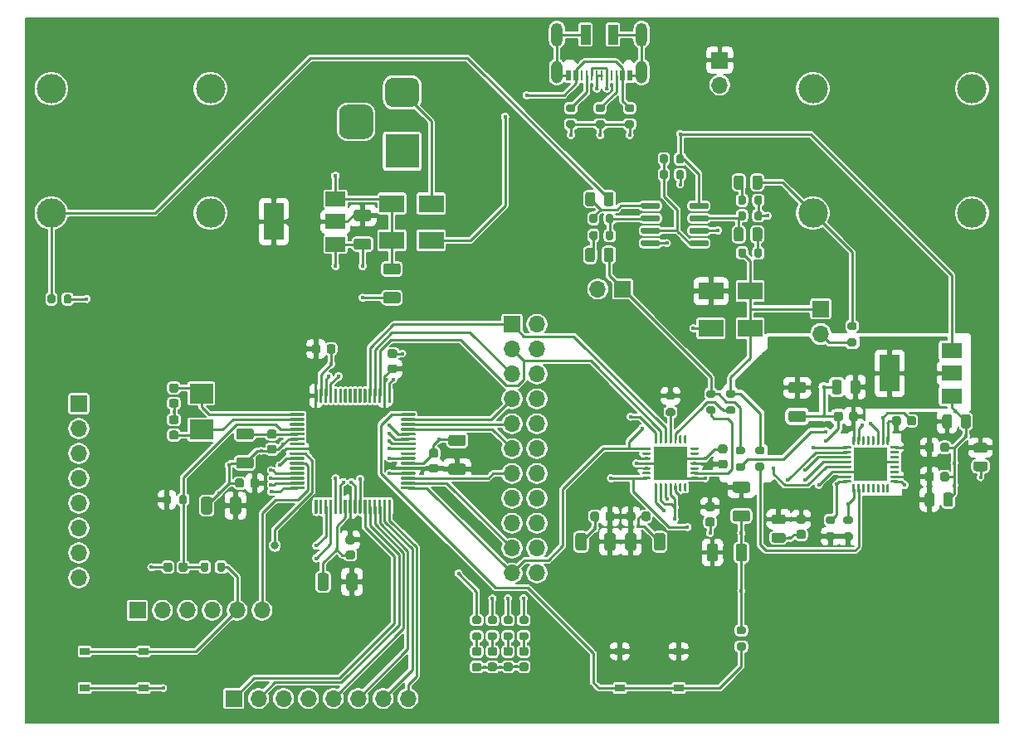
<source format=gbr>
%TF.GenerationSoftware,KiCad,Pcbnew,5.1.7-a382d34a8~88~ubuntu18.04.1*%
%TF.CreationDate,2021-04-29T22:01:18-07:00*%
%TF.ProjectId,dsp_dev_board,6473705f-6465-4765-9f62-6f6172642e6b,rev?*%
%TF.SameCoordinates,Original*%
%TF.FileFunction,Copper,L1,Top*%
%TF.FilePolarity,Positive*%
%FSLAX46Y46*%
G04 Gerber Fmt 4.6, Leading zero omitted, Abs format (unit mm)*
G04 Created by KiCad (PCBNEW 5.1.7-a382d34a8~88~ubuntu18.04.1) date 2021-04-29 22:01:18*
%MOMM*%
%LPD*%
G01*
G04 APERTURE LIST*
%TA.AperFunction,ComponentPad*%
%ADD10C,0.500000*%
%TD*%
%TA.AperFunction,SMDPad,CuDef*%
%ADD11R,3.450000X3.450000*%
%TD*%
%TA.AperFunction,SMDPad,CuDef*%
%ADD12R,1.000000X0.750000*%
%TD*%
%TA.AperFunction,ComponentPad*%
%ADD13O,1.700000X1.700000*%
%TD*%
%TA.AperFunction,ComponentPad*%
%ADD14R,1.700000X1.700000*%
%TD*%
%TA.AperFunction,SMDPad,CuDef*%
%ADD15R,3.350000X3.350000*%
%TD*%
%TA.AperFunction,SMDPad,CuDef*%
%ADD16R,2.000000X1.500000*%
%TD*%
%TA.AperFunction,SMDPad,CuDef*%
%ADD17R,2.000000X3.800000*%
%TD*%
%TA.AperFunction,SMDPad,CuDef*%
%ADD18R,0.520000X1.000000*%
%TD*%
%TA.AperFunction,SMDPad,CuDef*%
%ADD19R,0.270000X1.000000*%
%TD*%
%TA.AperFunction,SMDPad,CuDef*%
%ADD20R,1.000000X2.000000*%
%TD*%
%TA.AperFunction,ComponentPad*%
%ADD21O,1.158000X2.316000*%
%TD*%
%TA.AperFunction,ComponentPad*%
%ADD22O,1.200000X2.400000*%
%TD*%
%TA.AperFunction,SMDPad,CuDef*%
%ADD23R,2.400000X2.000000*%
%TD*%
%TA.AperFunction,ComponentPad*%
%ADD24C,3.000000*%
%TD*%
%TA.AperFunction,ComponentPad*%
%ADD25R,3.500000X3.500000*%
%TD*%
%TA.AperFunction,SMDPad,CuDef*%
%ADD26R,2.500000X1.800000*%
%TD*%
%TA.AperFunction,ViaPad*%
%ADD27C,0.400000*%
%TD*%
%TA.AperFunction,ViaPad*%
%ADD28C,0.800000*%
%TD*%
%TA.AperFunction,Conductor*%
%ADD29C,0.250000*%
%TD*%
%TA.AperFunction,Conductor*%
%ADD30C,0.200000*%
%TD*%
%TA.AperFunction,Conductor*%
%ADD31C,0.100000*%
%TD*%
G04 APERTURE END LIST*
D10*
%TO.P,U5,33*%
%TO.N,GND*%
X177600000Y-86900000D03*
X176600000Y-86900000D03*
X175600000Y-86900000D03*
X177600000Y-85900000D03*
X176600000Y-85900000D03*
X175600000Y-85900000D03*
X177600000Y-84900000D03*
X176600000Y-84900000D03*
X175600000Y-84900000D03*
D11*
X176600000Y-85900000D03*
%TO.P,U5,32*%
%TO.N,1.8V*%
%TA.AperFunction,SMDPad,CuDef*%
G36*
G01*
X174725000Y-83837500D02*
X174725000Y-83087500D01*
G75*
G02*
X174787500Y-83025000I62500J0D01*
G01*
X174912500Y-83025000D01*
G75*
G02*
X174975000Y-83087500I0J-62500D01*
G01*
X174975000Y-83837500D01*
G75*
G02*
X174912500Y-83900000I-62500J0D01*
G01*
X174787500Y-83900000D01*
G75*
G02*
X174725000Y-83837500I0J62500D01*
G01*
G37*
%TD.AperFunction*%
%TO.P,U5,31*%
%TO.N,/MCU/~CODEC_RST*%
%TA.AperFunction,SMDPad,CuDef*%
G36*
G01*
X175225000Y-83837500D02*
X175225000Y-83087500D01*
G75*
G02*
X175287500Y-83025000I62500J0D01*
G01*
X175412500Y-83025000D01*
G75*
G02*
X175475000Y-83087500I0J-62500D01*
G01*
X175475000Y-83837500D01*
G75*
G02*
X175412500Y-83900000I-62500J0D01*
G01*
X175287500Y-83900000D01*
G75*
G02*
X175225000Y-83837500I0J62500D01*
G01*
G37*
%TD.AperFunction*%
%TO.P,U5,30*%
%TO.N,Net-(U5-Pad30)*%
%TA.AperFunction,SMDPad,CuDef*%
G36*
G01*
X175725000Y-83837500D02*
X175725000Y-83087500D01*
G75*
G02*
X175787500Y-83025000I62500J0D01*
G01*
X175912500Y-83025000D01*
G75*
G02*
X175975000Y-83087500I0J-62500D01*
G01*
X175975000Y-83837500D01*
G75*
G02*
X175912500Y-83900000I-62500J0D01*
G01*
X175787500Y-83900000D01*
G75*
G02*
X175725000Y-83837500I0J62500D01*
G01*
G37*
%TD.AperFunction*%
%TO.P,U5,29*%
%TO.N,Net-(U5-Pad29)*%
%TA.AperFunction,SMDPad,CuDef*%
G36*
G01*
X176225000Y-83837500D02*
X176225000Y-83087500D01*
G75*
G02*
X176287500Y-83025000I62500J0D01*
G01*
X176412500Y-83025000D01*
G75*
G02*
X176475000Y-83087500I0J-62500D01*
G01*
X176475000Y-83837500D01*
G75*
G02*
X176412500Y-83900000I-62500J0D01*
G01*
X176287500Y-83900000D01*
G75*
G02*
X176225000Y-83837500I0J62500D01*
G01*
G37*
%TD.AperFunction*%
%TO.P,U5,28*%
%TO.N,Net-(U5-Pad28)*%
%TA.AperFunction,SMDPad,CuDef*%
G36*
G01*
X176725000Y-83837500D02*
X176725000Y-83087500D01*
G75*
G02*
X176787500Y-83025000I62500J0D01*
G01*
X176912500Y-83025000D01*
G75*
G02*
X176975000Y-83087500I0J-62500D01*
G01*
X176975000Y-83837500D01*
G75*
G02*
X176912500Y-83900000I-62500J0D01*
G01*
X176787500Y-83900000D01*
G75*
G02*
X176725000Y-83837500I0J62500D01*
G01*
G37*
%TD.AperFunction*%
%TO.P,U5,27*%
%TO.N,/TI Codec/audio_out*%
%TA.AperFunction,SMDPad,CuDef*%
G36*
G01*
X177225000Y-83837500D02*
X177225000Y-83087500D01*
G75*
G02*
X177287500Y-83025000I62500J0D01*
G01*
X177412500Y-83025000D01*
G75*
G02*
X177475000Y-83087500I0J-62500D01*
G01*
X177475000Y-83837500D01*
G75*
G02*
X177412500Y-83900000I-62500J0D01*
G01*
X177287500Y-83900000D01*
G75*
G02*
X177225000Y-83837500I0J62500D01*
G01*
G37*
%TD.AperFunction*%
%TO.P,U5,26*%
%TO.N,GND*%
%TA.AperFunction,SMDPad,CuDef*%
G36*
G01*
X177725000Y-83837500D02*
X177725000Y-83087500D01*
G75*
G02*
X177787500Y-83025000I62500J0D01*
G01*
X177912500Y-83025000D01*
G75*
G02*
X177975000Y-83087500I0J-62500D01*
G01*
X177975000Y-83837500D01*
G75*
G02*
X177912500Y-83900000I-62500J0D01*
G01*
X177787500Y-83900000D01*
G75*
G02*
X177725000Y-83837500I0J62500D01*
G01*
G37*
%TD.AperFunction*%
%TO.P,U5,25*%
%TO.N,3.3V*%
%TA.AperFunction,SMDPad,CuDef*%
G36*
G01*
X178225000Y-83837500D02*
X178225000Y-83087500D01*
G75*
G02*
X178287500Y-83025000I62500J0D01*
G01*
X178412500Y-83025000D01*
G75*
G02*
X178475000Y-83087500I0J-62500D01*
G01*
X178475000Y-83837500D01*
G75*
G02*
X178412500Y-83900000I-62500J0D01*
G01*
X178287500Y-83900000D01*
G75*
G02*
X178225000Y-83837500I0J62500D01*
G01*
G37*
%TD.AperFunction*%
%TO.P,U5,24*%
%TA.AperFunction,SMDPad,CuDef*%
G36*
G01*
X178600000Y-84212500D02*
X178600000Y-84087500D01*
G75*
G02*
X178662500Y-84025000I62500J0D01*
G01*
X179412500Y-84025000D01*
G75*
G02*
X179475000Y-84087500I0J-62500D01*
G01*
X179475000Y-84212500D01*
G75*
G02*
X179412500Y-84275000I-62500J0D01*
G01*
X178662500Y-84275000D01*
G75*
G02*
X178600000Y-84212500I0J62500D01*
G01*
G37*
%TD.AperFunction*%
%TO.P,U5,23*%
%TO.N,Net-(U5-Pad23)*%
%TA.AperFunction,SMDPad,CuDef*%
G36*
G01*
X178600000Y-84712500D02*
X178600000Y-84587500D01*
G75*
G02*
X178662500Y-84525000I62500J0D01*
G01*
X179412500Y-84525000D01*
G75*
G02*
X179475000Y-84587500I0J-62500D01*
G01*
X179475000Y-84712500D01*
G75*
G02*
X179412500Y-84775000I-62500J0D01*
G01*
X178662500Y-84775000D01*
G75*
G02*
X178600000Y-84712500I0J62500D01*
G01*
G37*
%TD.AperFunction*%
%TO.P,U5,22*%
%TO.N,Net-(U5-Pad22)*%
%TA.AperFunction,SMDPad,CuDef*%
G36*
G01*
X178600000Y-85212500D02*
X178600000Y-85087500D01*
G75*
G02*
X178662500Y-85025000I62500J0D01*
G01*
X179412500Y-85025000D01*
G75*
G02*
X179475000Y-85087500I0J-62500D01*
G01*
X179475000Y-85212500D01*
G75*
G02*
X179412500Y-85275000I-62500J0D01*
G01*
X178662500Y-85275000D01*
G75*
G02*
X178600000Y-85212500I0J62500D01*
G01*
G37*
%TD.AperFunction*%
%TO.P,U5,21*%
%TO.N,GND*%
%TA.AperFunction,SMDPad,CuDef*%
G36*
G01*
X178600000Y-85712500D02*
X178600000Y-85587500D01*
G75*
G02*
X178662500Y-85525000I62500J0D01*
G01*
X179412500Y-85525000D01*
G75*
G02*
X179475000Y-85587500I0J-62500D01*
G01*
X179475000Y-85712500D01*
G75*
G02*
X179412500Y-85775000I-62500J0D01*
G01*
X178662500Y-85775000D01*
G75*
G02*
X178600000Y-85712500I0J62500D01*
G01*
G37*
%TD.AperFunction*%
%TO.P,U5,20*%
%TO.N,Net-(U5-Pad20)*%
%TA.AperFunction,SMDPad,CuDef*%
G36*
G01*
X178600000Y-86212500D02*
X178600000Y-86087500D01*
G75*
G02*
X178662500Y-86025000I62500J0D01*
G01*
X179412500Y-86025000D01*
G75*
G02*
X179475000Y-86087500I0J-62500D01*
G01*
X179475000Y-86212500D01*
G75*
G02*
X179412500Y-86275000I-62500J0D01*
G01*
X178662500Y-86275000D01*
G75*
G02*
X178600000Y-86212500I0J62500D01*
G01*
G37*
%TD.AperFunction*%
%TO.P,U5,19*%
%TO.N,Net-(U5-Pad19)*%
%TA.AperFunction,SMDPad,CuDef*%
G36*
G01*
X178600000Y-86712500D02*
X178600000Y-86587500D01*
G75*
G02*
X178662500Y-86525000I62500J0D01*
G01*
X179412500Y-86525000D01*
G75*
G02*
X179475000Y-86587500I0J-62500D01*
G01*
X179475000Y-86712500D01*
G75*
G02*
X179412500Y-86775000I-62500J0D01*
G01*
X178662500Y-86775000D01*
G75*
G02*
X178600000Y-86712500I0J62500D01*
G01*
G37*
%TD.AperFunction*%
%TO.P,U5,18*%
%TO.N,3.3V*%
%TA.AperFunction,SMDPad,CuDef*%
G36*
G01*
X178600000Y-87212500D02*
X178600000Y-87087500D01*
G75*
G02*
X178662500Y-87025000I62500J0D01*
G01*
X179412500Y-87025000D01*
G75*
G02*
X179475000Y-87087500I0J-62500D01*
G01*
X179475000Y-87212500D01*
G75*
G02*
X179412500Y-87275000I-62500J0D01*
G01*
X178662500Y-87275000D01*
G75*
G02*
X178600000Y-87212500I0J62500D01*
G01*
G37*
%TD.AperFunction*%
%TO.P,U5,17*%
%TO.N,GND*%
%TA.AperFunction,SMDPad,CuDef*%
G36*
G01*
X178600000Y-87712500D02*
X178600000Y-87587500D01*
G75*
G02*
X178662500Y-87525000I62500J0D01*
G01*
X179412500Y-87525000D01*
G75*
G02*
X179475000Y-87587500I0J-62500D01*
G01*
X179475000Y-87712500D01*
G75*
G02*
X179412500Y-87775000I-62500J0D01*
G01*
X178662500Y-87775000D01*
G75*
G02*
X178600000Y-87712500I0J62500D01*
G01*
G37*
%TD.AperFunction*%
%TO.P,U5,16*%
%TO.N,Net-(U5-Pad16)*%
%TA.AperFunction,SMDPad,CuDef*%
G36*
G01*
X178225000Y-88712500D02*
X178225000Y-87962500D01*
G75*
G02*
X178287500Y-87900000I62500J0D01*
G01*
X178412500Y-87900000D01*
G75*
G02*
X178475000Y-87962500I0J-62500D01*
G01*
X178475000Y-88712500D01*
G75*
G02*
X178412500Y-88775000I-62500J0D01*
G01*
X178287500Y-88775000D01*
G75*
G02*
X178225000Y-88712500I0J62500D01*
G01*
G37*
%TD.AperFunction*%
%TO.P,U5,15*%
%TO.N,Net-(U5-Pad15)*%
%TA.AperFunction,SMDPad,CuDef*%
G36*
G01*
X177725000Y-88712500D02*
X177725000Y-87962500D01*
G75*
G02*
X177787500Y-87900000I62500J0D01*
G01*
X177912500Y-87900000D01*
G75*
G02*
X177975000Y-87962500I0J-62500D01*
G01*
X177975000Y-88712500D01*
G75*
G02*
X177912500Y-88775000I-62500J0D01*
G01*
X177787500Y-88775000D01*
G75*
G02*
X177725000Y-88712500I0J62500D01*
G01*
G37*
%TD.AperFunction*%
%TO.P,U5,14*%
%TO.N,Net-(U5-Pad14)*%
%TA.AperFunction,SMDPad,CuDef*%
G36*
G01*
X177225000Y-88712500D02*
X177225000Y-87962500D01*
G75*
G02*
X177287500Y-87900000I62500J0D01*
G01*
X177412500Y-87900000D01*
G75*
G02*
X177475000Y-87962500I0J-62500D01*
G01*
X177475000Y-88712500D01*
G75*
G02*
X177412500Y-88775000I-62500J0D01*
G01*
X177287500Y-88775000D01*
G75*
G02*
X177225000Y-88712500I0J62500D01*
G01*
G37*
%TD.AperFunction*%
%TO.P,U5,13*%
%TO.N,Net-(U5-Pad13)*%
%TA.AperFunction,SMDPad,CuDef*%
G36*
G01*
X176725000Y-88712500D02*
X176725000Y-87962500D01*
G75*
G02*
X176787500Y-87900000I62500J0D01*
G01*
X176912500Y-87900000D01*
G75*
G02*
X176975000Y-87962500I0J-62500D01*
G01*
X176975000Y-88712500D01*
G75*
G02*
X176912500Y-88775000I-62500J0D01*
G01*
X176787500Y-88775000D01*
G75*
G02*
X176725000Y-88712500I0J62500D01*
G01*
G37*
%TD.AperFunction*%
%TO.P,U5,12*%
%TO.N,Net-(U5-Pad12)*%
%TA.AperFunction,SMDPad,CuDef*%
G36*
G01*
X176225000Y-88712500D02*
X176225000Y-87962500D01*
G75*
G02*
X176287500Y-87900000I62500J0D01*
G01*
X176412500Y-87900000D01*
G75*
G02*
X176475000Y-87962500I0J-62500D01*
G01*
X176475000Y-88712500D01*
G75*
G02*
X176412500Y-88775000I-62500J0D01*
G01*
X176287500Y-88775000D01*
G75*
G02*
X176225000Y-88712500I0J62500D01*
G01*
G37*
%TD.AperFunction*%
%TO.P,U5,11*%
%TO.N,Net-(U5-Pad11)*%
%TA.AperFunction,SMDPad,CuDef*%
G36*
G01*
X175725000Y-88712500D02*
X175725000Y-87962500D01*
G75*
G02*
X175787500Y-87900000I62500J0D01*
G01*
X175912500Y-87900000D01*
G75*
G02*
X175975000Y-87962500I0J-62500D01*
G01*
X175975000Y-88712500D01*
G75*
G02*
X175912500Y-88775000I-62500J0D01*
G01*
X175787500Y-88775000D01*
G75*
G02*
X175725000Y-88712500I0J62500D01*
G01*
G37*
%TD.AperFunction*%
%TO.P,U5,10*%
%TO.N,/TI Codec/audio_in*%
%TA.AperFunction,SMDPad,CuDef*%
G36*
G01*
X175225000Y-88712500D02*
X175225000Y-87962500D01*
G75*
G02*
X175287500Y-87900000I62500J0D01*
G01*
X175412500Y-87900000D01*
G75*
G02*
X175475000Y-87962500I0J-62500D01*
G01*
X175475000Y-88712500D01*
G75*
G02*
X175412500Y-88775000I-62500J0D01*
G01*
X175287500Y-88775000D01*
G75*
G02*
X175225000Y-88712500I0J62500D01*
G01*
G37*
%TD.AperFunction*%
%TO.P,U5,9*%
%TO.N,/MCU/SDA*%
%TA.AperFunction,SMDPad,CuDef*%
G36*
G01*
X174725000Y-88712500D02*
X174725000Y-87962500D01*
G75*
G02*
X174787500Y-87900000I62500J0D01*
G01*
X174912500Y-87900000D01*
G75*
G02*
X174975000Y-87962500I0J-62500D01*
G01*
X174975000Y-88712500D01*
G75*
G02*
X174912500Y-88775000I-62500J0D01*
G01*
X174787500Y-88775000D01*
G75*
G02*
X174725000Y-88712500I0J62500D01*
G01*
G37*
%TD.AperFunction*%
%TO.P,U5,8*%
%TO.N,/MCU/SCL*%
%TA.AperFunction,SMDPad,CuDef*%
G36*
G01*
X173725000Y-87712500D02*
X173725000Y-87587500D01*
G75*
G02*
X173787500Y-87525000I62500J0D01*
G01*
X174537500Y-87525000D01*
G75*
G02*
X174600000Y-87587500I0J-62500D01*
G01*
X174600000Y-87712500D01*
G75*
G02*
X174537500Y-87775000I-62500J0D01*
G01*
X173787500Y-87775000D01*
G75*
G02*
X173725000Y-87712500I0J62500D01*
G01*
G37*
%TD.AperFunction*%
%TO.P,U5,7*%
%TO.N,3.3V*%
%TA.AperFunction,SMDPad,CuDef*%
G36*
G01*
X173725000Y-87212500D02*
X173725000Y-87087500D01*
G75*
G02*
X173787500Y-87025000I62500J0D01*
G01*
X174537500Y-87025000D01*
G75*
G02*
X174600000Y-87087500I0J-62500D01*
G01*
X174600000Y-87212500D01*
G75*
G02*
X174537500Y-87275000I-62500J0D01*
G01*
X173787500Y-87275000D01*
G75*
G02*
X173725000Y-87212500I0J62500D01*
G01*
G37*
%TD.AperFunction*%
%TO.P,U5,6*%
%TO.N,GND*%
%TA.AperFunction,SMDPad,CuDef*%
G36*
G01*
X173725000Y-86712500D02*
X173725000Y-86587500D01*
G75*
G02*
X173787500Y-86525000I62500J0D01*
G01*
X174537500Y-86525000D01*
G75*
G02*
X174600000Y-86587500I0J-62500D01*
G01*
X174600000Y-86712500D01*
G75*
G02*
X174537500Y-86775000I-62500J0D01*
G01*
X173787500Y-86775000D01*
G75*
G02*
X173725000Y-86712500I0J62500D01*
G01*
G37*
%TD.AperFunction*%
%TO.P,U5,5*%
%TO.N,/Codec/ADC*%
%TA.AperFunction,SMDPad,CuDef*%
G36*
G01*
X173725000Y-86212500D02*
X173725000Y-86087500D01*
G75*
G02*
X173787500Y-86025000I62500J0D01*
G01*
X174537500Y-86025000D01*
G75*
G02*
X174600000Y-86087500I0J-62500D01*
G01*
X174600000Y-86212500D01*
G75*
G02*
X174537500Y-86275000I-62500J0D01*
G01*
X173787500Y-86275000D01*
G75*
G02*
X173725000Y-86212500I0J62500D01*
G01*
G37*
%TD.AperFunction*%
%TO.P,U5,4*%
%TO.N,/Codec/DAC*%
%TA.AperFunction,SMDPad,CuDef*%
G36*
G01*
X173725000Y-85712500D02*
X173725000Y-85587500D01*
G75*
G02*
X173787500Y-85525000I62500J0D01*
G01*
X174537500Y-85525000D01*
G75*
G02*
X174600000Y-85587500I0J-62500D01*
G01*
X174600000Y-85712500D01*
G75*
G02*
X174537500Y-85775000I-62500J0D01*
G01*
X173787500Y-85775000D01*
G75*
G02*
X173725000Y-85712500I0J62500D01*
G01*
G37*
%TD.AperFunction*%
%TO.P,U5,3*%
%TO.N,/Codec/WCLK*%
%TA.AperFunction,SMDPad,CuDef*%
G36*
G01*
X173725000Y-85212500D02*
X173725000Y-85087500D01*
G75*
G02*
X173787500Y-85025000I62500J0D01*
G01*
X174537500Y-85025000D01*
G75*
G02*
X174600000Y-85087500I0J-62500D01*
G01*
X174600000Y-85212500D01*
G75*
G02*
X174537500Y-85275000I-62500J0D01*
G01*
X173787500Y-85275000D01*
G75*
G02*
X173725000Y-85212500I0J62500D01*
G01*
G37*
%TD.AperFunction*%
%TO.P,U5,2*%
%TO.N,/Codec/BCLK*%
%TA.AperFunction,SMDPad,CuDef*%
G36*
G01*
X173725000Y-84712500D02*
X173725000Y-84587500D01*
G75*
G02*
X173787500Y-84525000I62500J0D01*
G01*
X174537500Y-84525000D01*
G75*
G02*
X174600000Y-84587500I0J-62500D01*
G01*
X174600000Y-84712500D01*
G75*
G02*
X174537500Y-84775000I-62500J0D01*
G01*
X173787500Y-84775000D01*
G75*
G02*
X173725000Y-84712500I0J62500D01*
G01*
G37*
%TD.AperFunction*%
%TO.P,U5,1*%
%TO.N,/MCU/I2S2_MCK*%
%TA.AperFunction,SMDPad,CuDef*%
G36*
G01*
X173725000Y-84212500D02*
X173725000Y-84087500D01*
G75*
G02*
X173787500Y-84025000I62500J0D01*
G01*
X174537500Y-84025000D01*
G75*
G02*
X174600000Y-84087500I0J-62500D01*
G01*
X174600000Y-84212500D01*
G75*
G02*
X174537500Y-84275000I-62500J0D01*
G01*
X173787500Y-84275000D01*
G75*
G02*
X173725000Y-84212500I0J62500D01*
G01*
G37*
%TD.AperFunction*%
%TD*%
D12*
%TO.P,S2,D*%
%TO.N,GND*%
X102400000Y-108750000D03*
%TO.P,S2,C*%
X96400000Y-108750000D03*
%TO.P,S2,B*%
%TO.N,/MCU/NRST*%
X102400000Y-105000000D03*
%TO.P,S2,A*%
X96400000Y-105000000D03*
%TD*%
%TO.P,S1,D*%
%TO.N,3.3V*%
X151000000Y-105000000D03*
%TO.P,S1,C*%
X157000000Y-105000000D03*
%TO.P,S1,B*%
%TO.N,/MCU/BOOT0*%
X151000000Y-108750000D03*
%TO.P,S1,A*%
X157000000Y-108750000D03*
%TD*%
%TO.P,R11,2*%
%TO.N,GND*%
%TA.AperFunction,SMDPad,CuDef*%
G36*
G01*
X163675000Y-103250000D02*
X163125000Y-103250000D01*
G75*
G02*
X162925000Y-103050000I0J200000D01*
G01*
X162925000Y-102650000D01*
G75*
G02*
X163125000Y-102450000I200000J0D01*
G01*
X163675000Y-102450000D01*
G75*
G02*
X163875000Y-102650000I0J-200000D01*
G01*
X163875000Y-103050000D01*
G75*
G02*
X163675000Y-103250000I-200000J0D01*
G01*
G37*
%TD.AperFunction*%
%TO.P,R11,1*%
%TO.N,/MCU/BOOT0*%
%TA.AperFunction,SMDPad,CuDef*%
G36*
G01*
X163675000Y-104900000D02*
X163125000Y-104900000D01*
G75*
G02*
X162925000Y-104700000I0J200000D01*
G01*
X162925000Y-104300000D01*
G75*
G02*
X163125000Y-104100000I200000J0D01*
G01*
X163675000Y-104100000D01*
G75*
G02*
X163875000Y-104300000I0J-200000D01*
G01*
X163875000Y-104700000D01*
G75*
G02*
X163675000Y-104900000I-200000J0D01*
G01*
G37*
%TD.AperFunction*%
%TD*%
D13*
%TO.P,J11,22*%
%TO.N,GND*%
X142540000Y-97000000D03*
%TO.P,J11,21*%
%TO.N,/MCU/I2S2_MCK*%
X140000000Y-97000000D03*
%TO.P,J11,20*%
%TO.N,GND*%
X142540000Y-94460000D03*
%TO.P,J11,19*%
%TO.N,/Codec/WCLK*%
X140000000Y-94460000D03*
%TO.P,J11,18*%
%TO.N,GND*%
X142540000Y-91920000D03*
%TO.P,J11,17*%
%TO.N,/Codec/DAC*%
X140000000Y-91920000D03*
%TO.P,J11,16*%
%TO.N,GND*%
X142540000Y-89380000D03*
%TO.P,J11,15*%
%TO.N,/Codec/ADC*%
X140000000Y-89380000D03*
%TO.P,J11,14*%
%TO.N,GND*%
X142540000Y-86840000D03*
%TO.P,J11,13*%
%TO.N,/Codec/BCLK*%
X140000000Y-86840000D03*
%TO.P,J11,12*%
%TO.N,GND*%
X142540000Y-84300000D03*
%TO.P,J11,11*%
%TO.N,/MCU/SDA*%
X140000000Y-84300000D03*
%TO.P,J11,10*%
%TO.N,GND*%
X142540000Y-81760000D03*
%TO.P,J11,9*%
%TO.N,/MCU/SCL*%
X140000000Y-81760000D03*
%TO.P,J11,8*%
%TO.N,GND*%
X142540000Y-79220000D03*
%TO.P,J11,7*%
%TO.N,/MCU/~CODEC_RST*%
X140000000Y-79220000D03*
%TO.P,J11,6*%
%TO.N,GND*%
X142540000Y-76680000D03*
%TO.P,J11,5*%
%TO.N,/Codec/SCLK*%
X140000000Y-76680000D03*
%TO.P,J11,4*%
%TO.N,GND*%
X142540000Y-74140000D03*
%TO.P,J11,3*%
%TO.N,/Codec/SDIN*%
X140000000Y-74140000D03*
%TO.P,J11,2*%
%TO.N,GND*%
X142540000Y-71600000D03*
D14*
%TO.P,J11,1*%
%TO.N,/Codec/~CSB*%
X140000000Y-71600000D03*
%TD*%
%TO.P,U4,1*%
%TO.N,/MCU/I2S2_MCK*%
%TA.AperFunction,SMDPad,CuDef*%
G36*
G01*
X153330000Y-84362500D02*
X153330000Y-84237500D01*
G75*
G02*
X153392500Y-84175000I62500J0D01*
G01*
X154067500Y-84175000D01*
G75*
G02*
X154130000Y-84237500I0J-62500D01*
G01*
X154130000Y-84362500D01*
G75*
G02*
X154067500Y-84425000I-62500J0D01*
G01*
X153392500Y-84425000D01*
G75*
G02*
X153330000Y-84362500I0J62500D01*
G01*
G37*
%TD.AperFunction*%
%TO.P,U4,2*%
%TO.N,Net-(U4-Pad2)*%
%TA.AperFunction,SMDPad,CuDef*%
G36*
G01*
X153330000Y-84862500D02*
X153330000Y-84737500D01*
G75*
G02*
X153392500Y-84675000I62500J0D01*
G01*
X154067500Y-84675000D01*
G75*
G02*
X154130000Y-84737500I0J-62500D01*
G01*
X154130000Y-84862500D01*
G75*
G02*
X154067500Y-84925000I-62500J0D01*
G01*
X153392500Y-84925000D01*
G75*
G02*
X153330000Y-84862500I0J62500D01*
G01*
G37*
%TD.AperFunction*%
%TO.P,U4,3*%
%TO.N,3.3V*%
%TA.AperFunction,SMDPad,CuDef*%
G36*
G01*
X153330000Y-85362500D02*
X153330000Y-85237500D01*
G75*
G02*
X153392500Y-85175000I62500J0D01*
G01*
X154067500Y-85175000D01*
G75*
G02*
X154130000Y-85237500I0J-62500D01*
G01*
X154130000Y-85362500D01*
G75*
G02*
X154067500Y-85425000I-62500J0D01*
G01*
X153392500Y-85425000D01*
G75*
G02*
X153330000Y-85362500I0J62500D01*
G01*
G37*
%TD.AperFunction*%
%TO.P,U4,4*%
%TO.N,GND*%
%TA.AperFunction,SMDPad,CuDef*%
G36*
G01*
X153330000Y-85862500D02*
X153330000Y-85737500D01*
G75*
G02*
X153392500Y-85675000I62500J0D01*
G01*
X154067500Y-85675000D01*
G75*
G02*
X154130000Y-85737500I0J-62500D01*
G01*
X154130000Y-85862500D01*
G75*
G02*
X154067500Y-85925000I-62500J0D01*
G01*
X153392500Y-85925000D01*
G75*
G02*
X153330000Y-85862500I0J62500D01*
G01*
G37*
%TD.AperFunction*%
%TO.P,U4,5*%
%TO.N,3.3V*%
%TA.AperFunction,SMDPad,CuDef*%
G36*
G01*
X153330000Y-86362500D02*
X153330000Y-86237500D01*
G75*
G02*
X153392500Y-86175000I62500J0D01*
G01*
X154067500Y-86175000D01*
G75*
G02*
X154130000Y-86237500I0J-62500D01*
G01*
X154130000Y-86362500D01*
G75*
G02*
X154067500Y-86425000I-62500J0D01*
G01*
X153392500Y-86425000D01*
G75*
G02*
X153330000Y-86362500I0J62500D01*
G01*
G37*
%TD.AperFunction*%
%TO.P,U4,6*%
%TO.N,Net-(U4-Pad6)*%
%TA.AperFunction,SMDPad,CuDef*%
G36*
G01*
X153330000Y-86862500D02*
X153330000Y-86737500D01*
G75*
G02*
X153392500Y-86675000I62500J0D01*
G01*
X154067500Y-86675000D01*
G75*
G02*
X154130000Y-86737500I0J-62500D01*
G01*
X154130000Y-86862500D01*
G75*
G02*
X154067500Y-86925000I-62500J0D01*
G01*
X153392500Y-86925000D01*
G75*
G02*
X153330000Y-86862500I0J62500D01*
G01*
G37*
%TD.AperFunction*%
%TO.P,U4,7*%
%TO.N,/Codec/BCLK*%
%TA.AperFunction,SMDPad,CuDef*%
G36*
G01*
X153330000Y-87362500D02*
X153330000Y-87237500D01*
G75*
G02*
X153392500Y-87175000I62500J0D01*
G01*
X154067500Y-87175000D01*
G75*
G02*
X154130000Y-87237500I0J-62500D01*
G01*
X154130000Y-87362500D01*
G75*
G02*
X154067500Y-87425000I-62500J0D01*
G01*
X153392500Y-87425000D01*
G75*
G02*
X153330000Y-87362500I0J62500D01*
G01*
G37*
%TD.AperFunction*%
%TO.P,U4,8*%
%TO.N,/Codec/DAC*%
%TA.AperFunction,SMDPad,CuDef*%
G36*
G01*
X154555000Y-88587500D02*
X154555000Y-87912500D01*
G75*
G02*
X154617500Y-87850000I62500J0D01*
G01*
X154742500Y-87850000D01*
G75*
G02*
X154805000Y-87912500I0J-62500D01*
G01*
X154805000Y-88587500D01*
G75*
G02*
X154742500Y-88650000I-62500J0D01*
G01*
X154617500Y-88650000D01*
G75*
G02*
X154555000Y-88587500I0J62500D01*
G01*
G37*
%TD.AperFunction*%
%TO.P,U4,9*%
%TO.N,/Codec/WCLK*%
%TA.AperFunction,SMDPad,CuDef*%
G36*
G01*
X155055000Y-88587500D02*
X155055000Y-87912500D01*
G75*
G02*
X155117500Y-87850000I62500J0D01*
G01*
X155242500Y-87850000D01*
G75*
G02*
X155305000Y-87912500I0J-62500D01*
G01*
X155305000Y-88587500D01*
G75*
G02*
X155242500Y-88650000I-62500J0D01*
G01*
X155117500Y-88650000D01*
G75*
G02*
X155055000Y-88587500I0J62500D01*
G01*
G37*
%TD.AperFunction*%
%TO.P,U4,10*%
%TO.N,/Codec/ADC*%
%TA.AperFunction,SMDPad,CuDef*%
G36*
G01*
X155555000Y-88587500D02*
X155555000Y-87912500D01*
G75*
G02*
X155617500Y-87850000I62500J0D01*
G01*
X155742500Y-87850000D01*
G75*
G02*
X155805000Y-87912500I0J-62500D01*
G01*
X155805000Y-88587500D01*
G75*
G02*
X155742500Y-88650000I-62500J0D01*
G01*
X155617500Y-88650000D01*
G75*
G02*
X155555000Y-88587500I0J62500D01*
G01*
G37*
%TD.AperFunction*%
%TO.P,U4,11*%
%TO.N,/Codec/WCLK*%
%TA.AperFunction,SMDPad,CuDef*%
G36*
G01*
X156055000Y-88587500D02*
X156055000Y-87912500D01*
G75*
G02*
X156117500Y-87850000I62500J0D01*
G01*
X156242500Y-87850000D01*
G75*
G02*
X156305000Y-87912500I0J-62500D01*
G01*
X156305000Y-88587500D01*
G75*
G02*
X156242500Y-88650000I-62500J0D01*
G01*
X156117500Y-88650000D01*
G75*
G02*
X156055000Y-88587500I0J62500D01*
G01*
G37*
%TD.AperFunction*%
%TO.P,U4,12*%
%TO.N,3.3V*%
%TA.AperFunction,SMDPad,CuDef*%
G36*
G01*
X156555000Y-88587500D02*
X156555000Y-87912500D01*
G75*
G02*
X156617500Y-87850000I62500J0D01*
G01*
X156742500Y-87850000D01*
G75*
G02*
X156805000Y-87912500I0J-62500D01*
G01*
X156805000Y-88587500D01*
G75*
G02*
X156742500Y-88650000I-62500J0D01*
G01*
X156617500Y-88650000D01*
G75*
G02*
X156555000Y-88587500I0J62500D01*
G01*
G37*
%TD.AperFunction*%
%TO.P,U4,13*%
%TO.N,Net-(U4-Pad13)*%
%TA.AperFunction,SMDPad,CuDef*%
G36*
G01*
X157055000Y-88587500D02*
X157055000Y-87912500D01*
G75*
G02*
X157117500Y-87850000I62500J0D01*
G01*
X157242500Y-87850000D01*
G75*
G02*
X157305000Y-87912500I0J-62500D01*
G01*
X157305000Y-88587500D01*
G75*
G02*
X157242500Y-88650000I-62500J0D01*
G01*
X157117500Y-88650000D01*
G75*
G02*
X157055000Y-88587500I0J62500D01*
G01*
G37*
%TD.AperFunction*%
%TO.P,U4,14*%
%TO.N,Net-(U4-Pad14)*%
%TA.AperFunction,SMDPad,CuDef*%
G36*
G01*
X157555000Y-88587500D02*
X157555000Y-87912500D01*
G75*
G02*
X157617500Y-87850000I62500J0D01*
G01*
X157742500Y-87850000D01*
G75*
G02*
X157805000Y-87912500I0J-62500D01*
G01*
X157805000Y-88587500D01*
G75*
G02*
X157742500Y-88650000I-62500J0D01*
G01*
X157617500Y-88650000D01*
G75*
G02*
X157555000Y-88587500I0J62500D01*
G01*
G37*
%TD.AperFunction*%
%TO.P,U4,15*%
%TO.N,GND*%
%TA.AperFunction,SMDPad,CuDef*%
G36*
G01*
X158230000Y-87362500D02*
X158230000Y-87237500D01*
G75*
G02*
X158292500Y-87175000I62500J0D01*
G01*
X158967500Y-87175000D01*
G75*
G02*
X159030000Y-87237500I0J-62500D01*
G01*
X159030000Y-87362500D01*
G75*
G02*
X158967500Y-87425000I-62500J0D01*
G01*
X158292500Y-87425000D01*
G75*
G02*
X158230000Y-87362500I0J62500D01*
G01*
G37*
%TD.AperFunction*%
%TO.P,U4,16*%
%TO.N,/Codec/audio_out*%
%TA.AperFunction,SMDPad,CuDef*%
G36*
G01*
X158230000Y-86862500D02*
X158230000Y-86737500D01*
G75*
G02*
X158292500Y-86675000I62500J0D01*
G01*
X158967500Y-86675000D01*
G75*
G02*
X159030000Y-86737500I0J-62500D01*
G01*
X159030000Y-86862500D01*
G75*
G02*
X158967500Y-86925000I-62500J0D01*
G01*
X158292500Y-86925000D01*
G75*
G02*
X158230000Y-86862500I0J62500D01*
G01*
G37*
%TD.AperFunction*%
%TO.P,U4,17*%
%TO.N,Net-(U4-Pad17)*%
%TA.AperFunction,SMDPad,CuDef*%
G36*
G01*
X158230000Y-86362500D02*
X158230000Y-86237500D01*
G75*
G02*
X158292500Y-86175000I62500J0D01*
G01*
X158967500Y-86175000D01*
G75*
G02*
X159030000Y-86237500I0J-62500D01*
G01*
X159030000Y-86362500D01*
G75*
G02*
X158967500Y-86425000I-62500J0D01*
G01*
X158292500Y-86425000D01*
G75*
G02*
X158230000Y-86362500I0J62500D01*
G01*
G37*
%TD.AperFunction*%
%TO.P,U4,18*%
%TO.N,3.3V*%
%TA.AperFunction,SMDPad,CuDef*%
G36*
G01*
X158230000Y-85862500D02*
X158230000Y-85737500D01*
G75*
G02*
X158292500Y-85675000I62500J0D01*
G01*
X158967500Y-85675000D01*
G75*
G02*
X159030000Y-85737500I0J-62500D01*
G01*
X159030000Y-85862500D01*
G75*
G02*
X158967500Y-85925000I-62500J0D01*
G01*
X158292500Y-85925000D01*
G75*
G02*
X158230000Y-85862500I0J62500D01*
G01*
G37*
%TD.AperFunction*%
%TO.P,U4,19*%
%TO.N,GND*%
%TA.AperFunction,SMDPad,CuDef*%
G36*
G01*
X158230000Y-85362500D02*
X158230000Y-85237500D01*
G75*
G02*
X158292500Y-85175000I62500J0D01*
G01*
X158967500Y-85175000D01*
G75*
G02*
X159030000Y-85237500I0J-62500D01*
G01*
X159030000Y-85362500D01*
G75*
G02*
X158967500Y-85425000I-62500J0D01*
G01*
X158292500Y-85425000D01*
G75*
G02*
X158230000Y-85362500I0J62500D01*
G01*
G37*
%TD.AperFunction*%
%TO.P,U4,20*%
%TO.N,Net-(U4-Pad20)*%
%TA.AperFunction,SMDPad,CuDef*%
G36*
G01*
X158230000Y-84862500D02*
X158230000Y-84737500D01*
G75*
G02*
X158292500Y-84675000I62500J0D01*
G01*
X158967500Y-84675000D01*
G75*
G02*
X159030000Y-84737500I0J-62500D01*
G01*
X159030000Y-84862500D01*
G75*
G02*
X158967500Y-84925000I-62500J0D01*
G01*
X158292500Y-84925000D01*
G75*
G02*
X158230000Y-84862500I0J62500D01*
G01*
G37*
%TD.AperFunction*%
%TO.P,U4,21*%
%TO.N,Net-(U4-Pad21)*%
%TA.AperFunction,SMDPad,CuDef*%
G36*
G01*
X158230000Y-84362500D02*
X158230000Y-84237500D01*
G75*
G02*
X158292500Y-84175000I62500J0D01*
G01*
X158967500Y-84175000D01*
G75*
G02*
X159030000Y-84237500I0J-62500D01*
G01*
X159030000Y-84362500D01*
G75*
G02*
X158967500Y-84425000I-62500J0D01*
G01*
X158292500Y-84425000D01*
G75*
G02*
X158230000Y-84362500I0J62500D01*
G01*
G37*
%TD.AperFunction*%
%TO.P,U4,22*%
%TO.N,Net-(U4-Pad22)*%
%TA.AperFunction,SMDPad,CuDef*%
G36*
G01*
X157555000Y-83687500D02*
X157555000Y-83012500D01*
G75*
G02*
X157617500Y-82950000I62500J0D01*
G01*
X157742500Y-82950000D01*
G75*
G02*
X157805000Y-83012500I0J-62500D01*
G01*
X157805000Y-83687500D01*
G75*
G02*
X157742500Y-83750000I-62500J0D01*
G01*
X157617500Y-83750000D01*
G75*
G02*
X157555000Y-83687500I0J62500D01*
G01*
G37*
%TD.AperFunction*%
%TO.P,U4,23*%
%TO.N,Net-(U4-Pad23)*%
%TA.AperFunction,SMDPad,CuDef*%
G36*
G01*
X157055000Y-83687500D02*
X157055000Y-83012500D01*
G75*
G02*
X157117500Y-82950000I62500J0D01*
G01*
X157242500Y-82950000D01*
G75*
G02*
X157305000Y-83012500I0J-62500D01*
G01*
X157305000Y-83687500D01*
G75*
G02*
X157242500Y-83750000I-62500J0D01*
G01*
X157117500Y-83750000D01*
G75*
G02*
X157055000Y-83687500I0J62500D01*
G01*
G37*
%TD.AperFunction*%
%TO.P,U4,24*%
%TO.N,/Codec/audio_in*%
%TA.AperFunction,SMDPad,CuDef*%
G36*
G01*
X156555000Y-83687500D02*
X156555000Y-83012500D01*
G75*
G02*
X156617500Y-82950000I62500J0D01*
G01*
X156742500Y-82950000D01*
G75*
G02*
X156805000Y-83012500I0J-62500D01*
G01*
X156805000Y-83687500D01*
G75*
G02*
X156742500Y-83750000I-62500J0D01*
G01*
X156617500Y-83750000D01*
G75*
G02*
X156555000Y-83687500I0J62500D01*
G01*
G37*
%TD.AperFunction*%
%TO.P,U4,25*%
%TO.N,Net-(R19-Pad1)*%
%TA.AperFunction,SMDPad,CuDef*%
G36*
G01*
X156055000Y-83687500D02*
X156055000Y-83012500D01*
G75*
G02*
X156117500Y-82950000I62500J0D01*
G01*
X156242500Y-82950000D01*
G75*
G02*
X156305000Y-83012500I0J-62500D01*
G01*
X156305000Y-83687500D01*
G75*
G02*
X156242500Y-83750000I-62500J0D01*
G01*
X156117500Y-83750000D01*
G75*
G02*
X156055000Y-83687500I0J62500D01*
G01*
G37*
%TD.AperFunction*%
%TO.P,U4,26*%
%TO.N,/Codec/~CSB*%
%TA.AperFunction,SMDPad,CuDef*%
G36*
G01*
X155555000Y-83687500D02*
X155555000Y-83012500D01*
G75*
G02*
X155617500Y-82950000I62500J0D01*
G01*
X155742500Y-82950000D01*
G75*
G02*
X155805000Y-83012500I0J-62500D01*
G01*
X155805000Y-83687500D01*
G75*
G02*
X155742500Y-83750000I-62500J0D01*
G01*
X155617500Y-83750000D01*
G75*
G02*
X155555000Y-83687500I0J62500D01*
G01*
G37*
%TD.AperFunction*%
%TO.P,U4,27*%
%TO.N,/Codec/SDIN*%
%TA.AperFunction,SMDPad,CuDef*%
G36*
G01*
X155055000Y-83687500D02*
X155055000Y-83012500D01*
G75*
G02*
X155117500Y-82950000I62500J0D01*
G01*
X155242500Y-82950000D01*
G75*
G02*
X155305000Y-83012500I0J-62500D01*
G01*
X155305000Y-83687500D01*
G75*
G02*
X155242500Y-83750000I-62500J0D01*
G01*
X155117500Y-83750000D01*
G75*
G02*
X155055000Y-83687500I0J62500D01*
G01*
G37*
%TD.AperFunction*%
%TO.P,U4,28*%
%TO.N,/Codec/SCLK*%
%TA.AperFunction,SMDPad,CuDef*%
G36*
G01*
X154555000Y-83687500D02*
X154555000Y-83012500D01*
G75*
G02*
X154617500Y-82950000I62500J0D01*
G01*
X154742500Y-82950000D01*
G75*
G02*
X154805000Y-83012500I0J-62500D01*
G01*
X154805000Y-83687500D01*
G75*
G02*
X154742500Y-83750000I-62500J0D01*
G01*
X154617500Y-83750000D01*
G75*
G02*
X154555000Y-83687500I0J62500D01*
G01*
G37*
%TD.AperFunction*%
D15*
%TO.P,U4,29*%
%TO.N,GND*%
X156180000Y-85800000D03*
%TD*%
%TO.P,U3,64*%
%TO.N,/MCU/PB03*%
%TA.AperFunction,SMDPad,CuDef*%
G36*
G01*
X118750000Y-88450000D02*
X117425000Y-88450000D01*
G75*
G02*
X117350000Y-88375000I0J75000D01*
G01*
X117350000Y-88225000D01*
G75*
G02*
X117425000Y-88150000I75000J0D01*
G01*
X118750000Y-88150000D01*
G75*
G02*
X118825000Y-88225000I0J-75000D01*
G01*
X118825000Y-88375000D01*
G75*
G02*
X118750000Y-88450000I-75000J0D01*
G01*
G37*
%TD.AperFunction*%
%TO.P,U3,63*%
%TO.N,/MCU/PB02*%
%TA.AperFunction,SMDPad,CuDef*%
G36*
G01*
X118750000Y-87950000D02*
X117425000Y-87950000D01*
G75*
G02*
X117350000Y-87875000I0J75000D01*
G01*
X117350000Y-87725000D01*
G75*
G02*
X117425000Y-87650000I75000J0D01*
G01*
X118750000Y-87650000D01*
G75*
G02*
X118825000Y-87725000I0J-75000D01*
G01*
X118825000Y-87875000D01*
G75*
G02*
X118750000Y-87950000I-75000J0D01*
G01*
G37*
%TD.AperFunction*%
%TO.P,U3,62*%
%TO.N,/MCU/PB01*%
%TA.AperFunction,SMDPad,CuDef*%
G36*
G01*
X118750000Y-87450000D02*
X117425000Y-87450000D01*
G75*
G02*
X117350000Y-87375000I0J75000D01*
G01*
X117350000Y-87225000D01*
G75*
G02*
X117425000Y-87150000I75000J0D01*
G01*
X118750000Y-87150000D01*
G75*
G02*
X118825000Y-87225000I0J-75000D01*
G01*
X118825000Y-87375000D01*
G75*
G02*
X118750000Y-87450000I-75000J0D01*
G01*
G37*
%TD.AperFunction*%
%TO.P,U3,61*%
%TO.N,/MCU/PB00*%
%TA.AperFunction,SMDPad,CuDef*%
G36*
G01*
X118750000Y-86950000D02*
X117425000Y-86950000D01*
G75*
G02*
X117350000Y-86875000I0J75000D01*
G01*
X117350000Y-86725000D01*
G75*
G02*
X117425000Y-86650000I75000J0D01*
G01*
X118750000Y-86650000D01*
G75*
G02*
X118825000Y-86725000I0J-75000D01*
G01*
X118825000Y-86875000D01*
G75*
G02*
X118750000Y-86950000I-75000J0D01*
G01*
G37*
%TD.AperFunction*%
%TO.P,U3,60*%
%TO.N,Net-(U3-Pad60)*%
%TA.AperFunction,SMDPad,CuDef*%
G36*
G01*
X118750000Y-86450000D02*
X117425000Y-86450000D01*
G75*
G02*
X117350000Y-86375000I0J75000D01*
G01*
X117350000Y-86225000D01*
G75*
G02*
X117425000Y-86150000I75000J0D01*
G01*
X118750000Y-86150000D01*
G75*
G02*
X118825000Y-86225000I0J-75000D01*
G01*
X118825000Y-86375000D01*
G75*
G02*
X118750000Y-86450000I-75000J0D01*
G01*
G37*
%TD.AperFunction*%
%TO.P,U3,59*%
%TO.N,/MCU/TRACESWO*%
%TA.AperFunction,SMDPad,CuDef*%
G36*
G01*
X118750000Y-85950000D02*
X117425000Y-85950000D01*
G75*
G02*
X117350000Y-85875000I0J75000D01*
G01*
X117350000Y-85725000D01*
G75*
G02*
X117425000Y-85650000I75000J0D01*
G01*
X118750000Y-85650000D01*
G75*
G02*
X118825000Y-85725000I0J-75000D01*
G01*
X118825000Y-85875000D01*
G75*
G02*
X118750000Y-85950000I-75000J0D01*
G01*
G37*
%TD.AperFunction*%
%TO.P,U3,58*%
%TO.N,/MCU/SWDIO*%
%TA.AperFunction,SMDPad,CuDef*%
G36*
G01*
X118750000Y-85450000D02*
X117425000Y-85450000D01*
G75*
G02*
X117350000Y-85375000I0J75000D01*
G01*
X117350000Y-85225000D01*
G75*
G02*
X117425000Y-85150000I75000J0D01*
G01*
X118750000Y-85150000D01*
G75*
G02*
X118825000Y-85225000I0J-75000D01*
G01*
X118825000Y-85375000D01*
G75*
G02*
X118750000Y-85450000I-75000J0D01*
G01*
G37*
%TD.AperFunction*%
%TO.P,U3,57*%
%TO.N,/MCU/SWCLK*%
%TA.AperFunction,SMDPad,CuDef*%
G36*
G01*
X118750000Y-84950000D02*
X117425000Y-84950000D01*
G75*
G02*
X117350000Y-84875000I0J75000D01*
G01*
X117350000Y-84725000D01*
G75*
G02*
X117425000Y-84650000I75000J0D01*
G01*
X118750000Y-84650000D01*
G75*
G02*
X118825000Y-84725000I0J-75000D01*
G01*
X118825000Y-84875000D01*
G75*
G02*
X118750000Y-84950000I-75000J0D01*
G01*
G37*
%TD.AperFunction*%
%TO.P,U3,56*%
%TO.N,3.3V*%
%TA.AperFunction,SMDPad,CuDef*%
G36*
G01*
X118750000Y-84450000D02*
X117425000Y-84450000D01*
G75*
G02*
X117350000Y-84375000I0J75000D01*
G01*
X117350000Y-84225000D01*
G75*
G02*
X117425000Y-84150000I75000J0D01*
G01*
X118750000Y-84150000D01*
G75*
G02*
X118825000Y-84225000I0J-75000D01*
G01*
X118825000Y-84375000D01*
G75*
G02*
X118750000Y-84450000I-75000J0D01*
G01*
G37*
%TD.AperFunction*%
%TO.P,U3,55*%
%TO.N,Net-(U3-Pad55)*%
%TA.AperFunction,SMDPad,CuDef*%
G36*
G01*
X118750000Y-83950000D02*
X117425000Y-83950000D01*
G75*
G02*
X117350000Y-83875000I0J75000D01*
G01*
X117350000Y-83725000D01*
G75*
G02*
X117425000Y-83650000I75000J0D01*
G01*
X118750000Y-83650000D01*
G75*
G02*
X118825000Y-83725000I0J-75000D01*
G01*
X118825000Y-83875000D01*
G75*
G02*
X118750000Y-83950000I-75000J0D01*
G01*
G37*
%TD.AperFunction*%
%TO.P,U3,54*%
%TO.N,GND*%
%TA.AperFunction,SMDPad,CuDef*%
G36*
G01*
X118750000Y-83450000D02*
X117425000Y-83450000D01*
G75*
G02*
X117350000Y-83375000I0J75000D01*
G01*
X117350000Y-83225000D01*
G75*
G02*
X117425000Y-83150000I75000J0D01*
G01*
X118750000Y-83150000D01*
G75*
G02*
X118825000Y-83225000I0J-75000D01*
G01*
X118825000Y-83375000D01*
G75*
G02*
X118750000Y-83450000I-75000J0D01*
G01*
G37*
%TD.AperFunction*%
%TO.P,U3,53*%
%TO.N,Net-(C10-Pad1)*%
%TA.AperFunction,SMDPad,CuDef*%
G36*
G01*
X118750000Y-82950000D02*
X117425000Y-82950000D01*
G75*
G02*
X117350000Y-82875000I0J75000D01*
G01*
X117350000Y-82725000D01*
G75*
G02*
X117425000Y-82650000I75000J0D01*
G01*
X118750000Y-82650000D01*
G75*
G02*
X118825000Y-82725000I0J-75000D01*
G01*
X118825000Y-82875000D01*
G75*
G02*
X118750000Y-82950000I-75000J0D01*
G01*
G37*
%TD.AperFunction*%
%TO.P,U3,52*%
%TO.N,Net-(C38-Pad1)*%
%TA.AperFunction,SMDPad,CuDef*%
G36*
G01*
X118750000Y-82450000D02*
X117425000Y-82450000D01*
G75*
G02*
X117350000Y-82375000I0J75000D01*
G01*
X117350000Y-82225000D01*
G75*
G02*
X117425000Y-82150000I75000J0D01*
G01*
X118750000Y-82150000D01*
G75*
G02*
X118825000Y-82225000I0J-75000D01*
G01*
X118825000Y-82375000D01*
G75*
G02*
X118750000Y-82450000I-75000J0D01*
G01*
G37*
%TD.AperFunction*%
%TO.P,U3,51*%
%TO.N,Net-(U3-Pad51)*%
%TA.AperFunction,SMDPad,CuDef*%
G36*
G01*
X118750000Y-81950000D02*
X117425000Y-81950000D01*
G75*
G02*
X117350000Y-81875000I0J75000D01*
G01*
X117350000Y-81725000D01*
G75*
G02*
X117425000Y-81650000I75000J0D01*
G01*
X118750000Y-81650000D01*
G75*
G02*
X118825000Y-81725000I0J-75000D01*
G01*
X118825000Y-81875000D01*
G75*
G02*
X118750000Y-81950000I-75000J0D01*
G01*
G37*
%TD.AperFunction*%
%TO.P,U3,50*%
%TO.N,/MCU/osc_out*%
%TA.AperFunction,SMDPad,CuDef*%
G36*
G01*
X118750000Y-81450000D02*
X117425000Y-81450000D01*
G75*
G02*
X117350000Y-81375000I0J75000D01*
G01*
X117350000Y-81225000D01*
G75*
G02*
X117425000Y-81150000I75000J0D01*
G01*
X118750000Y-81150000D01*
G75*
G02*
X118825000Y-81225000I0J-75000D01*
G01*
X118825000Y-81375000D01*
G75*
G02*
X118750000Y-81450000I-75000J0D01*
G01*
G37*
%TD.AperFunction*%
%TO.P,U3,49*%
%TO.N,/MCU/osc_in*%
%TA.AperFunction,SMDPad,CuDef*%
G36*
G01*
X118750000Y-80950000D02*
X117425000Y-80950000D01*
G75*
G02*
X117350000Y-80875000I0J75000D01*
G01*
X117350000Y-80725000D01*
G75*
G02*
X117425000Y-80650000I75000J0D01*
G01*
X118750000Y-80650000D01*
G75*
G02*
X118825000Y-80725000I0J-75000D01*
G01*
X118825000Y-80875000D01*
G75*
G02*
X118750000Y-80950000I-75000J0D01*
G01*
G37*
%TD.AperFunction*%
%TO.P,U3,48*%
%TO.N,3.3V*%
%TA.AperFunction,SMDPad,CuDef*%
G36*
G01*
X120075000Y-79625000D02*
X119925000Y-79625000D01*
G75*
G02*
X119850000Y-79550000I0J75000D01*
G01*
X119850000Y-78225000D01*
G75*
G02*
X119925000Y-78150000I75000J0D01*
G01*
X120075000Y-78150000D01*
G75*
G02*
X120150000Y-78225000I0J-75000D01*
G01*
X120150000Y-79550000D01*
G75*
G02*
X120075000Y-79625000I-75000J0D01*
G01*
G37*
%TD.AperFunction*%
%TO.P,U3,47*%
%TO.N,GND*%
%TA.AperFunction,SMDPad,CuDef*%
G36*
G01*
X120575000Y-79625000D02*
X120425000Y-79625000D01*
G75*
G02*
X120350000Y-79550000I0J75000D01*
G01*
X120350000Y-78225000D01*
G75*
G02*
X120425000Y-78150000I75000J0D01*
G01*
X120575000Y-78150000D01*
G75*
G02*
X120650000Y-78225000I0J-75000D01*
G01*
X120650000Y-79550000D01*
G75*
G02*
X120575000Y-79625000I-75000J0D01*
G01*
G37*
%TD.AperFunction*%
%TO.P,U3,46*%
%TO.N,/MCU/OTG_FS_DP*%
%TA.AperFunction,SMDPad,CuDef*%
G36*
G01*
X121075000Y-79625000D02*
X120925000Y-79625000D01*
G75*
G02*
X120850000Y-79550000I0J75000D01*
G01*
X120850000Y-78225000D01*
G75*
G02*
X120925000Y-78150000I75000J0D01*
G01*
X121075000Y-78150000D01*
G75*
G02*
X121150000Y-78225000I0J-75000D01*
G01*
X121150000Y-79550000D01*
G75*
G02*
X121075000Y-79625000I-75000J0D01*
G01*
G37*
%TD.AperFunction*%
%TO.P,U3,45*%
%TO.N,/MCU/OTG_FS_DM*%
%TA.AperFunction,SMDPad,CuDef*%
G36*
G01*
X121575000Y-79625000D02*
X121425000Y-79625000D01*
G75*
G02*
X121350000Y-79550000I0J75000D01*
G01*
X121350000Y-78225000D01*
G75*
G02*
X121425000Y-78150000I75000J0D01*
G01*
X121575000Y-78150000D01*
G75*
G02*
X121650000Y-78225000I0J-75000D01*
G01*
X121650000Y-79550000D01*
G75*
G02*
X121575000Y-79625000I-75000J0D01*
G01*
G37*
%TD.AperFunction*%
%TO.P,U3,44*%
%TO.N,Net-(U3-Pad44)*%
%TA.AperFunction,SMDPad,CuDef*%
G36*
G01*
X122075000Y-79625000D02*
X121925000Y-79625000D01*
G75*
G02*
X121850000Y-79550000I0J75000D01*
G01*
X121850000Y-78225000D01*
G75*
G02*
X121925000Y-78150000I75000J0D01*
G01*
X122075000Y-78150000D01*
G75*
G02*
X122150000Y-78225000I0J-75000D01*
G01*
X122150000Y-79550000D01*
G75*
G02*
X122075000Y-79625000I-75000J0D01*
G01*
G37*
%TD.AperFunction*%
%TO.P,U3,43*%
%TO.N,Net-(U3-Pad43)*%
%TA.AperFunction,SMDPad,CuDef*%
G36*
G01*
X122575000Y-79625000D02*
X122425000Y-79625000D01*
G75*
G02*
X122350000Y-79550000I0J75000D01*
G01*
X122350000Y-78225000D01*
G75*
G02*
X122425000Y-78150000I75000J0D01*
G01*
X122575000Y-78150000D01*
G75*
G02*
X122650000Y-78225000I0J-75000D01*
G01*
X122650000Y-79550000D01*
G75*
G02*
X122575000Y-79625000I-75000J0D01*
G01*
G37*
%TD.AperFunction*%
%TO.P,U3,42*%
%TO.N,Net-(U3-Pad42)*%
%TA.AperFunction,SMDPad,CuDef*%
G36*
G01*
X123075000Y-79625000D02*
X122925000Y-79625000D01*
G75*
G02*
X122850000Y-79550000I0J75000D01*
G01*
X122850000Y-78225000D01*
G75*
G02*
X122925000Y-78150000I75000J0D01*
G01*
X123075000Y-78150000D01*
G75*
G02*
X123150000Y-78225000I0J-75000D01*
G01*
X123150000Y-79550000D01*
G75*
G02*
X123075000Y-79625000I-75000J0D01*
G01*
G37*
%TD.AperFunction*%
%TO.P,U3,41*%
%TO.N,Net-(U3-Pad41)*%
%TA.AperFunction,SMDPad,CuDef*%
G36*
G01*
X123575000Y-79625000D02*
X123425000Y-79625000D01*
G75*
G02*
X123350000Y-79550000I0J75000D01*
G01*
X123350000Y-78225000D01*
G75*
G02*
X123425000Y-78150000I75000J0D01*
G01*
X123575000Y-78150000D01*
G75*
G02*
X123650000Y-78225000I0J-75000D01*
G01*
X123650000Y-79550000D01*
G75*
G02*
X123575000Y-79625000I-75000J0D01*
G01*
G37*
%TD.AperFunction*%
%TO.P,U3,40*%
%TO.N,Net-(U3-Pad40)*%
%TA.AperFunction,SMDPad,CuDef*%
G36*
G01*
X124075000Y-79625000D02*
X123925000Y-79625000D01*
G75*
G02*
X123850000Y-79550000I0J75000D01*
G01*
X123850000Y-78225000D01*
G75*
G02*
X123925000Y-78150000I75000J0D01*
G01*
X124075000Y-78150000D01*
G75*
G02*
X124150000Y-78225000I0J-75000D01*
G01*
X124150000Y-79550000D01*
G75*
G02*
X124075000Y-79625000I-75000J0D01*
G01*
G37*
%TD.AperFunction*%
%TO.P,U3,39*%
%TO.N,Net-(U3-Pad39)*%
%TA.AperFunction,SMDPad,CuDef*%
G36*
G01*
X124575000Y-79625000D02*
X124425000Y-79625000D01*
G75*
G02*
X124350000Y-79550000I0J75000D01*
G01*
X124350000Y-78225000D01*
G75*
G02*
X124425000Y-78150000I75000J0D01*
G01*
X124575000Y-78150000D01*
G75*
G02*
X124650000Y-78225000I0J-75000D01*
G01*
X124650000Y-79550000D01*
G75*
G02*
X124575000Y-79625000I-75000J0D01*
G01*
G37*
%TD.AperFunction*%
%TO.P,U3,38*%
%TO.N,Net-(U3-Pad38)*%
%TA.AperFunction,SMDPad,CuDef*%
G36*
G01*
X125075000Y-79625000D02*
X124925000Y-79625000D01*
G75*
G02*
X124850000Y-79550000I0J75000D01*
G01*
X124850000Y-78225000D01*
G75*
G02*
X124925000Y-78150000I75000J0D01*
G01*
X125075000Y-78150000D01*
G75*
G02*
X125150000Y-78225000I0J-75000D01*
G01*
X125150000Y-79550000D01*
G75*
G02*
X125075000Y-79625000I-75000J0D01*
G01*
G37*
%TD.AperFunction*%
%TO.P,U3,37*%
%TO.N,/Codec/~CSB*%
%TA.AperFunction,SMDPad,CuDef*%
G36*
G01*
X125575000Y-79625000D02*
X125425000Y-79625000D01*
G75*
G02*
X125350000Y-79550000I0J75000D01*
G01*
X125350000Y-78225000D01*
G75*
G02*
X125425000Y-78150000I75000J0D01*
G01*
X125575000Y-78150000D01*
G75*
G02*
X125650000Y-78225000I0J-75000D01*
G01*
X125650000Y-79550000D01*
G75*
G02*
X125575000Y-79625000I-75000J0D01*
G01*
G37*
%TD.AperFunction*%
%TO.P,U3,36*%
%TO.N,/Codec/SCLK*%
%TA.AperFunction,SMDPad,CuDef*%
G36*
G01*
X126075000Y-79625000D02*
X125925000Y-79625000D01*
G75*
G02*
X125850000Y-79550000I0J75000D01*
G01*
X125850000Y-78225000D01*
G75*
G02*
X125925000Y-78150000I75000J0D01*
G01*
X126075000Y-78150000D01*
G75*
G02*
X126150000Y-78225000I0J-75000D01*
G01*
X126150000Y-79550000D01*
G75*
G02*
X126075000Y-79625000I-75000J0D01*
G01*
G37*
%TD.AperFunction*%
%TO.P,U3,35*%
%TO.N,/Codec/SDIN*%
%TA.AperFunction,SMDPad,CuDef*%
G36*
G01*
X126575000Y-79625000D02*
X126425000Y-79625000D01*
G75*
G02*
X126350000Y-79550000I0J75000D01*
G01*
X126350000Y-78225000D01*
G75*
G02*
X126425000Y-78150000I75000J0D01*
G01*
X126575000Y-78150000D01*
G75*
G02*
X126650000Y-78225000I0J-75000D01*
G01*
X126650000Y-79550000D01*
G75*
G02*
X126575000Y-79625000I-75000J0D01*
G01*
G37*
%TD.AperFunction*%
%TO.P,U3,34*%
%TO.N,3.3V*%
%TA.AperFunction,SMDPad,CuDef*%
G36*
G01*
X127075000Y-79625000D02*
X126925000Y-79625000D01*
G75*
G02*
X126850000Y-79550000I0J75000D01*
G01*
X126850000Y-78225000D01*
G75*
G02*
X126925000Y-78150000I75000J0D01*
G01*
X127075000Y-78150000D01*
G75*
G02*
X127150000Y-78225000I0J-75000D01*
G01*
X127150000Y-79550000D01*
G75*
G02*
X127075000Y-79625000I-75000J0D01*
G01*
G37*
%TD.AperFunction*%
%TO.P,U3,33*%
%TO.N,GND*%
%TA.AperFunction,SMDPad,CuDef*%
G36*
G01*
X127575000Y-79625000D02*
X127425000Y-79625000D01*
G75*
G02*
X127350000Y-79550000I0J75000D01*
G01*
X127350000Y-78225000D01*
G75*
G02*
X127425000Y-78150000I75000J0D01*
G01*
X127575000Y-78150000D01*
G75*
G02*
X127650000Y-78225000I0J-75000D01*
G01*
X127650000Y-79550000D01*
G75*
G02*
X127575000Y-79625000I-75000J0D01*
G01*
G37*
%TD.AperFunction*%
%TO.P,U3,32*%
%TO.N,/MCU/BOOT0*%
%TA.AperFunction,SMDPad,CuDef*%
G36*
G01*
X130075000Y-80950000D02*
X128750000Y-80950000D01*
G75*
G02*
X128675000Y-80875000I0J75000D01*
G01*
X128675000Y-80725000D01*
G75*
G02*
X128750000Y-80650000I75000J0D01*
G01*
X130075000Y-80650000D01*
G75*
G02*
X130150000Y-80725000I0J-75000D01*
G01*
X130150000Y-80875000D01*
G75*
G02*
X130075000Y-80950000I-75000J0D01*
G01*
G37*
%TD.AperFunction*%
%TO.P,U3,31*%
%TO.N,/MCU/~CODEC_RST*%
%TA.AperFunction,SMDPad,CuDef*%
G36*
G01*
X130075000Y-81450000D02*
X128750000Y-81450000D01*
G75*
G02*
X128675000Y-81375000I0J75000D01*
G01*
X128675000Y-81225000D01*
G75*
G02*
X128750000Y-81150000I75000J0D01*
G01*
X130075000Y-81150000D01*
G75*
G02*
X130150000Y-81225000I0J-75000D01*
G01*
X130150000Y-81375000D01*
G75*
G02*
X130075000Y-81450000I-75000J0D01*
G01*
G37*
%TD.AperFunction*%
%TO.P,U3,30*%
%TO.N,/MCU/SCL*%
%TA.AperFunction,SMDPad,CuDef*%
G36*
G01*
X130075000Y-81950000D02*
X128750000Y-81950000D01*
G75*
G02*
X128675000Y-81875000I0J75000D01*
G01*
X128675000Y-81725000D01*
G75*
G02*
X128750000Y-81650000I75000J0D01*
G01*
X130075000Y-81650000D01*
G75*
G02*
X130150000Y-81725000I0J-75000D01*
G01*
X130150000Y-81875000D01*
G75*
G02*
X130075000Y-81950000I-75000J0D01*
G01*
G37*
%TD.AperFunction*%
%TO.P,U3,29*%
%TO.N,/MCU/SDA*%
%TA.AperFunction,SMDPad,CuDef*%
G36*
G01*
X130075000Y-82450000D02*
X128750000Y-82450000D01*
G75*
G02*
X128675000Y-82375000I0J75000D01*
G01*
X128675000Y-82225000D01*
G75*
G02*
X128750000Y-82150000I75000J0D01*
G01*
X130075000Y-82150000D01*
G75*
G02*
X130150000Y-82225000I0J-75000D01*
G01*
X130150000Y-82375000D01*
G75*
G02*
X130075000Y-82450000I-75000J0D01*
G01*
G37*
%TD.AperFunction*%
%TO.P,U3,28*%
%TO.N,/MCU/led4*%
%TA.AperFunction,SMDPad,CuDef*%
G36*
G01*
X130075000Y-82950000D02*
X128750000Y-82950000D01*
G75*
G02*
X128675000Y-82875000I0J75000D01*
G01*
X128675000Y-82725000D01*
G75*
G02*
X128750000Y-82650000I75000J0D01*
G01*
X130075000Y-82650000D01*
G75*
G02*
X130150000Y-82725000I0J-75000D01*
G01*
X130150000Y-82875000D01*
G75*
G02*
X130075000Y-82950000I-75000J0D01*
G01*
G37*
%TD.AperFunction*%
%TO.P,U3,27*%
%TO.N,/MCU/led3*%
%TA.AperFunction,SMDPad,CuDef*%
G36*
G01*
X130075000Y-83450000D02*
X128750000Y-83450000D01*
G75*
G02*
X128675000Y-83375000I0J75000D01*
G01*
X128675000Y-83225000D01*
G75*
G02*
X128750000Y-83150000I75000J0D01*
G01*
X130075000Y-83150000D01*
G75*
G02*
X130150000Y-83225000I0J-75000D01*
G01*
X130150000Y-83375000D01*
G75*
G02*
X130075000Y-83450000I-75000J0D01*
G01*
G37*
%TD.AperFunction*%
%TO.P,U3,26*%
%TO.N,/MCU/led2*%
%TA.AperFunction,SMDPad,CuDef*%
G36*
G01*
X130075000Y-83950000D02*
X128750000Y-83950000D01*
G75*
G02*
X128675000Y-83875000I0J75000D01*
G01*
X128675000Y-83725000D01*
G75*
G02*
X128750000Y-83650000I75000J0D01*
G01*
X130075000Y-83650000D01*
G75*
G02*
X130150000Y-83725000I0J-75000D01*
G01*
X130150000Y-83875000D01*
G75*
G02*
X130075000Y-83950000I-75000J0D01*
G01*
G37*
%TD.AperFunction*%
%TO.P,U3,25*%
%TO.N,/MCU/led1*%
%TA.AperFunction,SMDPad,CuDef*%
G36*
G01*
X130075000Y-84450000D02*
X128750000Y-84450000D01*
G75*
G02*
X128675000Y-84375000I0J75000D01*
G01*
X128675000Y-84225000D01*
G75*
G02*
X128750000Y-84150000I75000J0D01*
G01*
X130075000Y-84150000D01*
G75*
G02*
X130150000Y-84225000I0J-75000D01*
G01*
X130150000Y-84375000D01*
G75*
G02*
X130075000Y-84450000I-75000J0D01*
G01*
G37*
%TD.AperFunction*%
%TO.P,U3,24*%
%TO.N,Net-(U3-Pad24)*%
%TA.AperFunction,SMDPad,CuDef*%
G36*
G01*
X130075000Y-84950000D02*
X128750000Y-84950000D01*
G75*
G02*
X128675000Y-84875000I0J75000D01*
G01*
X128675000Y-84725000D01*
G75*
G02*
X128750000Y-84650000I75000J0D01*
G01*
X130075000Y-84650000D01*
G75*
G02*
X130150000Y-84725000I0J-75000D01*
G01*
X130150000Y-84875000D01*
G75*
G02*
X130075000Y-84950000I-75000J0D01*
G01*
G37*
%TD.AperFunction*%
%TO.P,U3,23*%
%TO.N,/Codec/ADC*%
%TA.AperFunction,SMDPad,CuDef*%
G36*
G01*
X130075000Y-85450000D02*
X128750000Y-85450000D01*
G75*
G02*
X128675000Y-85375000I0J75000D01*
G01*
X128675000Y-85225000D01*
G75*
G02*
X128750000Y-85150000I75000J0D01*
G01*
X130075000Y-85150000D01*
G75*
G02*
X130150000Y-85225000I0J-75000D01*
G01*
X130150000Y-85375000D01*
G75*
G02*
X130075000Y-85450000I-75000J0D01*
G01*
G37*
%TD.AperFunction*%
%TO.P,U3,22*%
%TO.N,GND*%
%TA.AperFunction,SMDPad,CuDef*%
G36*
G01*
X130075000Y-85950000D02*
X128750000Y-85950000D01*
G75*
G02*
X128675000Y-85875000I0J75000D01*
G01*
X128675000Y-85725000D01*
G75*
G02*
X128750000Y-85650000I75000J0D01*
G01*
X130075000Y-85650000D01*
G75*
G02*
X130150000Y-85725000I0J-75000D01*
G01*
X130150000Y-85875000D01*
G75*
G02*
X130075000Y-85950000I-75000J0D01*
G01*
G37*
%TD.AperFunction*%
%TO.P,U3,21*%
%TO.N,3.3V*%
%TA.AperFunction,SMDPad,CuDef*%
G36*
G01*
X130075000Y-86450000D02*
X128750000Y-86450000D01*
G75*
G02*
X128675000Y-86375000I0J75000D01*
G01*
X128675000Y-86225000D01*
G75*
G02*
X128750000Y-86150000I75000J0D01*
G01*
X130075000Y-86150000D01*
G75*
G02*
X130150000Y-86225000I0J-75000D01*
G01*
X130150000Y-86375000D01*
G75*
G02*
X130075000Y-86450000I-75000J0D01*
G01*
G37*
%TD.AperFunction*%
%TO.P,U3,20*%
%TO.N,/Codec/DAC*%
%TA.AperFunction,SMDPad,CuDef*%
G36*
G01*
X130075000Y-86950000D02*
X128750000Y-86950000D01*
G75*
G02*
X128675000Y-86875000I0J75000D01*
G01*
X128675000Y-86725000D01*
G75*
G02*
X128750000Y-86650000I75000J0D01*
G01*
X130075000Y-86650000D01*
G75*
G02*
X130150000Y-86725000I0J-75000D01*
G01*
X130150000Y-86875000D01*
G75*
G02*
X130075000Y-86950000I-75000J0D01*
G01*
G37*
%TD.AperFunction*%
%TO.P,U3,19*%
%TO.N,/Codec/BCLK*%
%TA.AperFunction,SMDPad,CuDef*%
G36*
G01*
X130075000Y-87450000D02*
X128750000Y-87450000D01*
G75*
G02*
X128675000Y-87375000I0J75000D01*
G01*
X128675000Y-87225000D01*
G75*
G02*
X128750000Y-87150000I75000J0D01*
G01*
X130075000Y-87150000D01*
G75*
G02*
X130150000Y-87225000I0J-75000D01*
G01*
X130150000Y-87375000D01*
G75*
G02*
X130075000Y-87450000I-75000J0D01*
G01*
G37*
%TD.AperFunction*%
%TO.P,U3,18*%
%TO.N,/Codec/WCLK*%
%TA.AperFunction,SMDPad,CuDef*%
G36*
G01*
X130075000Y-87950000D02*
X128750000Y-87950000D01*
G75*
G02*
X128675000Y-87875000I0J75000D01*
G01*
X128675000Y-87725000D01*
G75*
G02*
X128750000Y-87650000I75000J0D01*
G01*
X130075000Y-87650000D01*
G75*
G02*
X130150000Y-87725000I0J-75000D01*
G01*
X130150000Y-87875000D01*
G75*
G02*
X130075000Y-87950000I-75000J0D01*
G01*
G37*
%TD.AperFunction*%
%TO.P,U3,17*%
%TO.N,/MCU/I2S2_MCK*%
%TA.AperFunction,SMDPad,CuDef*%
G36*
G01*
X130075000Y-88450000D02*
X128750000Y-88450000D01*
G75*
G02*
X128675000Y-88375000I0J75000D01*
G01*
X128675000Y-88225000D01*
G75*
G02*
X128750000Y-88150000I75000J0D01*
G01*
X130075000Y-88150000D01*
G75*
G02*
X130150000Y-88225000I0J-75000D01*
G01*
X130150000Y-88375000D01*
G75*
G02*
X130075000Y-88450000I-75000J0D01*
G01*
G37*
%TD.AperFunction*%
%TO.P,U3,16*%
%TO.N,/MCU/PA07*%
%TA.AperFunction,SMDPad,CuDef*%
G36*
G01*
X127575000Y-90950000D02*
X127425000Y-90950000D01*
G75*
G02*
X127350000Y-90875000I0J75000D01*
G01*
X127350000Y-89550000D01*
G75*
G02*
X127425000Y-89475000I75000J0D01*
G01*
X127575000Y-89475000D01*
G75*
G02*
X127650000Y-89550000I0J-75000D01*
G01*
X127650000Y-90875000D01*
G75*
G02*
X127575000Y-90950000I-75000J0D01*
G01*
G37*
%TD.AperFunction*%
%TO.P,U3,15*%
%TO.N,/MCU/PA06*%
%TA.AperFunction,SMDPad,CuDef*%
G36*
G01*
X127075000Y-90950000D02*
X126925000Y-90950000D01*
G75*
G02*
X126850000Y-90875000I0J75000D01*
G01*
X126850000Y-89550000D01*
G75*
G02*
X126925000Y-89475000I75000J0D01*
G01*
X127075000Y-89475000D01*
G75*
G02*
X127150000Y-89550000I0J-75000D01*
G01*
X127150000Y-90875000D01*
G75*
G02*
X127075000Y-90950000I-75000J0D01*
G01*
G37*
%TD.AperFunction*%
%TO.P,U3,14*%
%TO.N,/MCU/PA05*%
%TA.AperFunction,SMDPad,CuDef*%
G36*
G01*
X126575000Y-90950000D02*
X126425000Y-90950000D01*
G75*
G02*
X126350000Y-90875000I0J75000D01*
G01*
X126350000Y-89550000D01*
G75*
G02*
X126425000Y-89475000I75000J0D01*
G01*
X126575000Y-89475000D01*
G75*
G02*
X126650000Y-89550000I0J-75000D01*
G01*
X126650000Y-90875000D01*
G75*
G02*
X126575000Y-90950000I-75000J0D01*
G01*
G37*
%TD.AperFunction*%
%TO.P,U3,13*%
%TO.N,/MCU/PA04*%
%TA.AperFunction,SMDPad,CuDef*%
G36*
G01*
X126075000Y-90950000D02*
X125925000Y-90950000D01*
G75*
G02*
X125850000Y-90875000I0J75000D01*
G01*
X125850000Y-89550000D01*
G75*
G02*
X125925000Y-89475000I75000J0D01*
G01*
X126075000Y-89475000D01*
G75*
G02*
X126150000Y-89550000I0J-75000D01*
G01*
X126150000Y-90875000D01*
G75*
G02*
X126075000Y-90950000I-75000J0D01*
G01*
G37*
%TD.AperFunction*%
%TO.P,U3,12*%
%TO.N,/MCU/PB09*%
%TA.AperFunction,SMDPad,CuDef*%
G36*
G01*
X125575000Y-90950000D02*
X125425000Y-90950000D01*
G75*
G02*
X125350000Y-90875000I0J75000D01*
G01*
X125350000Y-89550000D01*
G75*
G02*
X125425000Y-89475000I75000J0D01*
G01*
X125575000Y-89475000D01*
G75*
G02*
X125650000Y-89550000I0J-75000D01*
G01*
X125650000Y-90875000D01*
G75*
G02*
X125575000Y-90950000I-75000J0D01*
G01*
G37*
%TD.AperFunction*%
%TO.P,U3,11*%
%TO.N,/MCU/PB08*%
%TA.AperFunction,SMDPad,CuDef*%
G36*
G01*
X125075000Y-90950000D02*
X124925000Y-90950000D01*
G75*
G02*
X124850000Y-90875000I0J75000D01*
G01*
X124850000Y-89550000D01*
G75*
G02*
X124925000Y-89475000I75000J0D01*
G01*
X125075000Y-89475000D01*
G75*
G02*
X125150000Y-89550000I0J-75000D01*
G01*
X125150000Y-90875000D01*
G75*
G02*
X125075000Y-90950000I-75000J0D01*
G01*
G37*
%TD.AperFunction*%
%TO.P,U3,10*%
%TO.N,/MCU/PB07*%
%TA.AperFunction,SMDPad,CuDef*%
G36*
G01*
X124575000Y-90950000D02*
X124425000Y-90950000D01*
G75*
G02*
X124350000Y-90875000I0J75000D01*
G01*
X124350000Y-89550000D01*
G75*
G02*
X124425000Y-89475000I75000J0D01*
G01*
X124575000Y-89475000D01*
G75*
G02*
X124650000Y-89550000I0J-75000D01*
G01*
X124650000Y-90875000D01*
G75*
G02*
X124575000Y-90950000I-75000J0D01*
G01*
G37*
%TD.AperFunction*%
%TO.P,U3,9*%
%TO.N,/MCU/PB06*%
%TA.AperFunction,SMDPad,CuDef*%
G36*
G01*
X124075000Y-90950000D02*
X123925000Y-90950000D01*
G75*
G02*
X123850000Y-90875000I0J75000D01*
G01*
X123850000Y-89550000D01*
G75*
G02*
X123925000Y-89475000I75000J0D01*
G01*
X124075000Y-89475000D01*
G75*
G02*
X124150000Y-89550000I0J-75000D01*
G01*
X124150000Y-90875000D01*
G75*
G02*
X124075000Y-90950000I-75000J0D01*
G01*
G37*
%TD.AperFunction*%
%TO.P,U3,8*%
%TO.N,3.3V*%
%TA.AperFunction,SMDPad,CuDef*%
G36*
G01*
X123575000Y-90950000D02*
X123425000Y-90950000D01*
G75*
G02*
X123350000Y-90875000I0J75000D01*
G01*
X123350000Y-89550000D01*
G75*
G02*
X123425000Y-89475000I75000J0D01*
G01*
X123575000Y-89475000D01*
G75*
G02*
X123650000Y-89550000I0J-75000D01*
G01*
X123650000Y-90875000D01*
G75*
G02*
X123575000Y-90950000I-75000J0D01*
G01*
G37*
%TD.AperFunction*%
%TO.P,U3,7*%
%TO.N,GND*%
%TA.AperFunction,SMDPad,CuDef*%
G36*
G01*
X123075000Y-90950000D02*
X122925000Y-90950000D01*
G75*
G02*
X122850000Y-90875000I0J75000D01*
G01*
X122850000Y-89550000D01*
G75*
G02*
X122925000Y-89475000I75000J0D01*
G01*
X123075000Y-89475000D01*
G75*
G02*
X123150000Y-89550000I0J-75000D01*
G01*
X123150000Y-90875000D01*
G75*
G02*
X123075000Y-90950000I-75000J0D01*
G01*
G37*
%TD.AperFunction*%
%TO.P,U3,6*%
%TO.N,/MCU/PB05*%
%TA.AperFunction,SMDPad,CuDef*%
G36*
G01*
X122575000Y-90950000D02*
X122425000Y-90950000D01*
G75*
G02*
X122350000Y-90875000I0J75000D01*
G01*
X122350000Y-89550000D01*
G75*
G02*
X122425000Y-89475000I75000J0D01*
G01*
X122575000Y-89475000D01*
G75*
G02*
X122650000Y-89550000I0J-75000D01*
G01*
X122650000Y-90875000D01*
G75*
G02*
X122575000Y-90950000I-75000J0D01*
G01*
G37*
%TD.AperFunction*%
%TO.P,U3,5*%
%TO.N,/MCU/PB04*%
%TA.AperFunction,SMDPad,CuDef*%
G36*
G01*
X122075000Y-90950000D02*
X121925000Y-90950000D01*
G75*
G02*
X121850000Y-90875000I0J75000D01*
G01*
X121850000Y-89550000D01*
G75*
G02*
X121925000Y-89475000I75000J0D01*
G01*
X122075000Y-89475000D01*
G75*
G02*
X122150000Y-89550000I0J-75000D01*
G01*
X122150000Y-90875000D01*
G75*
G02*
X122075000Y-90950000I-75000J0D01*
G01*
G37*
%TD.AperFunction*%
%TO.P,U3,4*%
%TO.N,/MCU/PA03*%
%TA.AperFunction,SMDPad,CuDef*%
G36*
G01*
X121575000Y-90950000D02*
X121425000Y-90950000D01*
G75*
G02*
X121350000Y-90875000I0J75000D01*
G01*
X121350000Y-89550000D01*
G75*
G02*
X121425000Y-89475000I75000J0D01*
G01*
X121575000Y-89475000D01*
G75*
G02*
X121650000Y-89550000I0J-75000D01*
G01*
X121650000Y-90875000D01*
G75*
G02*
X121575000Y-90950000I-75000J0D01*
G01*
G37*
%TD.AperFunction*%
%TO.P,U3,3*%
%TO.N,/MCU/PA02*%
%TA.AperFunction,SMDPad,CuDef*%
G36*
G01*
X121075000Y-90950000D02*
X120925000Y-90950000D01*
G75*
G02*
X120850000Y-90875000I0J75000D01*
G01*
X120850000Y-89550000D01*
G75*
G02*
X120925000Y-89475000I75000J0D01*
G01*
X121075000Y-89475000D01*
G75*
G02*
X121150000Y-89550000I0J-75000D01*
G01*
X121150000Y-90875000D01*
G75*
G02*
X121075000Y-90950000I-75000J0D01*
G01*
G37*
%TD.AperFunction*%
%TO.P,U3,2*%
%TO.N,Net-(U3-Pad2)*%
%TA.AperFunction,SMDPad,CuDef*%
G36*
G01*
X120575000Y-90950000D02*
X120425000Y-90950000D01*
G75*
G02*
X120350000Y-90875000I0J75000D01*
G01*
X120350000Y-89550000D01*
G75*
G02*
X120425000Y-89475000I75000J0D01*
G01*
X120575000Y-89475000D01*
G75*
G02*
X120650000Y-89550000I0J-75000D01*
G01*
X120650000Y-90875000D01*
G75*
G02*
X120575000Y-90950000I-75000J0D01*
G01*
G37*
%TD.AperFunction*%
%TO.P,U3,1*%
%TO.N,Net-(U3-Pad1)*%
%TA.AperFunction,SMDPad,CuDef*%
G36*
G01*
X120075000Y-90950000D02*
X119925000Y-90950000D01*
G75*
G02*
X119850000Y-90875000I0J75000D01*
G01*
X119850000Y-89550000D01*
G75*
G02*
X119925000Y-89475000I75000J0D01*
G01*
X120075000Y-89475000D01*
G75*
G02*
X120150000Y-89550000I0J-75000D01*
G01*
X120150000Y-90875000D01*
G75*
G02*
X120075000Y-90950000I-75000J0D01*
G01*
G37*
%TD.AperFunction*%
%TD*%
%TO.P,R26,2*%
%TO.N,/TI Codec/audio_out*%
%TA.AperFunction,SMDPad,CuDef*%
G36*
G01*
X163025000Y-85750000D02*
X163575000Y-85750000D01*
G75*
G02*
X163775000Y-85950000I0J-200000D01*
G01*
X163775000Y-86350000D01*
G75*
G02*
X163575000Y-86550000I-200000J0D01*
G01*
X163025000Y-86550000D01*
G75*
G02*
X162825000Y-86350000I0J200000D01*
G01*
X162825000Y-85950000D01*
G75*
G02*
X163025000Y-85750000I200000J0D01*
G01*
G37*
%TD.AperFunction*%
%TO.P,R26,1*%
%TO.N,/audio_out*%
%TA.AperFunction,SMDPad,CuDef*%
G36*
G01*
X163025000Y-84100000D02*
X163575000Y-84100000D01*
G75*
G02*
X163775000Y-84300000I0J-200000D01*
G01*
X163775000Y-84700000D01*
G75*
G02*
X163575000Y-84900000I-200000J0D01*
G01*
X163025000Y-84900000D01*
G75*
G02*
X162825000Y-84700000I0J200000D01*
G01*
X162825000Y-84300000D01*
G75*
G02*
X163025000Y-84100000I200000J0D01*
G01*
G37*
%TD.AperFunction*%
%TD*%
%TO.P,R25,2*%
%TO.N,/audio_in*%
%TA.AperFunction,SMDPad,CuDef*%
G36*
G01*
X165575000Y-84875000D02*
X165025000Y-84875000D01*
G75*
G02*
X164825000Y-84675000I0J200000D01*
G01*
X164825000Y-84275000D01*
G75*
G02*
X165025000Y-84075000I200000J0D01*
G01*
X165575000Y-84075000D01*
G75*
G02*
X165775000Y-84275000I0J-200000D01*
G01*
X165775000Y-84675000D01*
G75*
G02*
X165575000Y-84875000I-200000J0D01*
G01*
G37*
%TD.AperFunction*%
%TO.P,R25,1*%
%TO.N,/TI Codec/audio_in*%
%TA.AperFunction,SMDPad,CuDef*%
G36*
G01*
X165575000Y-86525000D02*
X165025000Y-86525000D01*
G75*
G02*
X164825000Y-86325000I0J200000D01*
G01*
X164825000Y-85925000D01*
G75*
G02*
X165025000Y-85725000I200000J0D01*
G01*
X165575000Y-85725000D01*
G75*
G02*
X165775000Y-85925000I0J-200000D01*
G01*
X165775000Y-86325000D01*
G75*
G02*
X165575000Y-86525000I-200000J0D01*
G01*
G37*
%TD.AperFunction*%
%TD*%
%TO.P,R24,2*%
%TO.N,/Codec/audio_out*%
%TA.AperFunction,SMDPad,CuDef*%
G36*
G01*
X160025000Y-79950000D02*
X160575000Y-79950000D01*
G75*
G02*
X160775000Y-80150000I0J-200000D01*
G01*
X160775000Y-80550000D01*
G75*
G02*
X160575000Y-80750000I-200000J0D01*
G01*
X160025000Y-80750000D01*
G75*
G02*
X159825000Y-80550000I0J200000D01*
G01*
X159825000Y-80150000D01*
G75*
G02*
X160025000Y-79950000I200000J0D01*
G01*
G37*
%TD.AperFunction*%
%TO.P,R24,1*%
%TO.N,/audio_out*%
%TA.AperFunction,SMDPad,CuDef*%
G36*
G01*
X160025000Y-78300000D02*
X160575000Y-78300000D01*
G75*
G02*
X160775000Y-78500000I0J-200000D01*
G01*
X160775000Y-78900000D01*
G75*
G02*
X160575000Y-79100000I-200000J0D01*
G01*
X160025000Y-79100000D01*
G75*
G02*
X159825000Y-78900000I0J200000D01*
G01*
X159825000Y-78500000D01*
G75*
G02*
X160025000Y-78300000I200000J0D01*
G01*
G37*
%TD.AperFunction*%
%TD*%
%TO.P,R23,2*%
%TO.N,/audio_in*%
%TA.AperFunction,SMDPad,CuDef*%
G36*
G01*
X162575000Y-79100000D02*
X162025000Y-79100000D01*
G75*
G02*
X161825000Y-78900000I0J200000D01*
G01*
X161825000Y-78500000D01*
G75*
G02*
X162025000Y-78300000I200000J0D01*
G01*
X162575000Y-78300000D01*
G75*
G02*
X162775000Y-78500000I0J-200000D01*
G01*
X162775000Y-78900000D01*
G75*
G02*
X162575000Y-79100000I-200000J0D01*
G01*
G37*
%TD.AperFunction*%
%TO.P,R23,1*%
%TO.N,/Codec/audio_in*%
%TA.AperFunction,SMDPad,CuDef*%
G36*
G01*
X162575000Y-80750000D02*
X162025000Y-80750000D01*
G75*
G02*
X161825000Y-80550000I0J200000D01*
G01*
X161825000Y-80150000D01*
G75*
G02*
X162025000Y-79950000I200000J0D01*
G01*
X162575000Y-79950000D01*
G75*
G02*
X162775000Y-80150000I0J-200000D01*
G01*
X162775000Y-80550000D01*
G75*
G02*
X162575000Y-80750000I-200000J0D01*
G01*
G37*
%TD.AperFunction*%
%TD*%
%TO.P,C21,2*%
%TO.N,GND*%
%TA.AperFunction,SMDPad,CuDef*%
G36*
G01*
X148900000Y-90950000D02*
X148900000Y-91450000D01*
G75*
G02*
X148675000Y-91675000I-225000J0D01*
G01*
X148225000Y-91675000D01*
G75*
G02*
X148000000Y-91450000I0J225000D01*
G01*
X148000000Y-90950000D01*
G75*
G02*
X148225000Y-90725000I225000J0D01*
G01*
X148675000Y-90725000D01*
G75*
G02*
X148900000Y-90950000I0J-225000D01*
G01*
G37*
%TD.AperFunction*%
%TO.P,C21,1*%
%TO.N,3.3V*%
%TA.AperFunction,SMDPad,CuDef*%
G36*
G01*
X150450000Y-90950000D02*
X150450000Y-91450000D01*
G75*
G02*
X150225000Y-91675000I-225000J0D01*
G01*
X149775000Y-91675000D01*
G75*
G02*
X149550000Y-91450000I0J225000D01*
G01*
X149550000Y-90950000D01*
G75*
G02*
X149775000Y-90725000I225000J0D01*
G01*
X150225000Y-90725000D01*
G75*
G02*
X150450000Y-90950000I0J-225000D01*
G01*
G37*
%TD.AperFunction*%
%TD*%
%TO.P,C29,2*%
%TO.N,GND*%
%TA.AperFunction,SMDPad,CuDef*%
G36*
G01*
X147625000Y-93149999D02*
X147625000Y-94450001D01*
G75*
G02*
X147375001Y-94700000I-249999J0D01*
G01*
X146724999Y-94700000D01*
G75*
G02*
X146475000Y-94450001I0J249999D01*
G01*
X146475000Y-93149999D01*
G75*
G02*
X146724999Y-92900000I249999J0D01*
G01*
X147375001Y-92900000D01*
G75*
G02*
X147625000Y-93149999I0J-249999D01*
G01*
G37*
%TD.AperFunction*%
%TO.P,C29,1*%
%TO.N,3.3V*%
%TA.AperFunction,SMDPad,CuDef*%
G36*
G01*
X150575000Y-93149999D02*
X150575000Y-94450001D01*
G75*
G02*
X150325001Y-94700000I-249999J0D01*
G01*
X149674999Y-94700000D01*
G75*
G02*
X149425000Y-94450001I0J249999D01*
G01*
X149425000Y-93149999D01*
G75*
G02*
X149674999Y-92900000I249999J0D01*
G01*
X150325001Y-92900000D01*
G75*
G02*
X150575000Y-93149999I0J-249999D01*
G01*
G37*
%TD.AperFunction*%
%TD*%
%TO.P,C8,2*%
%TO.N,GND*%
%TA.AperFunction,SMDPad,CuDef*%
G36*
G01*
X135050001Y-84025000D02*
X133749999Y-84025000D01*
G75*
G02*
X133500000Y-83775001I0J249999D01*
G01*
X133500000Y-83124999D01*
G75*
G02*
X133749999Y-82875000I249999J0D01*
G01*
X135050001Y-82875000D01*
G75*
G02*
X135300000Y-83124999I0J-249999D01*
G01*
X135300000Y-83775001D01*
G75*
G02*
X135050001Y-84025000I-249999J0D01*
G01*
G37*
%TD.AperFunction*%
%TO.P,C8,1*%
%TO.N,3.3V*%
%TA.AperFunction,SMDPad,CuDef*%
G36*
G01*
X135050001Y-86975000D02*
X133749999Y-86975000D01*
G75*
G02*
X133500000Y-86725001I0J249999D01*
G01*
X133500000Y-86074999D01*
G75*
G02*
X133749999Y-85825000I249999J0D01*
G01*
X135050001Y-85825000D01*
G75*
G02*
X135300000Y-86074999I0J-249999D01*
G01*
X135300000Y-86725001D01*
G75*
G02*
X135050001Y-86975000I-249999J0D01*
G01*
G37*
%TD.AperFunction*%
%TD*%
%TO.P,C12,2*%
%TO.N,GND*%
%TA.AperFunction,SMDPad,CuDef*%
G36*
G01*
X109425000Y-89449999D02*
X109425000Y-90750001D01*
G75*
G02*
X109175001Y-91000000I-249999J0D01*
G01*
X108524999Y-91000000D01*
G75*
G02*
X108275000Y-90750001I0J249999D01*
G01*
X108275000Y-89449999D01*
G75*
G02*
X108524999Y-89200000I249999J0D01*
G01*
X109175001Y-89200000D01*
G75*
G02*
X109425000Y-89449999I0J-249999D01*
G01*
G37*
%TD.AperFunction*%
%TO.P,C12,1*%
%TO.N,3.3V*%
%TA.AperFunction,SMDPad,CuDef*%
G36*
G01*
X112375000Y-89449999D02*
X112375000Y-90750001D01*
G75*
G02*
X112125001Y-91000000I-249999J0D01*
G01*
X111474999Y-91000000D01*
G75*
G02*
X111225000Y-90750001I0J249999D01*
G01*
X111225000Y-89449999D01*
G75*
G02*
X111474999Y-89200000I249999J0D01*
G01*
X112125001Y-89200000D01*
G75*
G02*
X112375000Y-89449999I0J-249999D01*
G01*
G37*
%TD.AperFunction*%
%TD*%
D16*
%TO.P,U6,1*%
%TO.N,GND*%
X184850000Y-78900000D03*
%TO.P,U6,3*%
%TO.N,9V*%
X184850000Y-74300000D03*
%TO.P,U6,2*%
%TO.N,1.8V*%
X184850000Y-76600000D03*
D17*
X178550000Y-76600000D03*
%TD*%
%TO.P,R22,2*%
%TO.N,/MCU/NRST*%
%TA.AperFunction,SMDPad,CuDef*%
G36*
G01*
X109905000Y-96665000D02*
X109905000Y-96115000D01*
G75*
G02*
X110105000Y-95915000I200000J0D01*
G01*
X110505000Y-95915000D01*
G75*
G02*
X110705000Y-96115000I0J-200000D01*
G01*
X110705000Y-96665000D01*
G75*
G02*
X110505000Y-96865000I-200000J0D01*
G01*
X110105000Y-96865000D01*
G75*
G02*
X109905000Y-96665000I0J200000D01*
G01*
G37*
%TD.AperFunction*%
%TO.P,R22,1*%
%TO.N,Net-(C38-Pad1)*%
%TA.AperFunction,SMDPad,CuDef*%
G36*
G01*
X108255000Y-96665000D02*
X108255000Y-96115000D01*
G75*
G02*
X108455000Y-95915000I200000J0D01*
G01*
X108855000Y-95915000D01*
G75*
G02*
X109055000Y-96115000I0J-200000D01*
G01*
X109055000Y-96665000D01*
G75*
G02*
X108855000Y-96865000I-200000J0D01*
G01*
X108455000Y-96865000D01*
G75*
G02*
X108255000Y-96665000I0J200000D01*
G01*
G37*
%TD.AperFunction*%
%TD*%
%TO.P,R21,2*%
%TO.N,3.3V*%
%TA.AperFunction,SMDPad,CuDef*%
G36*
G01*
X172225000Y-92850000D02*
X172775000Y-92850000D01*
G75*
G02*
X172975000Y-93050000I0J-200000D01*
G01*
X172975000Y-93450000D01*
G75*
G02*
X172775000Y-93650000I-200000J0D01*
G01*
X172225000Y-93650000D01*
G75*
G02*
X172025000Y-93450000I0J200000D01*
G01*
X172025000Y-93050000D01*
G75*
G02*
X172225000Y-92850000I200000J0D01*
G01*
G37*
%TD.AperFunction*%
%TO.P,R21,1*%
%TO.N,/MCU/SCL*%
%TA.AperFunction,SMDPad,CuDef*%
G36*
G01*
X172225000Y-91200000D02*
X172775000Y-91200000D01*
G75*
G02*
X172975000Y-91400000I0J-200000D01*
G01*
X172975000Y-91800000D01*
G75*
G02*
X172775000Y-92000000I-200000J0D01*
G01*
X172225000Y-92000000D01*
G75*
G02*
X172025000Y-91800000I0J200000D01*
G01*
X172025000Y-91400000D01*
G75*
G02*
X172225000Y-91200000I200000J0D01*
G01*
G37*
%TD.AperFunction*%
%TD*%
%TO.P,R20,2*%
%TO.N,3.3V*%
%TA.AperFunction,SMDPad,CuDef*%
G36*
G01*
X174025000Y-92850000D02*
X174575000Y-92850000D01*
G75*
G02*
X174775000Y-93050000I0J-200000D01*
G01*
X174775000Y-93450000D01*
G75*
G02*
X174575000Y-93650000I-200000J0D01*
G01*
X174025000Y-93650000D01*
G75*
G02*
X173825000Y-93450000I0J200000D01*
G01*
X173825000Y-93050000D01*
G75*
G02*
X174025000Y-92850000I200000J0D01*
G01*
G37*
%TD.AperFunction*%
%TO.P,R20,1*%
%TO.N,/MCU/SDA*%
%TA.AperFunction,SMDPad,CuDef*%
G36*
G01*
X174025000Y-91200000D02*
X174575000Y-91200000D01*
G75*
G02*
X174775000Y-91400000I0J-200000D01*
G01*
X174775000Y-91800000D01*
G75*
G02*
X174575000Y-92000000I-200000J0D01*
G01*
X174025000Y-92000000D01*
G75*
G02*
X173825000Y-91800000I0J200000D01*
G01*
X173825000Y-91400000D01*
G75*
G02*
X174025000Y-91200000I200000J0D01*
G01*
G37*
%TD.AperFunction*%
%TD*%
D18*
%TO.P,J10,1*%
%TO.N,GND*%
X152000000Y-46200000D03*
%TO.P,J10,12*%
X145800000Y-46200000D03*
%TO.P,J10,2*%
%TO.N,VBUS*%
X151250000Y-46200000D03*
%TO.P,J10,11*%
X146550000Y-46200000D03*
D19*
%TO.P,J10,3*%
%TO.N,Net-(J10-Pad3)*%
X150650000Y-46200000D03*
%TO.P,J10,10*%
%TO.N,Net-(J10-Pad10)*%
X147150000Y-46200000D03*
%TO.P,J10,4*%
%TO.N,Net-(J10-Pad4)*%
X150150000Y-46200000D03*
%TO.P,J10,5*%
%TO.N,/MCU/OTG_FS_DM*%
X149650000Y-46200000D03*
%TO.P,J10,6*%
%TO.N,/MCU/OTG_FS_DP*%
X149150000Y-46200000D03*
%TO.P,J10,7*%
X148650000Y-46200000D03*
%TO.P,J10,8*%
%TO.N,/MCU/OTG_FS_DM*%
X148150000Y-46200000D03*
%TO.P,J10,9*%
%TO.N,Net-(J10-Pad9)*%
X147650000Y-46200000D03*
D20*
%TO.P,J10,S1*%
%TO.N,GND*%
X150300000Y-42000000D03*
%TO.P,J10,S2*%
X147500000Y-42000000D03*
D21*
%TO.P,J10,S3*%
X153220000Y-45825000D03*
%TO.P,J10,S4*%
X144580000Y-45825000D03*
D22*
%TO.P,J10,S5*%
X153220000Y-42000000D03*
%TO.P,J10,S6*%
X144580000Y-42000000D03*
%TD*%
%TO.P,C38,2*%
%TO.N,GND*%
%TA.AperFunction,SMDPad,CuDef*%
G36*
G01*
X105350000Y-96140000D02*
X105350000Y-96640000D01*
G75*
G02*
X105125000Y-96865000I-225000J0D01*
G01*
X104675000Y-96865000D01*
G75*
G02*
X104450000Y-96640000I0J225000D01*
G01*
X104450000Y-96140000D01*
G75*
G02*
X104675000Y-95915000I225000J0D01*
G01*
X105125000Y-95915000D01*
G75*
G02*
X105350000Y-96140000I0J-225000D01*
G01*
G37*
%TD.AperFunction*%
%TO.P,C38,1*%
%TO.N,Net-(C38-Pad1)*%
%TA.AperFunction,SMDPad,CuDef*%
G36*
G01*
X106900000Y-96140000D02*
X106900000Y-96640000D01*
G75*
G02*
X106675000Y-96865000I-225000J0D01*
G01*
X106225000Y-96865000D01*
G75*
G02*
X106000000Y-96640000I0J225000D01*
G01*
X106000000Y-96140000D01*
G75*
G02*
X106225000Y-95915000I225000J0D01*
G01*
X106675000Y-95915000D01*
G75*
G02*
X106900000Y-96140000I0J-225000D01*
G01*
G37*
%TD.AperFunction*%
%TD*%
%TO.P,C37,2*%
%TO.N,GND*%
%TA.AperFunction,SMDPad,CuDef*%
G36*
G01*
X127099999Y-68300000D02*
X128400001Y-68300000D01*
G75*
G02*
X128650000Y-68549999I0J-249999D01*
G01*
X128650000Y-69200001D01*
G75*
G02*
X128400001Y-69450000I-249999J0D01*
G01*
X127099999Y-69450000D01*
G75*
G02*
X126850000Y-69200001I0J249999D01*
G01*
X126850000Y-68549999D01*
G75*
G02*
X127099999Y-68300000I249999J0D01*
G01*
G37*
%TD.AperFunction*%
%TO.P,C37,1*%
%TO.N,9V*%
%TA.AperFunction,SMDPad,CuDef*%
G36*
G01*
X127099999Y-65350000D02*
X128400001Y-65350000D01*
G75*
G02*
X128650000Y-65599999I0J-249999D01*
G01*
X128650000Y-66250001D01*
G75*
G02*
X128400001Y-66500000I-249999J0D01*
G01*
X127099999Y-66500000D01*
G75*
G02*
X126850000Y-66250001I0J249999D01*
G01*
X126850000Y-65599999D01*
G75*
G02*
X127099999Y-65350000I249999J0D01*
G01*
G37*
%TD.AperFunction*%
%TD*%
%TO.P,C36,2*%
%TO.N,GND*%
%TA.AperFunction,SMDPad,CuDef*%
G36*
G01*
X168449999Y-80425000D02*
X169750001Y-80425000D01*
G75*
G02*
X170000000Y-80674999I0J-249999D01*
G01*
X170000000Y-81325001D01*
G75*
G02*
X169750001Y-81575000I-249999J0D01*
G01*
X168449999Y-81575000D01*
G75*
G02*
X168200000Y-81325001I0J249999D01*
G01*
X168200000Y-80674999D01*
G75*
G02*
X168449999Y-80425000I249999J0D01*
G01*
G37*
%TD.AperFunction*%
%TO.P,C36,1*%
%TO.N,1.8V*%
%TA.AperFunction,SMDPad,CuDef*%
G36*
G01*
X168449999Y-77475000D02*
X169750001Y-77475000D01*
G75*
G02*
X170000000Y-77724999I0J-249999D01*
G01*
X170000000Y-78375001D01*
G75*
G02*
X169750001Y-78625000I-249999J0D01*
G01*
X168449999Y-78625000D01*
G75*
G02*
X168200000Y-78375001I0J249999D01*
G01*
X168200000Y-77724999D01*
G75*
G02*
X168449999Y-77475000I249999J0D01*
G01*
G37*
%TD.AperFunction*%
%TD*%
%TO.P,C35,2*%
%TO.N,GND*%
%TA.AperFunction,SMDPad,CuDef*%
G36*
G01*
X173650000Y-77525000D02*
X173650000Y-78475000D01*
G75*
G02*
X173400000Y-78725000I-250000J0D01*
G01*
X172900000Y-78725000D01*
G75*
G02*
X172650000Y-78475000I0J250000D01*
G01*
X172650000Y-77525000D01*
G75*
G02*
X172900000Y-77275000I250000J0D01*
G01*
X173400000Y-77275000D01*
G75*
G02*
X173650000Y-77525000I0J-250000D01*
G01*
G37*
%TD.AperFunction*%
%TO.P,C35,1*%
%TO.N,1.8V*%
%TA.AperFunction,SMDPad,CuDef*%
G36*
G01*
X175550000Y-77525000D02*
X175550000Y-78475000D01*
G75*
G02*
X175300000Y-78725000I-250000J0D01*
G01*
X174800000Y-78725000D01*
G75*
G02*
X174550000Y-78475000I0J250000D01*
G01*
X174550000Y-77525000D01*
G75*
G02*
X174800000Y-77275000I250000J0D01*
G01*
X175300000Y-77275000D01*
G75*
G02*
X175550000Y-77525000I0J-250000D01*
G01*
G37*
%TD.AperFunction*%
%TD*%
%TO.P,C34,2*%
%TO.N,GND*%
%TA.AperFunction,SMDPad,CuDef*%
G36*
G01*
X173749559Y-80750000D02*
X173749559Y-81250000D01*
G75*
G02*
X173524559Y-81475000I-225000J0D01*
G01*
X173074559Y-81475000D01*
G75*
G02*
X172849559Y-81250000I0J225000D01*
G01*
X172849559Y-80750000D01*
G75*
G02*
X173074559Y-80525000I225000J0D01*
G01*
X173524559Y-80525000D01*
G75*
G02*
X173749559Y-80750000I0J-225000D01*
G01*
G37*
%TD.AperFunction*%
%TO.P,C34,1*%
%TO.N,1.8V*%
%TA.AperFunction,SMDPad,CuDef*%
G36*
G01*
X175299559Y-80750000D02*
X175299559Y-81250000D01*
G75*
G02*
X175074559Y-81475000I-225000J0D01*
G01*
X174624559Y-81475000D01*
G75*
G02*
X174399559Y-81250000I0J225000D01*
G01*
X174399559Y-80750000D01*
G75*
G02*
X174624559Y-80525000I225000J0D01*
G01*
X175074559Y-80525000D01*
G75*
G02*
X175299559Y-80750000I0J-225000D01*
G01*
G37*
%TD.AperFunction*%
%TD*%
%TO.P,C33,2*%
%TO.N,GND*%
%TA.AperFunction,SMDPad,CuDef*%
G36*
G01*
X166725000Y-92900000D02*
X167675000Y-92900000D01*
G75*
G02*
X167925000Y-93150000I0J-250000D01*
G01*
X167925000Y-93650000D01*
G75*
G02*
X167675000Y-93900000I-250000J0D01*
G01*
X166725000Y-93900000D01*
G75*
G02*
X166475000Y-93650000I0J250000D01*
G01*
X166475000Y-93150000D01*
G75*
G02*
X166725000Y-92900000I250000J0D01*
G01*
G37*
%TD.AperFunction*%
%TO.P,C33,1*%
%TO.N,3.3V*%
%TA.AperFunction,SMDPad,CuDef*%
G36*
G01*
X166725000Y-91000000D02*
X167675000Y-91000000D01*
G75*
G02*
X167925000Y-91250000I0J-250000D01*
G01*
X167925000Y-91750000D01*
G75*
G02*
X167675000Y-92000000I-250000J0D01*
G01*
X166725000Y-92000000D01*
G75*
G02*
X166475000Y-91750000I0J250000D01*
G01*
X166475000Y-91250000D01*
G75*
G02*
X166725000Y-91000000I250000J0D01*
G01*
G37*
%TD.AperFunction*%
%TD*%
%TO.P,C32,2*%
%TO.N,GND*%
%TA.AperFunction,SMDPad,CuDef*%
G36*
G01*
X162825000Y-95550001D02*
X162825000Y-94249999D01*
G75*
G02*
X163074999Y-94000000I249999J0D01*
G01*
X163725001Y-94000000D01*
G75*
G02*
X163975000Y-94249999I0J-249999D01*
G01*
X163975000Y-95550001D01*
G75*
G02*
X163725001Y-95800000I-249999J0D01*
G01*
X163074999Y-95800000D01*
G75*
G02*
X162825000Y-95550001I0J249999D01*
G01*
G37*
%TD.AperFunction*%
%TO.P,C32,1*%
%TO.N,3.3V*%
%TA.AperFunction,SMDPad,CuDef*%
G36*
G01*
X159875000Y-95550001D02*
X159875000Y-94249999D01*
G75*
G02*
X160124999Y-94000000I249999J0D01*
G01*
X160775001Y-94000000D01*
G75*
G02*
X161025000Y-94249999I0J-249999D01*
G01*
X161025000Y-95550001D01*
G75*
G02*
X160775001Y-95800000I-249999J0D01*
G01*
X160124999Y-95800000D01*
G75*
G02*
X159875000Y-95550001I0J249999D01*
G01*
G37*
%TD.AperFunction*%
%TD*%
%TO.P,C31,2*%
%TO.N,GND*%
%TA.AperFunction,SMDPad,CuDef*%
G36*
G01*
X162749999Y-90600000D02*
X164050001Y-90600000D01*
G75*
G02*
X164300000Y-90849999I0J-249999D01*
G01*
X164300000Y-91500001D01*
G75*
G02*
X164050001Y-91750000I-249999J0D01*
G01*
X162749999Y-91750000D01*
G75*
G02*
X162500000Y-91500001I0J249999D01*
G01*
X162500000Y-90849999D01*
G75*
G02*
X162749999Y-90600000I249999J0D01*
G01*
G37*
%TD.AperFunction*%
%TO.P,C31,1*%
%TO.N,3.3V*%
%TA.AperFunction,SMDPad,CuDef*%
G36*
G01*
X162749999Y-87650000D02*
X164050001Y-87650000D01*
G75*
G02*
X164300000Y-87899999I0J-249999D01*
G01*
X164300000Y-88550001D01*
G75*
G02*
X164050001Y-88800000I-249999J0D01*
G01*
X162749999Y-88800000D01*
G75*
G02*
X162500000Y-88550001I0J249999D01*
G01*
X162500000Y-87899999D01*
G75*
G02*
X162749999Y-87650000I249999J0D01*
G01*
G37*
%TD.AperFunction*%
%TD*%
%TO.P,C30,2*%
%TO.N,GND*%
%TA.AperFunction,SMDPad,CuDef*%
G36*
G01*
X154500000Y-94450001D02*
X154500000Y-93149999D01*
G75*
G02*
X154749999Y-92900000I249999J0D01*
G01*
X155400001Y-92900000D01*
G75*
G02*
X155650000Y-93149999I0J-249999D01*
G01*
X155650000Y-94450001D01*
G75*
G02*
X155400001Y-94700000I-249999J0D01*
G01*
X154749999Y-94700000D01*
G75*
G02*
X154500000Y-94450001I0J249999D01*
G01*
G37*
%TD.AperFunction*%
%TO.P,C30,1*%
%TO.N,3.3V*%
%TA.AperFunction,SMDPad,CuDef*%
G36*
G01*
X151550000Y-94450001D02*
X151550000Y-93149999D01*
G75*
G02*
X151799999Y-92900000I249999J0D01*
G01*
X152450001Y-92900000D01*
G75*
G02*
X152700000Y-93149999I0J-249999D01*
G01*
X152700000Y-94450001D01*
G75*
G02*
X152450001Y-94700000I-249999J0D01*
G01*
X151799999Y-94700000D01*
G75*
G02*
X151550000Y-94450001I0J249999D01*
G01*
G37*
%TD.AperFunction*%
%TD*%
%TO.P,C28,2*%
%TO.N,GND*%
%TA.AperFunction,SMDPad,CuDef*%
G36*
G01*
X169250000Y-92600000D02*
X169750000Y-92600000D01*
G75*
G02*
X169975000Y-92825000I0J-225000D01*
G01*
X169975000Y-93275000D01*
G75*
G02*
X169750000Y-93500000I-225000J0D01*
G01*
X169250000Y-93500000D01*
G75*
G02*
X169025000Y-93275000I0J225000D01*
G01*
X169025000Y-92825000D01*
G75*
G02*
X169250000Y-92600000I225000J0D01*
G01*
G37*
%TD.AperFunction*%
%TO.P,C28,1*%
%TO.N,3.3V*%
%TA.AperFunction,SMDPad,CuDef*%
G36*
G01*
X169250000Y-91050000D02*
X169750000Y-91050000D01*
G75*
G02*
X169975000Y-91275000I0J-225000D01*
G01*
X169975000Y-91725000D01*
G75*
G02*
X169750000Y-91950000I-225000J0D01*
G01*
X169250000Y-91950000D01*
G75*
G02*
X169025000Y-91725000I0J225000D01*
G01*
X169025000Y-91275000D01*
G75*
G02*
X169250000Y-91050000I225000J0D01*
G01*
G37*
%TD.AperFunction*%
%TD*%
%TO.P,C27,2*%
%TO.N,GND*%
%TA.AperFunction,SMDPad,CuDef*%
G36*
G01*
X187325000Y-85600000D02*
X188275000Y-85600000D01*
G75*
G02*
X188525000Y-85850000I0J-250000D01*
G01*
X188525000Y-86350000D01*
G75*
G02*
X188275000Y-86600000I-250000J0D01*
G01*
X187325000Y-86600000D01*
G75*
G02*
X187075000Y-86350000I0J250000D01*
G01*
X187075000Y-85850000D01*
G75*
G02*
X187325000Y-85600000I250000J0D01*
G01*
G37*
%TD.AperFunction*%
%TO.P,C27,1*%
%TO.N,3.3V*%
%TA.AperFunction,SMDPad,CuDef*%
G36*
G01*
X187325000Y-83700000D02*
X188275000Y-83700000D01*
G75*
G02*
X188525000Y-83950000I0J-250000D01*
G01*
X188525000Y-84450000D01*
G75*
G02*
X188275000Y-84700000I-250000J0D01*
G01*
X187325000Y-84700000D01*
G75*
G02*
X187075000Y-84450000I0J250000D01*
G01*
X187075000Y-83950000D01*
G75*
G02*
X187325000Y-83700000I250000J0D01*
G01*
G37*
%TD.AperFunction*%
%TD*%
%TO.P,C26,2*%
%TO.N,GND*%
%TA.AperFunction,SMDPad,CuDef*%
G36*
G01*
X183700000Y-84400001D02*
X183700000Y-83900001D01*
G75*
G02*
X183925000Y-83675001I225000J0D01*
G01*
X184375000Y-83675001D01*
G75*
G02*
X184600000Y-83900001I0J-225000D01*
G01*
X184600000Y-84400001D01*
G75*
G02*
X184375000Y-84625001I-225000J0D01*
G01*
X183925000Y-84625001D01*
G75*
G02*
X183700000Y-84400001I0J225000D01*
G01*
G37*
%TD.AperFunction*%
%TO.P,C26,1*%
%TO.N,3.3V*%
%TA.AperFunction,SMDPad,CuDef*%
G36*
G01*
X182150000Y-84400001D02*
X182150000Y-83900001D01*
G75*
G02*
X182375000Y-83675001I225000J0D01*
G01*
X182825000Y-83675001D01*
G75*
G02*
X183050000Y-83900001I0J-225000D01*
G01*
X183050000Y-84400001D01*
G75*
G02*
X182825000Y-84625001I-225000J0D01*
G01*
X182375000Y-84625001D01*
G75*
G02*
X182150000Y-84400001I0J225000D01*
G01*
G37*
%TD.AperFunction*%
%TD*%
%TO.P,C25,2*%
%TO.N,GND*%
%TA.AperFunction,SMDPad,CuDef*%
G36*
G01*
X184000000Y-89975000D02*
X184000000Y-89025000D01*
G75*
G02*
X184250000Y-88775000I250000J0D01*
G01*
X184750000Y-88775000D01*
G75*
G02*
X185000000Y-89025000I0J-250000D01*
G01*
X185000000Y-89975000D01*
G75*
G02*
X184750000Y-90225000I-250000J0D01*
G01*
X184250000Y-90225000D01*
G75*
G02*
X184000000Y-89975000I0J250000D01*
G01*
G37*
%TD.AperFunction*%
%TO.P,C25,1*%
%TO.N,3.3V*%
%TA.AperFunction,SMDPad,CuDef*%
G36*
G01*
X182100000Y-89975000D02*
X182100000Y-89025000D01*
G75*
G02*
X182350000Y-88775000I250000J0D01*
G01*
X182850000Y-88775000D01*
G75*
G02*
X183100000Y-89025000I0J-250000D01*
G01*
X183100000Y-89975000D01*
G75*
G02*
X182850000Y-90225000I-250000J0D01*
G01*
X182350000Y-90225000D01*
G75*
G02*
X182100000Y-89975000I0J250000D01*
G01*
G37*
%TD.AperFunction*%
%TD*%
%TO.P,C19,2*%
%TO.N,GND*%
%TA.AperFunction,SMDPad,CuDef*%
G36*
G01*
X185800000Y-81975000D02*
X185800000Y-81025000D01*
G75*
G02*
X186050000Y-80775000I250000J0D01*
G01*
X186550000Y-80775000D01*
G75*
G02*
X186800000Y-81025000I0J-250000D01*
G01*
X186800000Y-81975000D01*
G75*
G02*
X186550000Y-82225000I-250000J0D01*
G01*
X186050000Y-82225000D01*
G75*
G02*
X185800000Y-81975000I0J250000D01*
G01*
G37*
%TD.AperFunction*%
%TO.P,C19,1*%
%TO.N,3.3V*%
%TA.AperFunction,SMDPad,CuDef*%
G36*
G01*
X183900000Y-81975000D02*
X183900000Y-81025000D01*
G75*
G02*
X184150000Y-80775000I250000J0D01*
G01*
X184650000Y-80775000D01*
G75*
G02*
X184900000Y-81025000I0J-250000D01*
G01*
X184900000Y-81975000D01*
G75*
G02*
X184650000Y-82225000I-250000J0D01*
G01*
X184150000Y-82225000D01*
G75*
G02*
X183900000Y-81975000I0J250000D01*
G01*
G37*
%TD.AperFunction*%
%TD*%
%TO.P,C15,2*%
%TO.N,GND*%
%TA.AperFunction,SMDPad,CuDef*%
G36*
G01*
X121300000Y-97249999D02*
X121300000Y-98550001D01*
G75*
G02*
X121050001Y-98800000I-249999J0D01*
G01*
X120399999Y-98800000D01*
G75*
G02*
X120150000Y-98550001I0J249999D01*
G01*
X120150000Y-97249999D01*
G75*
G02*
X120399999Y-97000000I249999J0D01*
G01*
X121050001Y-97000000D01*
G75*
G02*
X121300000Y-97249999I0J-249999D01*
G01*
G37*
%TD.AperFunction*%
%TO.P,C15,1*%
%TO.N,3.3V*%
%TA.AperFunction,SMDPad,CuDef*%
G36*
G01*
X124250000Y-97249999D02*
X124250000Y-98550001D01*
G75*
G02*
X124000001Y-98800000I-249999J0D01*
G01*
X123349999Y-98800000D01*
G75*
G02*
X123100000Y-98550001I0J249999D01*
G01*
X123100000Y-97249999D01*
G75*
G02*
X123349999Y-97000000I249999J0D01*
G01*
X124000001Y-97000000D01*
G75*
G02*
X124250000Y-97249999I0J-249999D01*
G01*
G37*
%TD.AperFunction*%
%TD*%
%TO.P,C6,2*%
%TO.N,GND*%
%TA.AperFunction,SMDPad,CuDef*%
G36*
G01*
X112099999Y-85175000D02*
X113400001Y-85175000D01*
G75*
G02*
X113650000Y-85424999I0J-249999D01*
G01*
X113650000Y-86075001D01*
G75*
G02*
X113400001Y-86325000I-249999J0D01*
G01*
X112099999Y-86325000D01*
G75*
G02*
X111850000Y-86075001I0J249999D01*
G01*
X111850000Y-85424999D01*
G75*
G02*
X112099999Y-85175000I249999J0D01*
G01*
G37*
%TD.AperFunction*%
%TO.P,C6,1*%
%TO.N,Net-(C10-Pad1)*%
%TA.AperFunction,SMDPad,CuDef*%
G36*
G01*
X112099999Y-82225000D02*
X113400001Y-82225000D01*
G75*
G02*
X113650000Y-82474999I0J-249999D01*
G01*
X113650000Y-83125001D01*
G75*
G02*
X113400001Y-83375000I-249999J0D01*
G01*
X112099999Y-83375000D01*
G75*
G02*
X111850000Y-83125001I0J249999D01*
G01*
X111850000Y-82474999D01*
G75*
G02*
X112099999Y-82225000I249999J0D01*
G01*
G37*
%TD.AperFunction*%
%TD*%
%TO.P,C1,2*%
%TO.N,GND*%
%TA.AperFunction,SMDPad,CuDef*%
G36*
G01*
X124099999Y-62825000D02*
X125400001Y-62825000D01*
G75*
G02*
X125650000Y-63074999I0J-249999D01*
G01*
X125650000Y-63725001D01*
G75*
G02*
X125400001Y-63975000I-249999J0D01*
G01*
X124099999Y-63975000D01*
G75*
G02*
X123850000Y-63725001I0J249999D01*
G01*
X123850000Y-63074999D01*
G75*
G02*
X124099999Y-62825000I249999J0D01*
G01*
G37*
%TD.AperFunction*%
%TO.P,C1,1*%
%TO.N,3.3V*%
%TA.AperFunction,SMDPad,CuDef*%
G36*
G01*
X124099999Y-59875000D02*
X125400001Y-59875000D01*
G75*
G02*
X125650000Y-60124999I0J-249999D01*
G01*
X125650000Y-60775001D01*
G75*
G02*
X125400001Y-61025000I-249999J0D01*
G01*
X124099999Y-61025000D01*
G75*
G02*
X123850000Y-60775001I0J249999D01*
G01*
X123850000Y-60124999D01*
G75*
G02*
X124099999Y-59875000I249999J0D01*
G01*
G37*
%TD.AperFunction*%
%TD*%
%TO.P,C20,2*%
%TO.N,GND*%
%TA.AperFunction,SMDPad,CuDef*%
G36*
G01*
X183700000Y-87400000D02*
X183700000Y-86900000D01*
G75*
G02*
X183925000Y-86675000I225000J0D01*
G01*
X184375000Y-86675000D01*
G75*
G02*
X184600000Y-86900000I0J-225000D01*
G01*
X184600000Y-87400000D01*
G75*
G02*
X184375000Y-87625000I-225000J0D01*
G01*
X183925000Y-87625000D01*
G75*
G02*
X183700000Y-87400000I0J225000D01*
G01*
G37*
%TD.AperFunction*%
%TO.P,C20,1*%
%TO.N,3.3V*%
%TA.AperFunction,SMDPad,CuDef*%
G36*
G01*
X182150000Y-87400000D02*
X182150000Y-86900000D01*
G75*
G02*
X182375000Y-86675000I225000J0D01*
G01*
X182825000Y-86675000D01*
G75*
G02*
X183050000Y-86900000I0J-225000D01*
G01*
X183050000Y-87400000D01*
G75*
G02*
X182825000Y-87625000I-225000J0D01*
G01*
X182375000Y-87625000D01*
G75*
G02*
X182150000Y-87400000I0J225000D01*
G01*
G37*
%TD.AperFunction*%
%TD*%
D23*
%TO.P,Y1,2*%
%TO.N,/MCU/osc_out*%
X108300000Y-82350000D03*
%TO.P,Y1,1*%
%TO.N,/MCU/osc_in*%
X108300000Y-78650000D03*
%TD*%
D16*
%TO.P,U2,1*%
%TO.N,GND*%
X122000000Y-63400000D03*
%TO.P,U2,3*%
%TO.N,9V*%
X122000000Y-58800000D03*
%TO.P,U2,2*%
%TO.N,3.3V*%
X122000000Y-61100000D03*
D17*
X115700000Y-61100000D03*
%TD*%
%TO.P,U1,8*%
%TO.N,9V*%
%TA.AperFunction,SMDPad,CuDef*%
G36*
G01*
X158100000Y-59645000D02*
X158100000Y-59345000D01*
G75*
G02*
X158250000Y-59195000I150000J0D01*
G01*
X159900000Y-59195000D01*
G75*
G02*
X160050000Y-59345000I0J-150000D01*
G01*
X160050000Y-59645000D01*
G75*
G02*
X159900000Y-59795000I-150000J0D01*
G01*
X158250000Y-59795000D01*
G75*
G02*
X158100000Y-59645000I0J150000D01*
G01*
G37*
%TD.AperFunction*%
%TO.P,U1,7*%
%TO.N,Net-(C4-Pad2)*%
%TA.AperFunction,SMDPad,CuDef*%
G36*
G01*
X158100000Y-60915000D02*
X158100000Y-60615000D01*
G75*
G02*
X158250000Y-60465000I150000J0D01*
G01*
X159900000Y-60465000D01*
G75*
G02*
X160050000Y-60615000I0J-150000D01*
G01*
X160050000Y-60915000D01*
G75*
G02*
X159900000Y-61065000I-150000J0D01*
G01*
X158250000Y-61065000D01*
G75*
G02*
X158100000Y-60915000I0J150000D01*
G01*
G37*
%TD.AperFunction*%
%TO.P,U1,6*%
%TO.N,Net-(R5-Pad1)*%
%TA.AperFunction,SMDPad,CuDef*%
G36*
G01*
X158100000Y-62185000D02*
X158100000Y-61885000D01*
G75*
G02*
X158250000Y-61735000I150000J0D01*
G01*
X159900000Y-61735000D01*
G75*
G02*
X160050000Y-61885000I0J-150000D01*
G01*
X160050000Y-62185000D01*
G75*
G02*
X159900000Y-62335000I-150000J0D01*
G01*
X158250000Y-62335000D01*
G75*
G02*
X158100000Y-62185000I0J150000D01*
G01*
G37*
%TD.AperFunction*%
%TO.P,U1,5*%
%TO.N,4.5V*%
%TA.AperFunction,SMDPad,CuDef*%
G36*
G01*
X158100000Y-63455000D02*
X158100000Y-63155000D01*
G75*
G02*
X158250000Y-63005000I150000J0D01*
G01*
X159900000Y-63005000D01*
G75*
G02*
X160050000Y-63155000I0J-150000D01*
G01*
X160050000Y-63455000D01*
G75*
G02*
X159900000Y-63605000I-150000J0D01*
G01*
X158250000Y-63605000D01*
G75*
G02*
X158100000Y-63455000I0J150000D01*
G01*
G37*
%TD.AperFunction*%
%TO.P,U1,4*%
%TO.N,GND*%
%TA.AperFunction,SMDPad,CuDef*%
G36*
G01*
X153150000Y-63455000D02*
X153150000Y-63155000D01*
G75*
G02*
X153300000Y-63005000I150000J0D01*
G01*
X154950000Y-63005000D01*
G75*
G02*
X155100000Y-63155000I0J-150000D01*
G01*
X155100000Y-63455000D01*
G75*
G02*
X154950000Y-63605000I-150000J0D01*
G01*
X153300000Y-63605000D01*
G75*
G02*
X153150000Y-63455000I0J150000D01*
G01*
G37*
%TD.AperFunction*%
%TO.P,U1,3*%
%TO.N,4.5V*%
%TA.AperFunction,SMDPad,CuDef*%
G36*
G01*
X153150000Y-62185000D02*
X153150000Y-61885000D01*
G75*
G02*
X153300000Y-61735000I150000J0D01*
G01*
X154950000Y-61735000D01*
G75*
G02*
X155100000Y-61885000I0J-150000D01*
G01*
X155100000Y-62185000D01*
G75*
G02*
X154950000Y-62335000I-150000J0D01*
G01*
X153300000Y-62335000D01*
G75*
G02*
X153150000Y-62185000I0J150000D01*
G01*
G37*
%TD.AperFunction*%
%TO.P,U1,2*%
%TO.N,Net-(R6-Pad1)*%
%TA.AperFunction,SMDPad,CuDef*%
G36*
G01*
X153150000Y-60915000D02*
X153150000Y-60615000D01*
G75*
G02*
X153300000Y-60465000I150000J0D01*
G01*
X154950000Y-60465000D01*
G75*
G02*
X155100000Y-60615000I0J-150000D01*
G01*
X155100000Y-60915000D01*
G75*
G02*
X154950000Y-61065000I-150000J0D01*
G01*
X153300000Y-61065000D01*
G75*
G02*
X153150000Y-60915000I0J150000D01*
G01*
G37*
%TD.AperFunction*%
%TO.P,U1,1*%
%TO.N,Net-(C5-Pad2)*%
%TA.AperFunction,SMDPad,CuDef*%
G36*
G01*
X153150000Y-59645000D02*
X153150000Y-59345000D01*
G75*
G02*
X153300000Y-59195000I150000J0D01*
G01*
X154950000Y-59195000D01*
G75*
G02*
X155100000Y-59345000I0J-150000D01*
G01*
X155100000Y-59645000D01*
G75*
G02*
X154950000Y-59795000I-150000J0D01*
G01*
X153300000Y-59795000D01*
G75*
G02*
X153150000Y-59645000I0J150000D01*
G01*
G37*
%TD.AperFunction*%
%TD*%
%TO.P,R19,2*%
%TO.N,3.3V*%
%TA.AperFunction,SMDPad,CuDef*%
G36*
G01*
X156455000Y-79300000D02*
X155905000Y-79300000D01*
G75*
G02*
X155705000Y-79100000I0J200000D01*
G01*
X155705000Y-78700000D01*
G75*
G02*
X155905000Y-78500000I200000J0D01*
G01*
X156455000Y-78500000D01*
G75*
G02*
X156655000Y-78700000I0J-200000D01*
G01*
X156655000Y-79100000D01*
G75*
G02*
X156455000Y-79300000I-200000J0D01*
G01*
G37*
%TD.AperFunction*%
%TO.P,R19,1*%
%TO.N,Net-(R19-Pad1)*%
%TA.AperFunction,SMDPad,CuDef*%
G36*
G01*
X156455000Y-80950000D02*
X155905000Y-80950000D01*
G75*
G02*
X155705000Y-80750000I0J200000D01*
G01*
X155705000Y-80350000D01*
G75*
G02*
X155905000Y-80150000I200000J0D01*
G01*
X156455000Y-80150000D01*
G75*
G02*
X156655000Y-80350000I0J-200000D01*
G01*
X156655000Y-80750000D01*
G75*
G02*
X156455000Y-80950000I-200000J0D01*
G01*
G37*
%TD.AperFunction*%
%TD*%
%TO.P,R18,2*%
%TO.N,/MCU/led4*%
%TA.AperFunction,SMDPad,CuDef*%
G36*
G01*
X141475000Y-102200000D02*
X140925000Y-102200000D01*
G75*
G02*
X140725000Y-102000000I0J200000D01*
G01*
X140725000Y-101600000D01*
G75*
G02*
X140925000Y-101400000I200000J0D01*
G01*
X141475000Y-101400000D01*
G75*
G02*
X141675000Y-101600000I0J-200000D01*
G01*
X141675000Y-102000000D01*
G75*
G02*
X141475000Y-102200000I-200000J0D01*
G01*
G37*
%TD.AperFunction*%
%TO.P,R18,1*%
%TO.N,Net-(D8-Pad2)*%
%TA.AperFunction,SMDPad,CuDef*%
G36*
G01*
X141475000Y-103850000D02*
X140925000Y-103850000D01*
G75*
G02*
X140725000Y-103650000I0J200000D01*
G01*
X140725000Y-103250000D01*
G75*
G02*
X140925000Y-103050000I200000J0D01*
G01*
X141475000Y-103050000D01*
G75*
G02*
X141675000Y-103250000I0J-200000D01*
G01*
X141675000Y-103650000D01*
G75*
G02*
X141475000Y-103850000I-200000J0D01*
G01*
G37*
%TD.AperFunction*%
%TD*%
%TO.P,R17,2*%
%TO.N,/MCU/led3*%
%TA.AperFunction,SMDPad,CuDef*%
G36*
G01*
X139875000Y-102200000D02*
X139325000Y-102200000D01*
G75*
G02*
X139125000Y-102000000I0J200000D01*
G01*
X139125000Y-101600000D01*
G75*
G02*
X139325000Y-101400000I200000J0D01*
G01*
X139875000Y-101400000D01*
G75*
G02*
X140075000Y-101600000I0J-200000D01*
G01*
X140075000Y-102000000D01*
G75*
G02*
X139875000Y-102200000I-200000J0D01*
G01*
G37*
%TD.AperFunction*%
%TO.P,R17,1*%
%TO.N,Net-(D7-Pad2)*%
%TA.AperFunction,SMDPad,CuDef*%
G36*
G01*
X139875000Y-103850000D02*
X139325000Y-103850000D01*
G75*
G02*
X139125000Y-103650000I0J200000D01*
G01*
X139125000Y-103250000D01*
G75*
G02*
X139325000Y-103050000I200000J0D01*
G01*
X139875000Y-103050000D01*
G75*
G02*
X140075000Y-103250000I0J-200000D01*
G01*
X140075000Y-103650000D01*
G75*
G02*
X139875000Y-103850000I-200000J0D01*
G01*
G37*
%TD.AperFunction*%
%TD*%
%TO.P,R16,2*%
%TO.N,/MCU/led2*%
%TA.AperFunction,SMDPad,CuDef*%
G36*
G01*
X138275000Y-102200000D02*
X137725000Y-102200000D01*
G75*
G02*
X137525000Y-102000000I0J200000D01*
G01*
X137525000Y-101600000D01*
G75*
G02*
X137725000Y-101400000I200000J0D01*
G01*
X138275000Y-101400000D01*
G75*
G02*
X138475000Y-101600000I0J-200000D01*
G01*
X138475000Y-102000000D01*
G75*
G02*
X138275000Y-102200000I-200000J0D01*
G01*
G37*
%TD.AperFunction*%
%TO.P,R16,1*%
%TO.N,Net-(D6-Pad2)*%
%TA.AperFunction,SMDPad,CuDef*%
G36*
G01*
X138275000Y-103850000D02*
X137725000Y-103850000D01*
G75*
G02*
X137525000Y-103650000I0J200000D01*
G01*
X137525000Y-103250000D01*
G75*
G02*
X137725000Y-103050000I200000J0D01*
G01*
X138275000Y-103050000D01*
G75*
G02*
X138475000Y-103250000I0J-200000D01*
G01*
X138475000Y-103650000D01*
G75*
G02*
X138275000Y-103850000I-200000J0D01*
G01*
G37*
%TD.AperFunction*%
%TD*%
%TO.P,R15,2*%
%TO.N,/MCU/led1*%
%TA.AperFunction,SMDPad,CuDef*%
G36*
G01*
X136675000Y-102200000D02*
X136125000Y-102200000D01*
G75*
G02*
X135925000Y-102000000I0J200000D01*
G01*
X135925000Y-101600000D01*
G75*
G02*
X136125000Y-101400000I200000J0D01*
G01*
X136675000Y-101400000D01*
G75*
G02*
X136875000Y-101600000I0J-200000D01*
G01*
X136875000Y-102000000D01*
G75*
G02*
X136675000Y-102200000I-200000J0D01*
G01*
G37*
%TD.AperFunction*%
%TO.P,R15,1*%
%TO.N,Net-(D5-Pad2)*%
%TA.AperFunction,SMDPad,CuDef*%
G36*
G01*
X136675000Y-103850000D02*
X136125000Y-103850000D01*
G75*
G02*
X135925000Y-103650000I0J200000D01*
G01*
X135925000Y-103250000D01*
G75*
G02*
X136125000Y-103050000I200000J0D01*
G01*
X136675000Y-103050000D01*
G75*
G02*
X136875000Y-103250000I0J-200000D01*
G01*
X136875000Y-103650000D01*
G75*
G02*
X136675000Y-103850000I-200000J0D01*
G01*
G37*
%TD.AperFunction*%
%TD*%
%TO.P,R14,2*%
%TO.N,GND*%
%TA.AperFunction,SMDPad,CuDef*%
G36*
G01*
X151725000Y-50750000D02*
X152275000Y-50750000D01*
G75*
G02*
X152475000Y-50950000I0J-200000D01*
G01*
X152475000Y-51350000D01*
G75*
G02*
X152275000Y-51550000I-200000J0D01*
G01*
X151725000Y-51550000D01*
G75*
G02*
X151525000Y-51350000I0J200000D01*
G01*
X151525000Y-50950000D01*
G75*
G02*
X151725000Y-50750000I200000J0D01*
G01*
G37*
%TD.AperFunction*%
%TO.P,R14,1*%
%TO.N,VBUS*%
%TA.AperFunction,SMDPad,CuDef*%
G36*
G01*
X151725000Y-49100000D02*
X152275000Y-49100000D01*
G75*
G02*
X152475000Y-49300000I0J-200000D01*
G01*
X152475000Y-49700000D01*
G75*
G02*
X152275000Y-49900000I-200000J0D01*
G01*
X151725000Y-49900000D01*
G75*
G02*
X151525000Y-49700000I0J200000D01*
G01*
X151525000Y-49300000D01*
G75*
G02*
X151725000Y-49100000I200000J0D01*
G01*
G37*
%TD.AperFunction*%
%TD*%
%TO.P,R13,2*%
%TO.N,GND*%
%TA.AperFunction,SMDPad,CuDef*%
G36*
G01*
X145725000Y-50750000D02*
X146275000Y-50750000D01*
G75*
G02*
X146475000Y-50950000I0J-200000D01*
G01*
X146475000Y-51350000D01*
G75*
G02*
X146275000Y-51550000I-200000J0D01*
G01*
X145725000Y-51550000D01*
G75*
G02*
X145525000Y-51350000I0J200000D01*
G01*
X145525000Y-50950000D01*
G75*
G02*
X145725000Y-50750000I200000J0D01*
G01*
G37*
%TD.AperFunction*%
%TO.P,R13,1*%
%TO.N,Net-(J10-Pad9)*%
%TA.AperFunction,SMDPad,CuDef*%
G36*
G01*
X145725000Y-49100000D02*
X146275000Y-49100000D01*
G75*
G02*
X146475000Y-49300000I0J-200000D01*
G01*
X146475000Y-49700000D01*
G75*
G02*
X146275000Y-49900000I-200000J0D01*
G01*
X145725000Y-49900000D01*
G75*
G02*
X145525000Y-49700000I0J200000D01*
G01*
X145525000Y-49300000D01*
G75*
G02*
X145725000Y-49100000I200000J0D01*
G01*
G37*
%TD.AperFunction*%
%TD*%
%TO.P,R12,2*%
%TO.N,GND*%
%TA.AperFunction,SMDPad,CuDef*%
G36*
G01*
X148725000Y-50750000D02*
X149275000Y-50750000D01*
G75*
G02*
X149475000Y-50950000I0J-200000D01*
G01*
X149475000Y-51350000D01*
G75*
G02*
X149275000Y-51550000I-200000J0D01*
G01*
X148725000Y-51550000D01*
G75*
G02*
X148525000Y-51350000I0J200000D01*
G01*
X148525000Y-50950000D01*
G75*
G02*
X148725000Y-50750000I200000J0D01*
G01*
G37*
%TD.AperFunction*%
%TO.P,R12,1*%
%TO.N,Net-(J10-Pad3)*%
%TA.AperFunction,SMDPad,CuDef*%
G36*
G01*
X148725000Y-49100000D02*
X149275000Y-49100000D01*
G75*
G02*
X149475000Y-49300000I0J-200000D01*
G01*
X149475000Y-49700000D01*
G75*
G02*
X149275000Y-49900000I-200000J0D01*
G01*
X148725000Y-49900000D01*
G75*
G02*
X148525000Y-49700000I0J200000D01*
G01*
X148525000Y-49300000D01*
G75*
G02*
X148725000Y-49100000I200000J0D01*
G01*
G37*
%TD.AperFunction*%
%TD*%
%TO.P,R10,2*%
%TO.N,Net-(C38-Pad1)*%
%TA.AperFunction,SMDPad,CuDef*%
G36*
G01*
X106050000Y-89775000D02*
X106050000Y-89225000D01*
G75*
G02*
X106250000Y-89025000I200000J0D01*
G01*
X106650000Y-89025000D01*
G75*
G02*
X106850000Y-89225000I0J-200000D01*
G01*
X106850000Y-89775000D01*
G75*
G02*
X106650000Y-89975000I-200000J0D01*
G01*
X106250000Y-89975000D01*
G75*
G02*
X106050000Y-89775000I0J200000D01*
G01*
G37*
%TD.AperFunction*%
%TO.P,R10,1*%
%TO.N,3.3V*%
%TA.AperFunction,SMDPad,CuDef*%
G36*
G01*
X104400000Y-89775000D02*
X104400000Y-89225000D01*
G75*
G02*
X104600000Y-89025000I200000J0D01*
G01*
X105000000Y-89025000D01*
G75*
G02*
X105200000Y-89225000I0J-200000D01*
G01*
X105200000Y-89775000D01*
G75*
G02*
X105000000Y-89975000I-200000J0D01*
G01*
X104600000Y-89975000D01*
G75*
G02*
X104400000Y-89775000I0J200000D01*
G01*
G37*
%TD.AperFunction*%
%TD*%
%TO.P,R9,2*%
%TO.N,Net-(C4-Pad1)*%
%TA.AperFunction,SMDPad,CuDef*%
G36*
G01*
X164725000Y-64575000D02*
X164725000Y-64025000D01*
G75*
G02*
X164925000Y-63825000I200000J0D01*
G01*
X165325000Y-63825000D01*
G75*
G02*
X165525000Y-64025000I0J-200000D01*
G01*
X165525000Y-64575000D01*
G75*
G02*
X165325000Y-64775000I-200000J0D01*
G01*
X164925000Y-64775000D01*
G75*
G02*
X164725000Y-64575000I0J200000D01*
G01*
G37*
%TD.AperFunction*%
%TO.P,R9,1*%
%TO.N,/audio_in*%
%TA.AperFunction,SMDPad,CuDef*%
G36*
G01*
X163075000Y-64575000D02*
X163075000Y-64025000D01*
G75*
G02*
X163275000Y-63825000I200000J0D01*
G01*
X163675000Y-63825000D01*
G75*
G02*
X163875000Y-64025000I0J-200000D01*
G01*
X163875000Y-64575000D01*
G75*
G02*
X163675000Y-64775000I-200000J0D01*
G01*
X163275000Y-64775000D01*
G75*
G02*
X163075000Y-64575000I0J200000D01*
G01*
G37*
%TD.AperFunction*%
%TD*%
%TO.P,R8,2*%
%TO.N,Net-(R6-Pad1)*%
%TA.AperFunction,SMDPad,CuDef*%
G36*
G01*
X149565000Y-61058334D02*
X149565000Y-60508334D01*
G75*
G02*
X149765000Y-60308334I200000J0D01*
G01*
X150165000Y-60308334D01*
G75*
G02*
X150365000Y-60508334I0J-200000D01*
G01*
X150365000Y-61058334D01*
G75*
G02*
X150165000Y-61258334I-200000J0D01*
G01*
X149765000Y-61258334D01*
G75*
G02*
X149565000Y-61058334I0J200000D01*
G01*
G37*
%TD.AperFunction*%
%TO.P,R8,1*%
%TO.N,Net-(C5-Pad2)*%
%TA.AperFunction,SMDPad,CuDef*%
G36*
G01*
X147915000Y-61058334D02*
X147915000Y-60508334D01*
G75*
G02*
X148115000Y-60308334I200000J0D01*
G01*
X148515000Y-60308334D01*
G75*
G02*
X148715000Y-60508334I0J-200000D01*
G01*
X148715000Y-61058334D01*
G75*
G02*
X148515000Y-61258334I-200000J0D01*
G01*
X148115000Y-61258334D01*
G75*
G02*
X147915000Y-61058334I0J200000D01*
G01*
G37*
%TD.AperFunction*%
%TD*%
%TO.P,R7,2*%
%TO.N,Net-(R5-Pad1)*%
%TA.AperFunction,SMDPad,CuDef*%
G36*
G01*
X164725000Y-60775000D02*
X164725000Y-60225000D01*
G75*
G02*
X164925000Y-60025000I200000J0D01*
G01*
X165325000Y-60025000D01*
G75*
G02*
X165525000Y-60225000I0J-200000D01*
G01*
X165525000Y-60775000D01*
G75*
G02*
X165325000Y-60975000I-200000J0D01*
G01*
X164925000Y-60975000D01*
G75*
G02*
X164725000Y-60775000I0J200000D01*
G01*
G37*
%TD.AperFunction*%
%TO.P,R7,1*%
%TO.N,Net-(C4-Pad2)*%
%TA.AperFunction,SMDPad,CuDef*%
G36*
G01*
X163075000Y-60775000D02*
X163075000Y-60225000D01*
G75*
G02*
X163275000Y-60025000I200000J0D01*
G01*
X163675000Y-60025000D01*
G75*
G02*
X163875000Y-60225000I0J-200000D01*
G01*
X163875000Y-60775000D01*
G75*
G02*
X163675000Y-60975000I-200000J0D01*
G01*
X163275000Y-60975000D01*
G75*
G02*
X163075000Y-60775000I0J200000D01*
G01*
G37*
%TD.AperFunction*%
%TD*%
%TO.P,R6,2*%
%TO.N,Net-(C3-Pad1)*%
%TA.AperFunction,SMDPad,CuDef*%
G36*
G01*
X148715000Y-62241667D02*
X148715000Y-62791667D01*
G75*
G02*
X148515000Y-62991667I-200000J0D01*
G01*
X148115000Y-62991667D01*
G75*
G02*
X147915000Y-62791667I0J200000D01*
G01*
X147915000Y-62241667D01*
G75*
G02*
X148115000Y-62041667I200000J0D01*
G01*
X148515000Y-62041667D01*
G75*
G02*
X148715000Y-62241667I0J-200000D01*
G01*
G37*
%TD.AperFunction*%
%TO.P,R6,1*%
%TO.N,Net-(R6-Pad1)*%
%TA.AperFunction,SMDPad,CuDef*%
G36*
G01*
X150365000Y-62241667D02*
X150365000Y-62791667D01*
G75*
G02*
X150165000Y-62991667I-200000J0D01*
G01*
X149765000Y-62991667D01*
G75*
G02*
X149565000Y-62791667I0J200000D01*
G01*
X149565000Y-62241667D01*
G75*
G02*
X149765000Y-62041667I200000J0D01*
G01*
X150165000Y-62041667D01*
G75*
G02*
X150365000Y-62241667I0J-200000D01*
G01*
G37*
%TD.AperFunction*%
%TD*%
%TO.P,R5,2*%
%TO.N,Net-(C2-Pad1)*%
%TA.AperFunction,SMDPad,CuDef*%
G36*
G01*
X163875000Y-58650000D02*
X163875000Y-59200000D01*
G75*
G02*
X163675000Y-59400000I-200000J0D01*
G01*
X163275000Y-59400000D01*
G75*
G02*
X163075000Y-59200000I0J200000D01*
G01*
X163075000Y-58650000D01*
G75*
G02*
X163275000Y-58450000I200000J0D01*
G01*
X163675000Y-58450000D01*
G75*
G02*
X163875000Y-58650000I0J-200000D01*
G01*
G37*
%TD.AperFunction*%
%TO.P,R5,1*%
%TO.N,Net-(R5-Pad1)*%
%TA.AperFunction,SMDPad,CuDef*%
G36*
G01*
X165525000Y-58650000D02*
X165525000Y-59200000D01*
G75*
G02*
X165325000Y-59400000I-200000J0D01*
G01*
X164925000Y-59400000D01*
G75*
G02*
X164725000Y-59200000I0J200000D01*
G01*
X164725000Y-58650000D01*
G75*
G02*
X164925000Y-58450000I200000J0D01*
G01*
X165325000Y-58450000D01*
G75*
G02*
X165525000Y-58650000I0J-200000D01*
G01*
G37*
%TD.AperFunction*%
%TD*%
%TO.P,R4,2*%
%TO.N,GND*%
%TA.AperFunction,SMDPad,CuDef*%
G36*
G01*
X94250000Y-69275000D02*
X94250000Y-68725000D01*
G75*
G02*
X94450000Y-68525000I200000J0D01*
G01*
X94850000Y-68525000D01*
G75*
G02*
X95050000Y-68725000I0J-200000D01*
G01*
X95050000Y-69275000D01*
G75*
G02*
X94850000Y-69475000I-200000J0D01*
G01*
X94450000Y-69475000D01*
G75*
G02*
X94250000Y-69275000I0J200000D01*
G01*
G37*
%TD.AperFunction*%
%TO.P,R4,1*%
%TO.N,/audio_jack_out*%
%TA.AperFunction,SMDPad,CuDef*%
G36*
G01*
X92600000Y-69275000D02*
X92600000Y-68725000D01*
G75*
G02*
X92800000Y-68525000I200000J0D01*
G01*
X93200000Y-68525000D01*
G75*
G02*
X93400000Y-68725000I0J-200000D01*
G01*
X93400000Y-69275000D01*
G75*
G02*
X93200000Y-69475000I-200000J0D01*
G01*
X92800000Y-69475000D01*
G75*
G02*
X92600000Y-69275000I0J200000D01*
G01*
G37*
%TD.AperFunction*%
%TD*%
%TO.P,R3,2*%
%TO.N,GND*%
%TA.AperFunction,SMDPad,CuDef*%
G36*
G01*
X174425000Y-73025000D02*
X174975000Y-73025000D01*
G75*
G02*
X175175000Y-73225000I0J-200000D01*
G01*
X175175000Y-73625000D01*
G75*
G02*
X174975000Y-73825000I-200000J0D01*
G01*
X174425000Y-73825000D01*
G75*
G02*
X174225000Y-73625000I0J200000D01*
G01*
X174225000Y-73225000D01*
G75*
G02*
X174425000Y-73025000I200000J0D01*
G01*
G37*
%TD.AperFunction*%
%TO.P,R3,1*%
%TO.N,/audio_jack_in*%
%TA.AperFunction,SMDPad,CuDef*%
G36*
G01*
X174425000Y-71375000D02*
X174975000Y-71375000D01*
G75*
G02*
X175175000Y-71575000I0J-200000D01*
G01*
X175175000Y-71975000D01*
G75*
G02*
X174975000Y-72175000I-200000J0D01*
G01*
X174425000Y-72175000D01*
G75*
G02*
X174225000Y-71975000I0J200000D01*
G01*
X174225000Y-71575000D01*
G75*
G02*
X174425000Y-71375000I200000J0D01*
G01*
G37*
%TD.AperFunction*%
%TD*%
%TO.P,R2,2*%
%TO.N,GND*%
%TA.AperFunction,SMDPad,CuDef*%
G36*
G01*
X156750000Y-56575000D02*
X156750000Y-56025000D01*
G75*
G02*
X156950000Y-55825000I200000J0D01*
G01*
X157350000Y-55825000D01*
G75*
G02*
X157550000Y-56025000I0J-200000D01*
G01*
X157550000Y-56575000D01*
G75*
G02*
X157350000Y-56775000I-200000J0D01*
G01*
X156950000Y-56775000D01*
G75*
G02*
X156750000Y-56575000I0J200000D01*
G01*
G37*
%TD.AperFunction*%
%TO.P,R2,1*%
%TO.N,4.5V*%
%TA.AperFunction,SMDPad,CuDef*%
G36*
G01*
X155100000Y-56575000D02*
X155100000Y-56025000D01*
G75*
G02*
X155300000Y-55825000I200000J0D01*
G01*
X155700000Y-55825000D01*
G75*
G02*
X155900000Y-56025000I0J-200000D01*
G01*
X155900000Y-56575000D01*
G75*
G02*
X155700000Y-56775000I-200000J0D01*
G01*
X155300000Y-56775000D01*
G75*
G02*
X155100000Y-56575000I0J200000D01*
G01*
G37*
%TD.AperFunction*%
%TD*%
%TO.P,R1,2*%
%TO.N,4.5V*%
%TA.AperFunction,SMDPad,CuDef*%
G36*
G01*
X155900000Y-54425000D02*
X155900000Y-54975000D01*
G75*
G02*
X155700000Y-55175000I-200000J0D01*
G01*
X155300000Y-55175000D01*
G75*
G02*
X155100000Y-54975000I0J200000D01*
G01*
X155100000Y-54425000D01*
G75*
G02*
X155300000Y-54225000I200000J0D01*
G01*
X155700000Y-54225000D01*
G75*
G02*
X155900000Y-54425000I0J-200000D01*
G01*
G37*
%TD.AperFunction*%
%TO.P,R1,1*%
%TO.N,9V*%
%TA.AperFunction,SMDPad,CuDef*%
G36*
G01*
X157550000Y-54425000D02*
X157550000Y-54975000D01*
G75*
G02*
X157350000Y-55175000I-200000J0D01*
G01*
X156950000Y-55175000D01*
G75*
G02*
X156750000Y-54975000I0J200000D01*
G01*
X156750000Y-54425000D01*
G75*
G02*
X156950000Y-54225000I200000J0D01*
G01*
X157350000Y-54225000D01*
G75*
G02*
X157550000Y-54425000I0J-200000D01*
G01*
G37*
%TD.AperFunction*%
%TD*%
D13*
%TO.P,J9,6*%
%TO.N,/MCU/TRACESWO*%
X114500000Y-100800000D03*
%TO.P,J9,5*%
%TO.N,/MCU/NRST*%
X111960000Y-100800000D03*
%TO.P,J9,4*%
%TO.N,/MCU/SWDIO*%
X109420000Y-100800000D03*
%TO.P,J9,3*%
%TO.N,GND*%
X106880000Y-100800000D03*
%TO.P,J9,2*%
%TO.N,/MCU/SWCLK*%
X104340000Y-100800000D03*
D14*
%TO.P,J9,1*%
%TO.N,Net-(J9-Pad1)*%
X101800000Y-100800000D03*
%TD*%
D13*
%TO.P,J8,8*%
%TO.N,/MCU/PA07*%
X129380000Y-109800000D03*
%TO.P,J8,7*%
%TO.N,/MCU/PA06*%
X126840000Y-109800000D03*
%TO.P,J8,6*%
%TO.N,/MCU/PA05*%
X124300000Y-109800000D03*
%TO.P,J8,5*%
%TO.N,/MCU/PA04*%
X121760000Y-109800000D03*
%TO.P,J8,4*%
%TO.N,/MCU/PA03*%
X119220000Y-109800000D03*
%TO.P,J8,3*%
%TO.N,/MCU/PA02*%
X116680000Y-109800000D03*
%TO.P,J8,2*%
%TO.N,/MCU/PB09*%
X114140000Y-109800000D03*
D14*
%TO.P,J8,1*%
%TO.N,/MCU/PB08*%
X111600000Y-109800000D03*
%TD*%
D13*
%TO.P,J7,8*%
%TO.N,/MCU/PB07*%
X95800000Y-97480000D03*
%TO.P,J7,7*%
%TO.N,/MCU/PB06*%
X95800000Y-94940000D03*
%TO.P,J7,6*%
%TO.N,/MCU/PB05*%
X95800000Y-92400000D03*
%TO.P,J7,5*%
%TO.N,/MCU/PB04*%
X95800000Y-89860000D03*
%TO.P,J7,4*%
%TO.N,/MCU/PB03*%
X95800000Y-87320000D03*
%TO.P,J7,3*%
%TO.N,/MCU/PB02*%
X95800000Y-84780000D03*
%TO.P,J7,2*%
%TO.N,/MCU/PB01*%
X95800000Y-82240000D03*
D14*
%TO.P,J7,1*%
%TO.N,/MCU/PB00*%
X95800000Y-79700000D03*
%TD*%
D24*
%TO.P,J6,TN*%
%TO.N,Net-(J6-PadTN)*%
X109230000Y-60225001D03*
%TO.P,J6,SN*%
%TO.N,Net-(J6-PadSN)*%
X109230000Y-47525001D03*
%TO.P,J6,T*%
%TO.N,/audio_jack_out*%
X93000000Y-60225001D03*
%TO.P,J6,S*%
%TO.N,GND*%
X93000000Y-47525001D03*
%TD*%
%TO.P,J5,TN*%
%TO.N,Net-(J5-PadTN)*%
X186930000Y-60225001D03*
%TO.P,J5,SN*%
%TO.N,Net-(J5-PadSN)*%
X186930000Y-47525001D03*
%TO.P,J5,T*%
%TO.N,/audio_jack_in*%
X170700000Y-60225001D03*
%TO.P,J5,S*%
%TO.N,GND*%
X170700000Y-47525001D03*
%TD*%
D25*
%TO.P,J4,1*%
%TO.N,GND*%
X128800000Y-53900000D03*
%TO.P,J4,2*%
%TO.N,Net-(D2-Pad2)*%
%TA.AperFunction,ComponentPad*%
G36*
G01*
X127800000Y-46400000D02*
X129800000Y-46400000D01*
G75*
G02*
X130550000Y-47150000I0J-750000D01*
G01*
X130550000Y-48650000D01*
G75*
G02*
X129800000Y-49400000I-750000J0D01*
G01*
X127800000Y-49400000D01*
G75*
G02*
X127050000Y-48650000I0J750000D01*
G01*
X127050000Y-47150000D01*
G75*
G02*
X127800000Y-46400000I750000J0D01*
G01*
G37*
%TD.AperFunction*%
%TO.P,J4,3*%
%TO.N,N/C*%
%TA.AperFunction,ComponentPad*%
G36*
G01*
X123225000Y-49150000D02*
X124975000Y-49150000D01*
G75*
G02*
X125850000Y-50025000I0J-875000D01*
G01*
X125850000Y-51775000D01*
G75*
G02*
X124975000Y-52650000I-875000J0D01*
G01*
X123225000Y-52650000D01*
G75*
G02*
X122350000Y-51775000I0J875000D01*
G01*
X122350000Y-50025000D01*
G75*
G02*
X123225000Y-49150000I875000J0D01*
G01*
G37*
%TD.AperFunction*%
%TD*%
D13*
%TO.P,J3,2*%
%TO.N,GND*%
X148760000Y-68000000D03*
D14*
%TO.P,J3,1*%
%TO.N,/audio_out*%
X151300000Y-68000000D03*
%TD*%
D13*
%TO.P,J2,2*%
%TO.N,GND*%
X171500000Y-72540000D03*
D14*
%TO.P,J2,1*%
%TO.N,/audio_in*%
X171500000Y-70000000D03*
%TD*%
D13*
%TO.P,J1,2*%
%TO.N,GND*%
X161200000Y-47140000D03*
D14*
%TO.P,J1,1*%
%TO.N,3.3V*%
X161200000Y-44600000D03*
%TD*%
%TO.P,D8,2*%
%TO.N,Net-(D8-Pad2)*%
%TA.AperFunction,SMDPad,CuDef*%
G36*
G01*
X141456250Y-105437500D02*
X140943750Y-105437500D01*
G75*
G02*
X140725000Y-105218750I0J218750D01*
G01*
X140725000Y-104781250D01*
G75*
G02*
X140943750Y-104562500I218750J0D01*
G01*
X141456250Y-104562500D01*
G75*
G02*
X141675000Y-104781250I0J-218750D01*
G01*
X141675000Y-105218750D01*
G75*
G02*
X141456250Y-105437500I-218750J0D01*
G01*
G37*
%TD.AperFunction*%
%TO.P,D8,1*%
%TO.N,GND*%
%TA.AperFunction,SMDPad,CuDef*%
G36*
G01*
X141456250Y-107012500D02*
X140943750Y-107012500D01*
G75*
G02*
X140725000Y-106793750I0J218750D01*
G01*
X140725000Y-106356250D01*
G75*
G02*
X140943750Y-106137500I218750J0D01*
G01*
X141456250Y-106137500D01*
G75*
G02*
X141675000Y-106356250I0J-218750D01*
G01*
X141675000Y-106793750D01*
G75*
G02*
X141456250Y-107012500I-218750J0D01*
G01*
G37*
%TD.AperFunction*%
%TD*%
%TO.P,D7,2*%
%TO.N,Net-(D7-Pad2)*%
%TA.AperFunction,SMDPad,CuDef*%
G36*
G01*
X139856250Y-105437500D02*
X139343750Y-105437500D01*
G75*
G02*
X139125000Y-105218750I0J218750D01*
G01*
X139125000Y-104781250D01*
G75*
G02*
X139343750Y-104562500I218750J0D01*
G01*
X139856250Y-104562500D01*
G75*
G02*
X140075000Y-104781250I0J-218750D01*
G01*
X140075000Y-105218750D01*
G75*
G02*
X139856250Y-105437500I-218750J0D01*
G01*
G37*
%TD.AperFunction*%
%TO.P,D7,1*%
%TO.N,GND*%
%TA.AperFunction,SMDPad,CuDef*%
G36*
G01*
X139856250Y-107012500D02*
X139343750Y-107012500D01*
G75*
G02*
X139125000Y-106793750I0J218750D01*
G01*
X139125000Y-106356250D01*
G75*
G02*
X139343750Y-106137500I218750J0D01*
G01*
X139856250Y-106137500D01*
G75*
G02*
X140075000Y-106356250I0J-218750D01*
G01*
X140075000Y-106793750D01*
G75*
G02*
X139856250Y-107012500I-218750J0D01*
G01*
G37*
%TD.AperFunction*%
%TD*%
%TO.P,D6,2*%
%TO.N,Net-(D6-Pad2)*%
%TA.AperFunction,SMDPad,CuDef*%
G36*
G01*
X138256250Y-105450000D02*
X137743750Y-105450000D01*
G75*
G02*
X137525000Y-105231250I0J218750D01*
G01*
X137525000Y-104793750D01*
G75*
G02*
X137743750Y-104575000I218750J0D01*
G01*
X138256250Y-104575000D01*
G75*
G02*
X138475000Y-104793750I0J-218750D01*
G01*
X138475000Y-105231250D01*
G75*
G02*
X138256250Y-105450000I-218750J0D01*
G01*
G37*
%TD.AperFunction*%
%TO.P,D6,1*%
%TO.N,GND*%
%TA.AperFunction,SMDPad,CuDef*%
G36*
G01*
X138256250Y-107025000D02*
X137743750Y-107025000D01*
G75*
G02*
X137525000Y-106806250I0J218750D01*
G01*
X137525000Y-106368750D01*
G75*
G02*
X137743750Y-106150000I218750J0D01*
G01*
X138256250Y-106150000D01*
G75*
G02*
X138475000Y-106368750I0J-218750D01*
G01*
X138475000Y-106806250D01*
G75*
G02*
X138256250Y-107025000I-218750J0D01*
G01*
G37*
%TD.AperFunction*%
%TD*%
%TO.P,D5,2*%
%TO.N,Net-(D5-Pad2)*%
%TA.AperFunction,SMDPad,CuDef*%
G36*
G01*
X136656250Y-105457500D02*
X136143750Y-105457500D01*
G75*
G02*
X135925000Y-105238750I0J218750D01*
G01*
X135925000Y-104801250D01*
G75*
G02*
X136143750Y-104582500I218750J0D01*
G01*
X136656250Y-104582500D01*
G75*
G02*
X136875000Y-104801250I0J-218750D01*
G01*
X136875000Y-105238750D01*
G75*
G02*
X136656250Y-105457500I-218750J0D01*
G01*
G37*
%TD.AperFunction*%
%TO.P,D5,1*%
%TO.N,GND*%
%TA.AperFunction,SMDPad,CuDef*%
G36*
G01*
X136656250Y-107032500D02*
X136143750Y-107032500D01*
G75*
G02*
X135925000Y-106813750I0J218750D01*
G01*
X135925000Y-106376250D01*
G75*
G02*
X136143750Y-106157500I218750J0D01*
G01*
X136656250Y-106157500D01*
G75*
G02*
X136875000Y-106376250I0J-218750D01*
G01*
X136875000Y-106813750D01*
G75*
G02*
X136656250Y-107032500I-218750J0D01*
G01*
G37*
%TD.AperFunction*%
%TD*%
D26*
%TO.P,D4,2*%
%TO.N,GND*%
X160300000Y-72000000D03*
%TO.P,D4,1*%
%TO.N,/audio_in*%
X164300000Y-72000000D03*
%TD*%
%TO.P,D3,2*%
%TO.N,/audio_in*%
X164300000Y-68200000D03*
%TO.P,D3,1*%
%TO.N,3.3V*%
X160300000Y-68200000D03*
%TD*%
%TO.P,D2,2*%
%TO.N,Net-(D2-Pad2)*%
X131750000Y-59250000D03*
%TO.P,D2,1*%
%TO.N,9V*%
X127750000Y-59250000D03*
%TD*%
%TO.P,D1,2*%
%TO.N,VBUS*%
X131750000Y-63000000D03*
%TO.P,D1,1*%
%TO.N,9V*%
X127750000Y-63000000D03*
%TD*%
%TO.P,C24,2*%
%TO.N,GND*%
%TA.AperFunction,SMDPad,CuDef*%
G36*
G01*
X159950000Y-91325000D02*
X160450000Y-91325000D01*
G75*
G02*
X160675000Y-91550000I0J-225000D01*
G01*
X160675000Y-92000000D01*
G75*
G02*
X160450000Y-92225000I-225000J0D01*
G01*
X159950000Y-92225000D01*
G75*
G02*
X159725000Y-92000000I0J225000D01*
G01*
X159725000Y-91550000D01*
G75*
G02*
X159950000Y-91325000I225000J0D01*
G01*
G37*
%TD.AperFunction*%
%TO.P,C24,1*%
%TO.N,3.3V*%
%TA.AperFunction,SMDPad,CuDef*%
G36*
G01*
X159950000Y-89775000D02*
X160450000Y-89775000D01*
G75*
G02*
X160675000Y-90000000I0J-225000D01*
G01*
X160675000Y-90450000D01*
G75*
G02*
X160450000Y-90675000I-225000J0D01*
G01*
X159950000Y-90675000D01*
G75*
G02*
X159725000Y-90450000I0J225000D01*
G01*
X159725000Y-90000000D01*
G75*
G02*
X159950000Y-89775000I225000J0D01*
G01*
G37*
%TD.AperFunction*%
%TD*%
%TO.P,C23,2*%
%TO.N,GND*%
%TA.AperFunction,SMDPad,CuDef*%
G36*
G01*
X161750000Y-84775000D02*
X161250000Y-84775000D01*
G75*
G02*
X161025000Y-84550000I0J225000D01*
G01*
X161025000Y-84100000D01*
G75*
G02*
X161250000Y-83875000I225000J0D01*
G01*
X161750000Y-83875000D01*
G75*
G02*
X161975000Y-84100000I0J-225000D01*
G01*
X161975000Y-84550000D01*
G75*
G02*
X161750000Y-84775000I-225000J0D01*
G01*
G37*
%TD.AperFunction*%
%TO.P,C23,1*%
%TO.N,3.3V*%
%TA.AperFunction,SMDPad,CuDef*%
G36*
G01*
X161750000Y-86325000D02*
X161250000Y-86325000D01*
G75*
G02*
X161025000Y-86100000I0J225000D01*
G01*
X161025000Y-85650000D01*
G75*
G02*
X161250000Y-85425000I225000J0D01*
G01*
X161750000Y-85425000D01*
G75*
G02*
X161975000Y-85650000I0J-225000D01*
G01*
X161975000Y-86100000D01*
G75*
G02*
X161750000Y-86325000I-225000J0D01*
G01*
G37*
%TD.AperFunction*%
%TD*%
%TO.P,C22,2*%
%TO.N,GND*%
%TA.AperFunction,SMDPad,CuDef*%
G36*
G01*
X153225000Y-91450000D02*
X153225000Y-90950000D01*
G75*
G02*
X153450000Y-90725000I225000J0D01*
G01*
X153900000Y-90725000D01*
G75*
G02*
X154125000Y-90950000I0J-225000D01*
G01*
X154125000Y-91450000D01*
G75*
G02*
X153900000Y-91675000I-225000J0D01*
G01*
X153450000Y-91675000D01*
G75*
G02*
X153225000Y-91450000I0J225000D01*
G01*
G37*
%TD.AperFunction*%
%TO.P,C22,1*%
%TO.N,3.3V*%
%TA.AperFunction,SMDPad,CuDef*%
G36*
G01*
X151675000Y-91450000D02*
X151675000Y-90950000D01*
G75*
G02*
X151900000Y-90725000I225000J0D01*
G01*
X152350000Y-90725000D01*
G75*
G02*
X152575000Y-90950000I0J-225000D01*
G01*
X152575000Y-91450000D01*
G75*
G02*
X152350000Y-91675000I-225000J0D01*
G01*
X151900000Y-91675000D01*
G75*
G02*
X151675000Y-91450000I0J225000D01*
G01*
G37*
%TD.AperFunction*%
%TD*%
%TO.P,C18,2*%
%TO.N,GND*%
%TA.AperFunction,SMDPad,CuDef*%
G36*
G01*
X123250000Y-94700000D02*
X123750000Y-94700000D01*
G75*
G02*
X123975000Y-94925000I0J-225000D01*
G01*
X123975000Y-95375000D01*
G75*
G02*
X123750000Y-95600000I-225000J0D01*
G01*
X123250000Y-95600000D01*
G75*
G02*
X123025000Y-95375000I0J225000D01*
G01*
X123025000Y-94925000D01*
G75*
G02*
X123250000Y-94700000I225000J0D01*
G01*
G37*
%TD.AperFunction*%
%TO.P,C18,1*%
%TO.N,3.3V*%
%TA.AperFunction,SMDPad,CuDef*%
G36*
G01*
X123250000Y-93150000D02*
X123750000Y-93150000D01*
G75*
G02*
X123975000Y-93375000I0J-225000D01*
G01*
X123975000Y-93825000D01*
G75*
G02*
X123750000Y-94050000I-225000J0D01*
G01*
X123250000Y-94050000D01*
G75*
G02*
X123025000Y-93825000I0J225000D01*
G01*
X123025000Y-93375000D01*
G75*
G02*
X123250000Y-93150000I225000J0D01*
G01*
G37*
%TD.AperFunction*%
%TD*%
%TO.P,C17,2*%
%TO.N,GND*%
%TA.AperFunction,SMDPad,CuDef*%
G36*
G01*
X180325000Y-81700000D02*
X180325000Y-81200000D01*
G75*
G02*
X180550000Y-80975000I225000J0D01*
G01*
X181000000Y-80975000D01*
G75*
G02*
X181225000Y-81200000I0J-225000D01*
G01*
X181225000Y-81700000D01*
G75*
G02*
X181000000Y-81925000I-225000J0D01*
G01*
X180550000Y-81925000D01*
G75*
G02*
X180325000Y-81700000I0J225000D01*
G01*
G37*
%TD.AperFunction*%
%TO.P,C17,1*%
%TO.N,3.3V*%
%TA.AperFunction,SMDPad,CuDef*%
G36*
G01*
X178775000Y-81700000D02*
X178775000Y-81200000D01*
G75*
G02*
X179000000Y-80975000I225000J0D01*
G01*
X179450000Y-80975000D01*
G75*
G02*
X179675000Y-81200000I0J-225000D01*
G01*
X179675000Y-81700000D01*
G75*
G02*
X179450000Y-81925000I-225000J0D01*
G01*
X179000000Y-81925000D01*
G75*
G02*
X178775000Y-81700000I0J225000D01*
G01*
G37*
%TD.AperFunction*%
%TD*%
%TO.P,C16,2*%
%TO.N,GND*%
%TA.AperFunction,SMDPad,CuDef*%
G36*
G01*
X112650000Y-87550000D02*
X112650000Y-88050000D01*
G75*
G02*
X112425000Y-88275000I-225000J0D01*
G01*
X111975000Y-88275000D01*
G75*
G02*
X111750000Y-88050000I0J225000D01*
G01*
X111750000Y-87550000D01*
G75*
G02*
X111975000Y-87325000I225000J0D01*
G01*
X112425000Y-87325000D01*
G75*
G02*
X112650000Y-87550000I0J-225000D01*
G01*
G37*
%TD.AperFunction*%
%TO.P,C16,1*%
%TO.N,3.3V*%
%TA.AperFunction,SMDPad,CuDef*%
G36*
G01*
X114200000Y-87550000D02*
X114200000Y-88050000D01*
G75*
G02*
X113975000Y-88275000I-225000J0D01*
G01*
X113525000Y-88275000D01*
G75*
G02*
X113300000Y-88050000I0J225000D01*
G01*
X113300000Y-87550000D01*
G75*
G02*
X113525000Y-87325000I225000J0D01*
G01*
X113975000Y-87325000D01*
G75*
G02*
X114200000Y-87550000I0J-225000D01*
G01*
G37*
%TD.AperFunction*%
%TD*%
%TO.P,C14,2*%
%TO.N,GND*%
%TA.AperFunction,SMDPad,CuDef*%
G36*
G01*
X121100000Y-74350000D02*
X121100000Y-73850000D01*
G75*
G02*
X121325000Y-73625000I225000J0D01*
G01*
X121775000Y-73625000D01*
G75*
G02*
X122000000Y-73850000I0J-225000D01*
G01*
X122000000Y-74350000D01*
G75*
G02*
X121775000Y-74575000I-225000J0D01*
G01*
X121325000Y-74575000D01*
G75*
G02*
X121100000Y-74350000I0J225000D01*
G01*
G37*
%TD.AperFunction*%
%TO.P,C14,1*%
%TO.N,3.3V*%
%TA.AperFunction,SMDPad,CuDef*%
G36*
G01*
X119550000Y-74350000D02*
X119550000Y-73850000D01*
G75*
G02*
X119775000Y-73625000I225000J0D01*
G01*
X120225000Y-73625000D01*
G75*
G02*
X120450000Y-73850000I0J-225000D01*
G01*
X120450000Y-74350000D01*
G75*
G02*
X120225000Y-74575000I-225000J0D01*
G01*
X119775000Y-74575000D01*
G75*
G02*
X119550000Y-74350000I0J225000D01*
G01*
G37*
%TD.AperFunction*%
%TD*%
%TO.P,C13,2*%
%TO.N,GND*%
%TA.AperFunction,SMDPad,CuDef*%
G36*
G01*
X105750000Y-81795000D02*
X105250000Y-81795000D01*
G75*
G02*
X105025000Y-81570000I0J225000D01*
G01*
X105025000Y-81120000D01*
G75*
G02*
X105250000Y-80895000I225000J0D01*
G01*
X105750000Y-80895000D01*
G75*
G02*
X105975000Y-81120000I0J-225000D01*
G01*
X105975000Y-81570000D01*
G75*
G02*
X105750000Y-81795000I-225000J0D01*
G01*
G37*
%TD.AperFunction*%
%TO.P,C13,1*%
%TO.N,/MCU/osc_out*%
%TA.AperFunction,SMDPad,CuDef*%
G36*
G01*
X105750000Y-83345000D02*
X105250000Y-83345000D01*
G75*
G02*
X105025000Y-83120000I0J225000D01*
G01*
X105025000Y-82670000D01*
G75*
G02*
X105250000Y-82445000I225000J0D01*
G01*
X105750000Y-82445000D01*
G75*
G02*
X105975000Y-82670000I0J-225000D01*
G01*
X105975000Y-83120000D01*
G75*
G02*
X105750000Y-83345000I-225000J0D01*
G01*
G37*
%TD.AperFunction*%
%TD*%
%TO.P,C11,2*%
%TO.N,GND*%
%TA.AperFunction,SMDPad,CuDef*%
G36*
G01*
X128050000Y-75025000D02*
X127550000Y-75025000D01*
G75*
G02*
X127325000Y-74800000I0J225000D01*
G01*
X127325000Y-74350000D01*
G75*
G02*
X127550000Y-74125000I225000J0D01*
G01*
X128050000Y-74125000D01*
G75*
G02*
X128275000Y-74350000I0J-225000D01*
G01*
X128275000Y-74800000D01*
G75*
G02*
X128050000Y-75025000I-225000J0D01*
G01*
G37*
%TD.AperFunction*%
%TO.P,C11,1*%
%TO.N,3.3V*%
%TA.AperFunction,SMDPad,CuDef*%
G36*
G01*
X128050000Y-76575000D02*
X127550000Y-76575000D01*
G75*
G02*
X127325000Y-76350000I0J225000D01*
G01*
X127325000Y-75900000D01*
G75*
G02*
X127550000Y-75675000I225000J0D01*
G01*
X128050000Y-75675000D01*
G75*
G02*
X128275000Y-75900000I0J-225000D01*
G01*
X128275000Y-76350000D01*
G75*
G02*
X128050000Y-76575000I-225000J0D01*
G01*
G37*
%TD.AperFunction*%
%TD*%
%TO.P,C10,2*%
%TO.N,GND*%
%TA.AperFunction,SMDPad,CuDef*%
G36*
G01*
X115250000Y-83900000D02*
X115750000Y-83900000D01*
G75*
G02*
X115975000Y-84125000I0J-225000D01*
G01*
X115975000Y-84575000D01*
G75*
G02*
X115750000Y-84800000I-225000J0D01*
G01*
X115250000Y-84800000D01*
G75*
G02*
X115025000Y-84575000I0J225000D01*
G01*
X115025000Y-84125000D01*
G75*
G02*
X115250000Y-83900000I225000J0D01*
G01*
G37*
%TD.AperFunction*%
%TO.P,C10,1*%
%TO.N,Net-(C10-Pad1)*%
%TA.AperFunction,SMDPad,CuDef*%
G36*
G01*
X115250000Y-82350000D02*
X115750000Y-82350000D01*
G75*
G02*
X115975000Y-82575000I0J-225000D01*
G01*
X115975000Y-83025000D01*
G75*
G02*
X115750000Y-83250000I-225000J0D01*
G01*
X115250000Y-83250000D01*
G75*
G02*
X115025000Y-83025000I0J225000D01*
G01*
X115025000Y-82575000D01*
G75*
G02*
X115250000Y-82350000I225000J0D01*
G01*
G37*
%TD.AperFunction*%
%TD*%
%TO.P,C9,2*%
%TO.N,GND*%
%TA.AperFunction,SMDPad,CuDef*%
G36*
G01*
X105250000Y-79205000D02*
X105750000Y-79205000D01*
G75*
G02*
X105975000Y-79430000I0J-225000D01*
G01*
X105975000Y-79880000D01*
G75*
G02*
X105750000Y-80105000I-225000J0D01*
G01*
X105250000Y-80105000D01*
G75*
G02*
X105025000Y-79880000I0J225000D01*
G01*
X105025000Y-79430000D01*
G75*
G02*
X105250000Y-79205000I225000J0D01*
G01*
G37*
%TD.AperFunction*%
%TO.P,C9,1*%
%TO.N,/MCU/osc_in*%
%TA.AperFunction,SMDPad,CuDef*%
G36*
G01*
X105250000Y-77655000D02*
X105750000Y-77655000D01*
G75*
G02*
X105975000Y-77880000I0J-225000D01*
G01*
X105975000Y-78330000D01*
G75*
G02*
X105750000Y-78555000I-225000J0D01*
G01*
X105250000Y-78555000D01*
G75*
G02*
X105025000Y-78330000I0J225000D01*
G01*
X105025000Y-77880000D01*
G75*
G02*
X105250000Y-77655000I225000J0D01*
G01*
G37*
%TD.AperFunction*%
%TD*%
%TO.P,C7,2*%
%TO.N,GND*%
%TA.AperFunction,SMDPad,CuDef*%
G36*
G01*
X132250000Y-85200000D02*
X131750000Y-85200000D01*
G75*
G02*
X131525000Y-84975000I0J225000D01*
G01*
X131525000Y-84525000D01*
G75*
G02*
X131750000Y-84300000I225000J0D01*
G01*
X132250000Y-84300000D01*
G75*
G02*
X132475000Y-84525000I0J-225000D01*
G01*
X132475000Y-84975000D01*
G75*
G02*
X132250000Y-85200000I-225000J0D01*
G01*
G37*
%TD.AperFunction*%
%TO.P,C7,1*%
%TO.N,3.3V*%
%TA.AperFunction,SMDPad,CuDef*%
G36*
G01*
X132250000Y-86750000D02*
X131750000Y-86750000D01*
G75*
G02*
X131525000Y-86525000I0J225000D01*
G01*
X131525000Y-86075000D01*
G75*
G02*
X131750000Y-85850000I225000J0D01*
G01*
X132250000Y-85850000D01*
G75*
G02*
X132475000Y-86075000I0J-225000D01*
G01*
X132475000Y-86525000D01*
G75*
G02*
X132250000Y-86750000I-225000J0D01*
G01*
G37*
%TD.AperFunction*%
%TD*%
%TO.P,C5,2*%
%TO.N,Net-(C5-Pad2)*%
%TA.AperFunction,SMDPad,CuDef*%
G36*
G01*
X148470000Y-58325000D02*
X148470000Y-59275000D01*
G75*
G02*
X148220000Y-59525000I-250000J0D01*
G01*
X147720000Y-59525000D01*
G75*
G02*
X147470000Y-59275000I0J250000D01*
G01*
X147470000Y-58325000D01*
G75*
G02*
X147720000Y-58075000I250000J0D01*
G01*
X148220000Y-58075000D01*
G75*
G02*
X148470000Y-58325000I0J-250000D01*
G01*
G37*
%TD.AperFunction*%
%TO.P,C5,1*%
%TO.N,/audio_jack_out*%
%TA.AperFunction,SMDPad,CuDef*%
G36*
G01*
X150370000Y-58325000D02*
X150370000Y-59275000D01*
G75*
G02*
X150120000Y-59525000I-250000J0D01*
G01*
X149620000Y-59525000D01*
G75*
G02*
X149370000Y-59275000I0J250000D01*
G01*
X149370000Y-58325000D01*
G75*
G02*
X149620000Y-58075000I250000J0D01*
G01*
X150120000Y-58075000D01*
G75*
G02*
X150370000Y-58325000I0J-250000D01*
G01*
G37*
%TD.AperFunction*%
%TD*%
%TO.P,C4,2*%
%TO.N,Net-(C4-Pad2)*%
%TA.AperFunction,SMDPad,CuDef*%
G36*
G01*
X163630000Y-61925000D02*
X163630000Y-62875000D01*
G75*
G02*
X163380000Y-63125000I-250000J0D01*
G01*
X162880000Y-63125000D01*
G75*
G02*
X162630000Y-62875000I0J250000D01*
G01*
X162630000Y-61925000D01*
G75*
G02*
X162880000Y-61675000I250000J0D01*
G01*
X163380000Y-61675000D01*
G75*
G02*
X163630000Y-61925000I0J-250000D01*
G01*
G37*
%TD.AperFunction*%
%TO.P,C4,1*%
%TO.N,Net-(C4-Pad1)*%
%TA.AperFunction,SMDPad,CuDef*%
G36*
G01*
X165530000Y-61925000D02*
X165530000Y-62875000D01*
G75*
G02*
X165280000Y-63125000I-250000J0D01*
G01*
X164780000Y-63125000D01*
G75*
G02*
X164530000Y-62875000I0J250000D01*
G01*
X164530000Y-61925000D01*
G75*
G02*
X164780000Y-61675000I250000J0D01*
G01*
X165280000Y-61675000D01*
G75*
G02*
X165530000Y-61925000I0J-250000D01*
G01*
G37*
%TD.AperFunction*%
%TD*%
%TO.P,C3,2*%
%TO.N,/audio_out*%
%TA.AperFunction,SMDPad,CuDef*%
G36*
G01*
X149370000Y-64975000D02*
X149370000Y-64025000D01*
G75*
G02*
X149620000Y-63775000I250000J0D01*
G01*
X150120000Y-63775000D01*
G75*
G02*
X150370000Y-64025000I0J-250000D01*
G01*
X150370000Y-64975000D01*
G75*
G02*
X150120000Y-65225000I-250000J0D01*
G01*
X149620000Y-65225000D01*
G75*
G02*
X149370000Y-64975000I0J250000D01*
G01*
G37*
%TD.AperFunction*%
%TO.P,C3,1*%
%TO.N,Net-(C3-Pad1)*%
%TA.AperFunction,SMDPad,CuDef*%
G36*
G01*
X147470000Y-64975000D02*
X147470000Y-64025000D01*
G75*
G02*
X147720000Y-63775000I250000J0D01*
G01*
X148220000Y-63775000D01*
G75*
G02*
X148470000Y-64025000I0J-250000D01*
G01*
X148470000Y-64975000D01*
G75*
G02*
X148220000Y-65225000I-250000J0D01*
G01*
X147720000Y-65225000D01*
G75*
G02*
X147470000Y-64975000I0J250000D01*
G01*
G37*
%TD.AperFunction*%
%TD*%
%TO.P,C2,2*%
%TO.N,/audio_jack_in*%
%TA.AperFunction,SMDPad,CuDef*%
G36*
G01*
X164530000Y-57575000D02*
X164530000Y-56625000D01*
G75*
G02*
X164780000Y-56375000I250000J0D01*
G01*
X165280000Y-56375000D01*
G75*
G02*
X165530000Y-56625000I0J-250000D01*
G01*
X165530000Y-57575000D01*
G75*
G02*
X165280000Y-57825000I-250000J0D01*
G01*
X164780000Y-57825000D01*
G75*
G02*
X164530000Y-57575000I0J250000D01*
G01*
G37*
%TD.AperFunction*%
%TO.P,C2,1*%
%TO.N,Net-(C2-Pad1)*%
%TA.AperFunction,SMDPad,CuDef*%
G36*
G01*
X162630000Y-57575000D02*
X162630000Y-56625000D01*
G75*
G02*
X162880000Y-56375000I250000J0D01*
G01*
X163380000Y-56375000D01*
G75*
G02*
X163630000Y-56625000I0J-250000D01*
G01*
X163630000Y-57575000D01*
G75*
G02*
X163380000Y-57825000I-250000J0D01*
G01*
X162880000Y-57825000D01*
G75*
G02*
X162630000Y-57575000I0J250000D01*
G01*
G37*
%TD.AperFunction*%
%TD*%
D27*
%TO.N,GND*%
X146000000Y-52250000D03*
X149000000Y-52250000D03*
X152000000Y-52250000D03*
X158500000Y-72000000D03*
X155800000Y-63300000D03*
X157150000Y-57300000D03*
X105500000Y-80500000D03*
X122000000Y-65650000D03*
X124750000Y-65650000D03*
X124750000Y-68875000D03*
X148450000Y-92400000D03*
X152700000Y-85800000D03*
X159700000Y-85300000D03*
X128800000Y-74575000D03*
X132550000Y-83350000D03*
X171800000Y-81000000D03*
X171800000Y-78000000D03*
X172000008Y-83500000D03*
X171300000Y-88000004D03*
X168400000Y-93400000D03*
X186300000Y-83000000D03*
X185149999Y-85750001D03*
X185149999Y-88050001D03*
X185250000Y-80450000D03*
X159702963Y-87325010D03*
X160200000Y-92900000D03*
X163400000Y-92900000D03*
X140425000Y-106575000D03*
X138812500Y-106587500D03*
X137212500Y-106587500D03*
X152900000Y-92200000D03*
X116650000Y-83850000D03*
X114400000Y-84500000D03*
X96600000Y-69000000D03*
X103200000Y-96400000D03*
X187800000Y-87200000D03*
X122100000Y-94600000D03*
X163400000Y-98800000D03*
X104400000Y-108750000D03*
X121549990Y-75650010D03*
X111100000Y-86000000D03*
X110075000Y-88875000D03*
X127900000Y-77200000D03*
X180050000Y-88000000D03*
X177850000Y-81100000D03*
%TO.N,3.3V*%
X137100000Y-84300000D03*
X137100000Y-83500000D03*
X118750000Y-59250000D03*
X118750000Y-61000000D03*
X118750000Y-63000000D03*
X132250000Y-77650000D03*
X131250000Y-77650000D03*
X130250000Y-76650000D03*
X130250000Y-77650000D03*
X132250000Y-76650000D03*
X131250000Y-76650000D03*
X131250000Y-75650000D03*
X132250000Y-75650000D03*
X130250000Y-75650000D03*
X167400000Y-89500000D03*
X168200000Y-89500000D03*
X169000000Y-89500000D03*
X160400000Y-85900000D03*
X161100000Y-88300000D03*
X160300000Y-88300000D03*
X159500000Y-88300000D03*
X186300000Y-84200000D03*
X181000000Y-84200000D03*
X137100000Y-85100000D03*
X102300000Y-72400000D03*
X103500000Y-72400000D03*
X104700000Y-72400000D03*
X105900000Y-72400000D03*
X102400000Y-98100000D03*
X103200000Y-98100000D03*
X104000000Y-98100000D03*
X109500000Y-94400000D03*
X110300000Y-94400000D03*
X111100000Y-94400000D03*
X132100000Y-99800000D03*
X126400000Y-99800000D03*
X134400000Y-68800000D03*
X135200000Y-68000000D03*
X136000000Y-67200000D03*
X144800000Y-85600000D03*
%TO.N,VBUS*%
X141500000Y-48200000D03*
X139299998Y-50400000D03*
%TO.N,9V*%
X122000000Y-56400000D03*
X157150000Y-52150000D03*
%TO.N,/MCU/SWDIO*%
X116300000Y-86000000D03*
D28*
%TO.N,/MCU/SWCLK*%
X115800000Y-94200000D03*
D27*
%TO.N,/MCU/OTG_FS_DM*%
X149650000Y-47500000D03*
X122300000Y-76900000D03*
%TO.N,/MCU/OTG_FS_DP*%
X148650000Y-47500000D03*
X121300000Y-76900006D03*
%TO.N,/Codec/ADC*%
X155799964Y-89400000D03*
X166700000Y-86300000D03*
X127500015Y-85300000D03*
%TO.N,/Codec/BCLK*%
X168100000Y-87500000D03*
X150100000Y-87300000D03*
X157900006Y-92300000D03*
%TO.N,/Codec/WCLK*%
X156600000Y-90300000D03*
X169900000Y-86500006D03*
X156600000Y-91499970D03*
%TO.N,/Codec/DAC*%
X169900001Y-87499999D03*
X155499992Y-90600000D03*
X127500015Y-86800000D03*
%TO.N,/MCU/I2S2_MCK*%
X170700000Y-84150001D03*
X153300000Y-82200000D03*
%TO.N,/Codec/SCLK*%
X152088193Y-81026991D03*
%TO.N,Net-(R5-Pad1)*%
X161000000Y-62000000D03*
X166100000Y-60500000D03*
%TO.N,/MCU/led1*%
X127499765Y-84300748D03*
X134557637Y-97042339D03*
%TO.N,/MCU/led2*%
X127481759Y-83518223D03*
X138000000Y-99600000D03*
%TO.N,/MCU/led3*%
X127500000Y-82700004D03*
X139600054Y-99600006D03*
%TO.N,/MCU/led4*%
X127500000Y-81900000D03*
X141200000Y-99600000D03*
%TO.N,/MCU/PB07*%
X124500000Y-87400000D03*
%TO.N,/MCU/PB06*%
X123600000Y-87700000D03*
%TO.N,/MCU/PB05*%
X122800000Y-87700000D03*
%TO.N,/MCU/PB04*%
X122000000Y-87300000D03*
%TO.N,/MCU/PB03*%
X115414017Y-88699848D03*
%TO.N,/MCU/PB02*%
X115399999Y-87999999D03*
%TO.N,/MCU/PB01*%
X115399926Y-87300000D03*
%TO.N,/MCU/PB00*%
X115400009Y-86499989D03*
%TO.N,/MCU/PA03*%
X120000000Y-95500000D03*
%TO.N,/MCU/PA02*%
X120000000Y-94200000D03*
%TO.N,/MCU/~CODEC_RST*%
X175700000Y-81900000D03*
%TO.N,/MCU/SCL*%
X173100000Y-87900000D03*
%TO.N,/MCU/SDA*%
X174300000Y-89899990D03*
%TO.N,/TI Codec/audio_out*%
X172000000Y-82600000D03*
X176600000Y-81700000D03*
%TD*%
D29*
%TO.N,GND*%
X146000000Y-51150000D02*
X149000000Y-51150000D01*
X149000000Y-51150000D02*
X152000000Y-51150000D01*
X146000000Y-51150000D02*
X146000000Y-52250000D01*
X149000000Y-51150000D02*
X149000000Y-52250000D01*
X152000000Y-51150000D02*
X152000000Y-52250000D01*
X152845000Y-46200000D02*
X153220000Y-45825000D01*
X152000000Y-46200000D02*
X152845000Y-46200000D01*
X153220000Y-42000000D02*
X150300000Y-42000000D01*
X147500000Y-42000000D02*
X144580000Y-42000000D01*
X144580000Y-42000000D02*
X144580000Y-45825000D01*
X153220000Y-42000000D02*
X153220000Y-45825000D01*
X160300000Y-72000000D02*
X158500000Y-72000000D01*
X155795000Y-63305000D02*
X155800000Y-63300000D01*
X154125000Y-63305000D02*
X155795000Y-63305000D01*
X157150000Y-56300000D02*
X157150000Y-57250000D01*
X105500000Y-79655000D02*
X105500000Y-80500000D01*
X105500000Y-80500000D02*
X105500000Y-81345000D01*
X121625000Y-74100000D02*
X121625000Y-74050000D01*
X141200000Y-106575000D02*
X140425000Y-106575000D01*
X139587500Y-106587500D02*
X139600000Y-106575000D01*
X138000000Y-106587500D02*
X138812500Y-106587500D01*
X136407500Y-106587500D02*
X136400000Y-106595000D01*
X138000000Y-106587500D02*
X137212500Y-106587500D01*
X130950000Y-85800000D02*
X129412500Y-85800000D01*
X132000000Y-84750000D02*
X130950000Y-85800000D01*
X148575000Y-91650000D02*
X148600000Y-91650000D01*
X124750000Y-63400000D02*
X122000000Y-63400000D01*
X122000000Y-63400000D02*
X122000000Y-65650000D01*
X124750000Y-63400000D02*
X124750000Y-65650000D01*
X172385000Y-73425000D02*
X171500000Y-72540000D01*
X174700000Y-73425000D02*
X172385000Y-73425000D01*
X144955000Y-46200000D02*
X144580000Y-45825000D01*
X145800000Y-46200000D02*
X144955000Y-46200000D01*
X124750000Y-68875000D02*
X126025000Y-68875000D01*
X127750000Y-68875000D02*
X126025000Y-68875000D01*
X126025000Y-68875000D02*
X124975000Y-68875000D01*
X176850000Y-85650000D02*
X176600000Y-85900000D01*
X179074999Y-85650000D02*
X176850000Y-85650000D01*
X179074999Y-87649999D02*
X178949999Y-87649999D01*
X175849999Y-86650001D02*
X176600000Y-85900000D01*
X174125001Y-86650001D02*
X175849999Y-86650001D01*
X148450000Y-91200000D02*
X148450000Y-92400000D01*
X148450000Y-92400000D02*
X147050000Y-93800000D01*
X153730000Y-85800000D02*
X156180000Y-85800000D01*
X156680000Y-85300000D02*
X156180000Y-85800000D01*
X158630000Y-85300000D02*
X156680000Y-85300000D01*
X157680000Y-87300000D02*
X156180000Y-85800000D01*
X158630000Y-87300000D02*
X157680000Y-87300000D01*
X153730000Y-85800000D02*
X152700000Y-85800000D01*
X158630000Y-85300000D02*
X159700000Y-85300000D01*
X127800000Y-74575000D02*
X128775000Y-74575000D01*
X128775000Y-74575000D02*
X128800000Y-74600000D01*
X173150000Y-80850441D02*
X173299559Y-81000000D01*
X132000000Y-83900000D02*
X132000000Y-84750000D01*
X134000000Y-83350000D02*
X132550000Y-83350000D01*
X132550000Y-83350000D02*
X132000000Y-83900000D01*
X173299559Y-81000000D02*
X171800000Y-81000000D01*
X173150000Y-78000000D02*
X171800000Y-78000000D01*
X169100000Y-81000000D02*
X171800000Y-81000000D01*
X171800000Y-78000000D02*
X171800000Y-81000000D01*
X173299559Y-82200449D02*
X172000008Y-83500000D01*
X173299559Y-81000000D02*
X173299559Y-82200449D01*
X174125001Y-86650001D02*
X172874991Y-86650001D01*
X172650003Y-86650001D02*
X171300000Y-88000004D01*
X173050001Y-86650001D02*
X172650003Y-86650001D01*
X167200000Y-93400000D02*
X168400000Y-93400000D01*
X168750000Y-93050000D02*
X169500000Y-93050000D01*
X168400000Y-93400000D02*
X168750000Y-93050000D01*
X186300000Y-81500000D02*
X186300000Y-83000000D01*
X185149999Y-84150001D02*
X184150000Y-84150001D01*
X186300000Y-83000000D02*
X185149999Y-84150001D01*
X185149999Y-84150001D02*
X185149999Y-85750001D01*
X185149999Y-88850001D02*
X184500000Y-89500000D01*
X184600001Y-87149999D02*
X185149999Y-87149999D01*
X184150000Y-87150000D02*
X184600001Y-87149999D01*
X185149999Y-85750001D02*
X185149999Y-87149999D01*
X185149999Y-87149999D02*
X185149999Y-88050001D01*
X185149999Y-88050001D02*
X185149999Y-88850001D01*
X184850000Y-80050000D02*
X185250000Y-80450000D01*
X184850000Y-78900000D02*
X184850000Y-80050000D01*
X185250000Y-80450000D02*
X186300000Y-81500000D01*
X158630000Y-87300000D02*
X159677953Y-87300000D01*
X159677953Y-87300000D02*
X159702963Y-87325010D01*
X160675000Y-84325000D02*
X161500000Y-84325000D01*
X159700000Y-85300000D02*
X160675000Y-84325000D01*
X160200000Y-91775000D02*
X160200000Y-92900000D01*
X163400000Y-91175000D02*
X163400000Y-92900000D01*
X163400000Y-92900000D02*
X163400000Y-94900000D01*
X140425000Y-106575000D02*
X139600000Y-106575000D01*
X138812500Y-106587500D02*
X139587500Y-106587500D01*
X137212500Y-106587500D02*
X136407500Y-106587500D01*
X155075000Y-93800000D02*
X153475000Y-92200000D01*
X153475000Y-92200000D02*
X152900000Y-92200000D01*
X152900000Y-91400000D02*
X152900000Y-92200000D01*
X153675000Y-91200000D02*
X153100000Y-91200000D01*
X153100000Y-91200000D02*
X152900000Y-91400000D01*
X112750000Y-85750000D02*
X114000000Y-84500000D01*
X115350000Y-84500000D02*
X115500000Y-84350000D01*
X114000000Y-84500000D02*
X114400000Y-84500000D01*
X117200000Y-83300000D02*
X118087500Y-83300000D01*
X115500000Y-84350000D02*
X116150000Y-84350000D01*
X116150000Y-84350000D02*
X116650000Y-83850000D01*
X116650000Y-83850000D02*
X117200000Y-83300000D01*
X114400000Y-84500000D02*
X115350000Y-84500000D01*
X94650000Y-69000000D02*
X96600000Y-69000000D01*
X104900000Y-96390000D02*
X103210000Y-96390000D01*
X103210000Y-96390000D02*
X103200000Y-96400000D01*
X187800000Y-86100000D02*
X187800000Y-87200000D01*
X123000000Y-90212500D02*
X123000000Y-90600000D01*
X122100000Y-92200000D02*
X122100000Y-94600000D01*
X122650000Y-95150000D02*
X123500000Y-95150000D01*
X122975010Y-90624990D02*
X122975010Y-91324990D01*
X122975010Y-91324990D02*
X122100000Y-92200000D01*
X123000000Y-90600000D02*
X122975010Y-90624990D01*
X122100000Y-94600000D02*
X122650000Y-95150000D01*
X120725000Y-95975000D02*
X120725000Y-97900000D01*
X122100000Y-94600000D02*
X120725000Y-95975000D01*
X163400000Y-96800000D02*
X163400000Y-94900000D01*
X102400000Y-108750000D02*
X104350000Y-108750000D01*
X102400000Y-108750000D02*
X96400000Y-108750000D01*
X121550000Y-74100000D02*
X121550000Y-75650000D01*
X120500000Y-76700000D02*
X121549990Y-75650010D01*
X120500000Y-78887500D02*
X120500000Y-76700000D01*
X121550000Y-75650000D02*
X121549990Y-75650010D01*
X111100000Y-86000000D02*
X111100000Y-87850000D01*
X112750000Y-85750000D02*
X111350000Y-85750000D01*
X111350000Y-85750000D02*
X111100000Y-86000000D01*
X111100000Y-87850000D02*
X110075000Y-88875000D01*
X111150000Y-87800000D02*
X112200000Y-87800000D01*
X111100000Y-87850000D02*
X111150000Y-87800000D01*
X110075000Y-88875000D02*
X108850000Y-90100000D01*
X127500000Y-78887500D02*
X127500000Y-77600000D01*
X127500000Y-77600000D02*
X127900000Y-77200000D01*
X176600000Y-85900000D02*
X176801978Y-85900000D01*
X179037500Y-87650000D02*
X179700000Y-87650000D01*
X179700000Y-87650000D02*
X180050000Y-88000000D01*
X178300003Y-80649997D02*
X177850000Y-81100000D01*
X177850315Y-83425001D02*
X177850000Y-83424686D01*
X177850000Y-83424686D02*
X177850000Y-81100000D01*
X179974997Y-80649997D02*
X178300003Y-80649997D01*
X180775000Y-81450000D02*
X179974997Y-80649997D01*
X163400000Y-96800000D02*
X163400000Y-102850000D01*
%TO.N,3.3V*%
X122100000Y-61200000D02*
X122000000Y-61100000D01*
X116900000Y-61100000D02*
X118750000Y-59250000D01*
X115700000Y-61100000D02*
X116900000Y-61100000D01*
X118650000Y-61100000D02*
X118750000Y-61000000D01*
X115700000Y-61100000D02*
X118650000Y-61100000D01*
X116850000Y-61100000D02*
X118750000Y-63000000D01*
X115700000Y-61100000D02*
X116850000Y-61100000D01*
X131750000Y-86300000D02*
X129412500Y-86300000D01*
X122000000Y-61100000D02*
X123150000Y-61100000D01*
X123800000Y-60450000D02*
X124750000Y-60450000D01*
X123150000Y-61100000D02*
X123800000Y-60450000D01*
X179074999Y-84150001D02*
X180850001Y-84150001D01*
X153730000Y-85300000D02*
X153100000Y-85300000D01*
X171900000Y-88336410D02*
X171900000Y-89000000D01*
X174125001Y-87150000D02*
X173086410Y-87150000D01*
X173086410Y-87150000D02*
X171900000Y-88336410D01*
X159400000Y-85900000D02*
X160300000Y-85900000D01*
X161475000Y-85900000D02*
X161500000Y-85875000D01*
X158630000Y-85800000D02*
X159300000Y-85800000D01*
X159300000Y-85800000D02*
X159400000Y-85900000D01*
X160325000Y-85875000D02*
X160300000Y-85900000D01*
X161500000Y-85875000D02*
X160325000Y-85875000D01*
X158206978Y-90225000D02*
X160200000Y-90225000D01*
X156680000Y-88698022D02*
X158206978Y-90225000D01*
X156680000Y-88250000D02*
X156680000Y-88698022D01*
X127000000Y-76925000D02*
X127000000Y-78887500D01*
X127800000Y-76125000D02*
X127000000Y-76925000D01*
X153100000Y-85300000D02*
X152700000Y-84900000D01*
X187800000Y-84200000D02*
X186300000Y-84200000D01*
X116977002Y-84300000D02*
X115900000Y-85377002D01*
X118087500Y-84300000D02*
X116977002Y-84300000D01*
X179037500Y-87150000D02*
X180400000Y-87150000D01*
X179225000Y-81450000D02*
X178450000Y-81450000D01*
X178350000Y-81550000D02*
X178350000Y-83462500D01*
X178450000Y-81450000D02*
X178350000Y-81550000D01*
%TO.N,/audio_jack_in*%
X167574999Y-57100000D02*
X170700000Y-60225001D01*
X165030000Y-57100000D02*
X167574999Y-57100000D01*
X174700000Y-64225001D02*
X174700000Y-71775000D01*
X170700000Y-60225001D02*
X174700000Y-64225001D01*
%TO.N,Net-(C2-Pad1)*%
X163475000Y-57445000D02*
X163130000Y-57100000D01*
X163475000Y-58925000D02*
X163475000Y-57445000D01*
%TO.N,/audio_out*%
X160300000Y-77000000D02*
X160300000Y-78700000D01*
X149870000Y-64500000D02*
X149870000Y-66570000D01*
X149870000Y-66570000D02*
X160300000Y-77000000D01*
X162667478Y-79500000D02*
X163300000Y-80132522D01*
X163300000Y-80132522D02*
X163300000Y-84500000D01*
X161882522Y-79500000D02*
X162667478Y-79500000D01*
X160300000Y-78700000D02*
X161082522Y-78700000D01*
X161082522Y-78700000D02*
X161882522Y-79500000D01*
%TO.N,Net-(C3-Pad1)*%
X148315000Y-64155000D02*
X147970000Y-64500000D01*
X148315000Y-62516667D02*
X148315000Y-64155000D01*
%TO.N,Net-(C4-Pad2)*%
X163440000Y-60465000D02*
X163475000Y-60500000D01*
X163130000Y-60845000D02*
X163475000Y-60500000D01*
X163130000Y-62400000D02*
X163130000Y-60845000D01*
X163210000Y-60765000D02*
X163475000Y-60500000D01*
X159075000Y-60765000D02*
X163210000Y-60765000D01*
%TO.N,Net-(C4-Pad1)*%
X165030000Y-64205000D02*
X165125000Y-64300000D01*
X165030000Y-62400000D02*
X165030000Y-64205000D01*
%TO.N,Net-(C5-Pad2)*%
X148315000Y-59145000D02*
X147970000Y-58800000D01*
X153631666Y-59495000D02*
X154125000Y-59495000D01*
X149020010Y-59850010D02*
X147970000Y-58800000D01*
X148315000Y-60585000D02*
X148315000Y-60783334D01*
X149020010Y-59879990D02*
X148315000Y-60585000D01*
X149020010Y-59850010D02*
X149020010Y-59879990D01*
X149649990Y-59850010D02*
X149020010Y-59850010D01*
X150739990Y-59850010D02*
X149649990Y-59850010D01*
X154125000Y-59495000D02*
X151095000Y-59495000D01*
X151095000Y-59495000D02*
X150739990Y-59850010D01*
%TO.N,/audio_jack_out*%
X103574999Y-60225001D02*
X93000000Y-60225001D01*
X119400000Y-44400000D02*
X103574999Y-60225001D01*
X149870000Y-58800000D02*
X135470000Y-44400000D01*
X135470000Y-44400000D02*
X119400000Y-44400000D01*
X93000000Y-60225001D02*
X93000000Y-69000000D01*
%TO.N,/MCU/osc_in*%
X107755000Y-78105000D02*
X108300000Y-78650000D01*
X105500000Y-78105000D02*
X107755000Y-78105000D01*
X108300000Y-78650000D02*
X108300000Y-79402834D01*
X109100000Y-80800000D02*
X118087500Y-80800000D01*
X108300000Y-78650000D02*
X108300000Y-80000000D01*
X108300000Y-80000000D02*
X109100000Y-80800000D01*
%TO.N,/MCU/osc_out*%
X108300000Y-82350000D02*
X108350000Y-82400000D01*
X107755000Y-82895000D02*
X108300000Y-82350000D01*
X105500000Y-82895000D02*
X107755000Y-82895000D01*
X111525000Y-81300000D02*
X118087500Y-81300000D01*
X108300000Y-82350000D02*
X110475000Y-82350000D01*
X110475000Y-82350000D02*
X111525000Y-81300000D01*
%TO.N,VBUS*%
X151250000Y-48750000D02*
X151250000Y-46200000D01*
X152000000Y-49500000D02*
X151250000Y-48750000D01*
X147379998Y-44750000D02*
X150602798Y-44750000D01*
X151250000Y-45397202D02*
X151250000Y-46200000D01*
X150602798Y-44750000D02*
X151250000Y-45397202D01*
X146550000Y-45579998D02*
X147379998Y-44750000D01*
X146550000Y-46200000D02*
X146550000Y-45579998D01*
X131850000Y-63100000D02*
X131750000Y-63000000D01*
X146550000Y-46950000D02*
X145300000Y-48200000D01*
X146550000Y-46200000D02*
X146550000Y-46950000D01*
X145300000Y-48200000D02*
X141500000Y-48200000D01*
X139299998Y-59500002D02*
X139299998Y-50400000D01*
X131750000Y-63000000D02*
X135800000Y-63000000D01*
X135800000Y-63000000D02*
X139299998Y-59500002D01*
%TO.N,9V*%
X127750000Y-59250000D02*
X127750000Y-63000000D01*
X122450000Y-59250000D02*
X122000000Y-58800000D01*
X157550000Y-54700000D02*
X159075000Y-56225000D01*
X159075000Y-56225000D02*
X159075000Y-59495000D01*
X157150000Y-54700000D02*
X157550000Y-54700000D01*
X122000000Y-58800000D02*
X122000000Y-56550000D01*
X122000000Y-56550000D02*
X121850000Y-56400000D01*
X157150000Y-54700000D02*
X157150000Y-52200000D01*
X157150000Y-52200000D02*
X157100000Y-52150000D01*
X127300000Y-58800000D02*
X127750000Y-59250000D01*
X122000000Y-58800000D02*
X127300000Y-58800000D01*
X184850000Y-66550000D02*
X184850000Y-74300000D01*
X157150000Y-52150000D02*
X170450000Y-52150000D01*
X170450000Y-52150000D02*
X184850000Y-66550000D01*
X127750000Y-63000000D02*
X127750000Y-65925000D01*
%TO.N,Net-(D2-Pad2)*%
X131750000Y-50850000D02*
X128800000Y-47900000D01*
X131750000Y-59250000D02*
X131750000Y-50850000D01*
%TO.N,/audio_in*%
X164300000Y-65125000D02*
X163475000Y-64300000D01*
X164300000Y-68200000D02*
X164300000Y-65125000D01*
X171500000Y-70000000D02*
X164400000Y-70000000D01*
X164300000Y-69900000D02*
X164300000Y-68200000D01*
X164400000Y-70000000D02*
X164300000Y-69900000D01*
X164300000Y-72000000D02*
X164300000Y-69900000D01*
X162300000Y-77000000D02*
X162300000Y-78700000D01*
X164300000Y-72000000D02*
X164300000Y-75000000D01*
X164300000Y-75000000D02*
X162300000Y-77000000D01*
X165300000Y-80700000D02*
X165300000Y-84475000D01*
X162300000Y-78700000D02*
X163300000Y-78700000D01*
X163300000Y-78700000D02*
X165300000Y-80700000D01*
%TO.N,Net-(D5-Pad2)*%
X136400000Y-105020000D02*
X136400000Y-103450000D01*
%TO.N,Net-(D6-Pad2)*%
X138000000Y-103450000D02*
X138000000Y-105012500D01*
%TO.N,Net-(D7-Pad2)*%
X139600000Y-105000000D02*
X139600000Y-103450000D01*
%TO.N,Net-(D8-Pad2)*%
X141200000Y-103450000D02*
X141200000Y-105000000D01*
%TO.N,/MCU/TRACESWO*%
X114500000Y-90900000D02*
X114500000Y-100800000D01*
X118190702Y-89500000D02*
X115900000Y-89500000D01*
X119150010Y-88540692D02*
X118190702Y-89500000D01*
X119150010Y-88059308D02*
X119150010Y-88540692D01*
X118865712Y-85824990D02*
X118915692Y-85824990D01*
X118087500Y-85800000D02*
X118890702Y-85800000D01*
X119150010Y-87540692D02*
X119140702Y-87550000D01*
X119150010Y-87059308D02*
X119150010Y-87540692D01*
X119150010Y-87559308D02*
X119150010Y-88040692D01*
X115900000Y-89500000D02*
X114500000Y-90900000D01*
X119150010Y-88040692D02*
X119140702Y-88050000D01*
X119140702Y-86550000D02*
X119150010Y-86559308D01*
X119140702Y-88050000D02*
X119150010Y-88059308D01*
X118890702Y-85800000D02*
X118865712Y-85824990D01*
X119150010Y-86559308D02*
X119150010Y-87040692D01*
X119150010Y-86540692D02*
X119140702Y-86550000D01*
X119150010Y-86059308D02*
X119150010Y-86540692D01*
X119150010Y-87040692D02*
X119140702Y-87050000D01*
X118915692Y-85824990D02*
X119150010Y-86059308D01*
X119140702Y-87550000D02*
X119150010Y-87559308D01*
X119140702Y-87050000D02*
X119150010Y-87059308D01*
%TO.N,/MCU/NRST*%
X111960000Y-97360000D02*
X111960000Y-100800000D01*
X110305000Y-96390000D02*
X110990000Y-96390000D01*
X110990000Y-96390000D02*
X111960000Y-97360000D01*
X96400000Y-105000000D02*
X102400000Y-105000000D01*
X107760000Y-105000000D02*
X111960000Y-100800000D01*
X102400000Y-105000000D02*
X107760000Y-105000000D01*
%TO.N,/MCU/SWDIO*%
X118087500Y-85300000D02*
X117000000Y-85300000D01*
X117000000Y-85300000D02*
X116300000Y-86000000D01*
%TO.N,/MCU/SWCLK*%
X115800000Y-92527112D02*
X115800000Y-94200000D01*
X119600019Y-88727093D02*
X115800000Y-92527112D01*
X119600019Y-85509317D02*
X119600019Y-88727093D01*
X118087500Y-84800000D02*
X118890702Y-84800000D01*
X118890702Y-84800000D02*
X119600019Y-85509317D01*
%TO.N,Net-(J10-Pad9)*%
X147650000Y-47850000D02*
X147650000Y-46200000D01*
X146000000Y-49500000D02*
X147650000Y-47850000D01*
%TO.N,/MCU/OTG_FS_DM*%
X148150000Y-45400000D02*
X148150000Y-46200000D01*
X149545001Y-45374999D02*
X148175001Y-45374999D01*
X149650000Y-45479998D02*
X149545001Y-45374999D01*
X148175001Y-45374999D02*
X148150000Y-45400000D01*
X149650000Y-46200000D02*
X149650000Y-45479998D01*
X149650000Y-47450000D02*
X149650000Y-46200000D01*
X149700000Y-47500000D02*
X149650000Y-47450000D01*
X121500000Y-77700000D02*
X121500000Y-78887500D01*
X122300000Y-76900000D02*
X121500000Y-77700000D01*
%TO.N,/MCU/OTG_FS_DP*%
X149150000Y-46200000D02*
X148650000Y-46200000D01*
X148650000Y-47450000D02*
X148700000Y-47500000D01*
X148650000Y-46200000D02*
X148650000Y-47450000D01*
X121000000Y-77200006D02*
X121300000Y-76900006D01*
X121000000Y-78887500D02*
X121000000Y-77200006D01*
%TO.N,Net-(J10-Pad3)*%
X150650000Y-47850000D02*
X150650000Y-46200000D01*
X149000000Y-49500000D02*
X150650000Y-47850000D01*
%TO.N,/Codec/ADC*%
X155680000Y-89280036D02*
X155680000Y-88250000D01*
X155799964Y-89400000D02*
X155680000Y-89280036D01*
X167847999Y-88025001D02*
X170174999Y-88025001D01*
X166700000Y-86300000D02*
X166700000Y-86877002D01*
X166700000Y-86877002D02*
X167847999Y-88025001D01*
X172025001Y-86174999D02*
X172000000Y-86200000D01*
X170174999Y-88025001D02*
X172000000Y-86200000D01*
X172050000Y-86150000D02*
X172000000Y-86200000D01*
X174125001Y-86150000D02*
X172050000Y-86150000D01*
X129412500Y-85300000D02*
X127500015Y-85300000D01*
%TO.N,/Codec/BCLK*%
X153730000Y-87300000D02*
X152400014Y-87300000D01*
X170950000Y-84650000D02*
X168100000Y-87500000D01*
X174125001Y-84650000D02*
X170950000Y-84650000D01*
X138060000Y-86840000D02*
X140000000Y-86840000D01*
X129412500Y-87300000D02*
X137600000Y-87300000D01*
X137600000Y-87300000D02*
X138060000Y-86840000D01*
X152400014Y-87300000D02*
X150100000Y-87300000D01*
X156027834Y-92300000D02*
X157900006Y-92300000D01*
X152400014Y-87300000D02*
X152400014Y-88672180D01*
X152400014Y-88672180D02*
X156027834Y-92300000D01*
%TO.N,/Codec/WCLK*%
X171250007Y-85149999D02*
X169900000Y-86500006D01*
X174125001Y-85149999D02*
X171250007Y-85149999D01*
X156600000Y-89400000D02*
X156600000Y-90300000D01*
X156180000Y-88250000D02*
X156180000Y-88980000D01*
X156180000Y-88980000D02*
X156600000Y-89400000D01*
X133340000Y-87800000D02*
X140000000Y-94460000D01*
X129412500Y-87800000D02*
X133340000Y-87800000D01*
X156274999Y-89974999D02*
X156600000Y-90300000D01*
X155552001Y-89974999D02*
X156274999Y-89974999D01*
X155180000Y-88250000D02*
X155180000Y-89602998D01*
X155180000Y-89602998D02*
X155552001Y-89974999D01*
X156600000Y-90300000D02*
X156600000Y-91499970D01*
%TO.N,/Codec/DAC*%
X171750000Y-85650000D02*
X169900001Y-87499999D01*
X174125001Y-85650000D02*
X171750000Y-85650000D01*
X154680000Y-89780008D02*
X155499992Y-90600000D01*
X154680000Y-88250000D02*
X154680000Y-89780008D01*
X129412500Y-86800000D02*
X127500015Y-86800000D01*
%TO.N,/MCU/I2S2_MCK*%
X151900000Y-84300000D02*
X153730000Y-84300000D01*
X174125001Y-84150001D02*
X170700000Y-84150001D01*
X131300000Y-88300000D02*
X140000000Y-97000000D01*
X129412500Y-88300000D02*
X131300000Y-88300000D01*
X151900000Y-83600000D02*
X153300000Y-82200000D01*
X151900000Y-84300000D02*
X151900000Y-83600000D01*
X145200000Y-88400000D02*
X149300000Y-84300000D01*
X145200000Y-94200000D02*
X145200000Y-88400000D01*
X149300000Y-84300000D02*
X151900000Y-84300000D01*
X143700000Y-95700000D02*
X145200000Y-94200000D01*
X140000000Y-97000000D02*
X141300000Y-95700000D01*
X141300000Y-95700000D02*
X143700000Y-95700000D01*
%TO.N,/Codec/SCLK*%
X126000000Y-78887500D02*
X126000000Y-74163589D01*
X135720000Y-72400000D02*
X140000000Y-76680000D01*
X127763589Y-72400000D02*
X135720000Y-72400000D01*
X126000000Y-74163589D02*
X127763589Y-72400000D01*
X154680000Y-82680000D02*
X153026991Y-81026991D01*
X153026991Y-81026991D02*
X152088193Y-81026991D01*
X154680000Y-83350000D02*
X154680000Y-82680000D01*
%TO.N,/Codec/SDIN*%
X141175001Y-75315001D02*
X140000000Y-74140000D01*
X141175001Y-77244001D02*
X141175001Y-75315001D01*
X139435999Y-77855001D02*
X140564001Y-77855001D01*
X134780998Y-73200000D02*
X139435999Y-77855001D01*
X127600000Y-73200000D02*
X134780998Y-73200000D01*
X126500000Y-74300000D02*
X127600000Y-73200000D01*
X126500000Y-78887500D02*
X126500000Y-74300000D01*
X140564001Y-77855001D02*
X141175001Y-77244001D01*
X155180000Y-83320000D02*
X155180000Y-83350000D01*
X155180000Y-82480000D02*
X155180000Y-83320000D01*
X141175001Y-75315001D02*
X148015001Y-75315001D01*
X148015001Y-75315001D02*
X155180000Y-82480000D01*
%TO.N,/Codec/~CSB*%
X125500000Y-74027178D02*
X127927178Y-71600000D01*
X127927178Y-71600000D02*
X140000000Y-71600000D01*
X125500000Y-78887500D02*
X125500000Y-74027178D01*
X155680000Y-82180000D02*
X155680000Y-83350000D01*
X146300000Y-72800000D02*
X155680000Y-82180000D01*
X140000000Y-71600000D02*
X141200000Y-72800000D01*
X141200000Y-72800000D02*
X146300000Y-72800000D01*
%TO.N,4.5V*%
X155500000Y-56300000D02*
X155500000Y-54700000D01*
X156830000Y-62035000D02*
X154125000Y-62035000D01*
X159075000Y-63305000D02*
X158100000Y-63305000D01*
X156947500Y-62152500D02*
X156830000Y-62035000D01*
X158100000Y-63305000D02*
X156947500Y-62152500D01*
X156847500Y-62052500D02*
X156947500Y-62152500D01*
X156847500Y-59847500D02*
X156847500Y-62052500D01*
X155500000Y-56300000D02*
X155500000Y-58500000D01*
X155500000Y-58500000D02*
X156847500Y-59847500D01*
%TO.N,Net-(R5-Pad1)*%
X165125000Y-58925000D02*
X165125000Y-60500000D01*
X160965000Y-62035000D02*
X161000000Y-62000000D01*
X159075000Y-62035000D02*
X160965000Y-62035000D01*
X166100000Y-60500000D02*
X165125000Y-60500000D01*
%TO.N,Net-(R6-Pad1)*%
X154125000Y-60765000D02*
X153335000Y-60765000D01*
X150000000Y-62481667D02*
X149965000Y-62516667D01*
X150000000Y-60818334D02*
X149965000Y-60783334D01*
X149965000Y-62516667D02*
X149965000Y-60783334D01*
X154106666Y-60783334D02*
X154125000Y-60765000D01*
X149965000Y-60783334D02*
X154106666Y-60783334D01*
%TO.N,/MCU/BOOT0*%
X157000000Y-108750000D02*
X151000000Y-108750000D01*
X151000000Y-108750000D02*
X151000000Y-108700000D01*
X126600000Y-81900000D02*
X127700000Y-80800000D01*
X126600000Y-86790702D02*
X126600000Y-81900000D01*
X148850000Y-108750000D02*
X148300000Y-108200000D01*
X148300000Y-105200000D02*
X141600000Y-98500000D01*
X151000000Y-108750000D02*
X148850000Y-108750000D01*
X138309298Y-98500000D02*
X126600000Y-86790702D01*
X148300000Y-108200000D02*
X148300000Y-105200000D01*
X127700000Y-80800000D02*
X129412500Y-80800000D01*
X141600000Y-98500000D02*
X138309298Y-98500000D01*
X163400000Y-106500000D02*
X163400000Y-104500000D01*
X157000000Y-108750000D02*
X161150000Y-108750000D01*
X161150000Y-108750000D02*
X163400000Y-106500000D01*
%TO.N,/MCU/led1*%
X127500513Y-84300000D02*
X127499765Y-84300748D01*
X129412500Y-84300000D02*
X127500513Y-84300000D01*
X136400000Y-98884702D02*
X134557637Y-97042339D01*
X136400000Y-101800000D02*
X136400000Y-98884702D01*
%TO.N,/MCU/led2*%
X127763536Y-83800000D02*
X127481759Y-83518223D01*
X129412500Y-83800000D02*
X127763536Y-83800000D01*
X138000000Y-99600000D02*
X138000000Y-101800000D01*
%TO.N,/MCU/led3*%
X128099996Y-83300000D02*
X127500000Y-82700004D01*
X129412500Y-83300000D02*
X128099996Y-83300000D01*
X139600000Y-99600060D02*
X139600054Y-99600006D01*
X139600000Y-101800000D02*
X139600000Y-99600060D01*
%TO.N,/MCU/led4*%
X129412500Y-82800000D02*
X128400000Y-82800000D01*
X128400000Y-82800000D02*
X127500000Y-81900000D01*
X141200000Y-99600000D02*
X141200000Y-101800000D01*
%TO.N,Net-(R19-Pad1)*%
X156180000Y-83350000D02*
X156180000Y-80550000D01*
%TO.N,Net-(C10-Pad1)*%
X112750000Y-82800000D02*
X115500000Y-82800000D01*
X115500000Y-82800000D02*
X118087500Y-82800000D01*
%TO.N,1.8V*%
X174850000Y-83462500D02*
X174850000Y-83350000D01*
X174850000Y-83350000D02*
X174850000Y-82750000D01*
X174850000Y-82750000D02*
X174850000Y-82250000D01*
X174850000Y-82250000D02*
X174850000Y-81900000D01*
%TO.N,Net-(C38-Pad1)*%
X111880705Y-81800000D02*
X109480705Y-84200000D01*
X115863209Y-81800000D02*
X111880705Y-81800000D01*
X118087500Y-82300000D02*
X116363209Y-82300000D01*
X116363209Y-82300000D02*
X115863209Y-81800000D01*
X108010000Y-96390000D02*
X108655000Y-96390000D01*
X106450000Y-96390000D02*
X108010000Y-96390000D01*
X109480705Y-84200000D02*
X109480705Y-84219295D01*
X106450000Y-87250000D02*
X106450000Y-96390000D01*
X109480705Y-84219295D02*
X106450000Y-87250000D01*
%TO.N,/MCU/PB07*%
X124500000Y-90212500D02*
X124500000Y-87400000D01*
%TO.N,/MCU/PB06*%
X124000000Y-90212500D02*
X124000000Y-88100000D01*
X124000000Y-88100000D02*
X123600000Y-87700000D01*
%TO.N,/MCU/PB05*%
X122500000Y-90212500D02*
X122500000Y-88000000D01*
X122500000Y-88000000D02*
X122800000Y-87700000D01*
%TO.N,/MCU/PB04*%
X122000000Y-90212500D02*
X122000000Y-87300000D01*
%TO.N,/MCU/PB03*%
X116293902Y-88699848D02*
X115414017Y-88699848D01*
X118087500Y-88300000D02*
X116693750Y-88300000D01*
X116693750Y-88300000D02*
X116293902Y-88699848D01*
%TO.N,/MCU/PB02*%
X118087500Y-87800000D02*
X115876940Y-87800000D01*
X115876940Y-87800000D02*
X115676941Y-87999999D01*
X115676941Y-87999999D02*
X115399999Y-87999999D01*
%TO.N,/MCU/PB01*%
X118087500Y-87300000D02*
X115399926Y-87300000D01*
%TO.N,/MCU/PB00*%
X118087500Y-86800000D02*
X115911611Y-86800000D01*
X115611600Y-86499989D02*
X115400009Y-86499989D01*
X115911611Y-86800000D02*
X115611600Y-86499989D01*
%TO.N,/MCU/PA07*%
X130250055Y-107549945D02*
X129380000Y-108420000D01*
X130250055Y-94350055D02*
X130250055Y-107549945D01*
X127500000Y-90212500D02*
X127500000Y-91600000D01*
X127500000Y-91600000D02*
X130250055Y-94350055D01*
X129380000Y-108420000D02*
X129380000Y-109800000D01*
%TO.N,/MCU/PA06*%
X127000000Y-91736410D02*
X129800044Y-94536454D01*
X129800044Y-106839956D02*
X126840000Y-109800000D01*
X127000000Y-90212500D02*
X127000000Y-91736410D01*
X129800044Y-94536454D02*
X129800044Y-106839956D01*
%TO.N,/MCU/PA05*%
X129350033Y-104749967D02*
X124300000Y-109800000D01*
X126500000Y-90212500D02*
X126500000Y-91872821D01*
X129350033Y-94722854D02*
X129350033Y-104749967D01*
X126500000Y-91872821D02*
X129350033Y-94722854D01*
%TO.N,/MCU/PA04*%
X126000000Y-90212500D02*
X126000000Y-92009232D01*
X128900022Y-102659978D02*
X121760000Y-109800000D01*
X128900022Y-94909254D02*
X128900022Y-102659978D01*
X126000000Y-92009232D02*
X128900022Y-94909254D01*
%TO.N,/MCU/PA03*%
X121500000Y-94000000D02*
X120000000Y-95500000D01*
X121500000Y-90212500D02*
X121500000Y-94000000D01*
%TO.N,/MCU/PA02*%
X121000000Y-90212500D02*
X121000000Y-93200000D01*
X121000000Y-93200000D02*
X120000000Y-94200000D01*
%TO.N,/MCU/PB09*%
X122586400Y-108150011D02*
X115789989Y-108150011D01*
X115789989Y-108150011D02*
X114140000Y-109800000D01*
X125500000Y-90212500D02*
X125500000Y-92145643D01*
X128450011Y-102286400D02*
X122586400Y-108150011D01*
X128450011Y-95095654D02*
X128450011Y-102286400D01*
X125500000Y-92145643D02*
X128450011Y-95095654D01*
%TO.N,/MCU/PB08*%
X125000000Y-90212500D02*
X125000000Y-92282054D01*
X113700000Y-107700000D02*
X111600000Y-109800000D01*
X128000000Y-95282054D02*
X128000000Y-102100000D01*
X125000000Y-92282054D02*
X128000000Y-95282054D01*
X128000000Y-102100000D02*
X122400000Y-107700000D01*
X122400000Y-107700000D02*
X113700000Y-107700000D01*
%TO.N,/MCU/~CODEC_RST*%
X175374559Y-83400127D02*
X175349685Y-83425001D01*
X137920000Y-81300000D02*
X129412500Y-81300000D01*
X140000000Y-79220000D02*
X137920000Y-81300000D01*
X175349685Y-82250315D02*
X175700000Y-81900000D01*
X175349685Y-83425001D02*
X175349685Y-82250315D01*
%TO.N,/MCU/SCL*%
X174125001Y-87649999D02*
X173350001Y-87649999D01*
X173350001Y-87649999D02*
X173100000Y-87900000D01*
X173100000Y-91000000D02*
X173100000Y-87900000D01*
X172500000Y-91600000D02*
X173100000Y-91000000D01*
X139960000Y-81800000D02*
X129412500Y-81800000D01*
X140000000Y-81760000D02*
X139960000Y-81800000D01*
%TO.N,/MCU/SDA*%
X174849559Y-89350431D02*
X174300000Y-89899990D01*
X174849559Y-88374999D02*
X174849559Y-89350431D01*
X174300000Y-89899990D02*
X174300000Y-91600000D01*
X138000000Y-82300000D02*
X129412500Y-82300000D01*
X140000000Y-84300000D02*
X138000000Y-82300000D01*
%TO.N,/Codec/audio_in*%
X159432522Y-80000000D02*
X156680000Y-82752522D01*
X159499990Y-79932532D02*
X159499990Y-80000000D01*
X161550000Y-80350000D02*
X161400000Y-80200000D01*
X156680000Y-82752522D02*
X156680000Y-83350000D01*
X160667478Y-79500000D02*
X159932522Y-79500000D01*
X159499990Y-80000000D02*
X159432522Y-80000000D01*
X162300000Y-80350000D02*
X161550000Y-80350000D01*
X161400000Y-80200000D02*
X161367478Y-80200000D01*
X161367478Y-80200000D02*
X160667478Y-79500000D01*
X159932522Y-79500000D02*
X159499990Y-79932532D01*
%TO.N,/Codec/audio_out*%
X162000000Y-86800000D02*
X158630000Y-86800000D01*
X160600000Y-81200000D02*
X162000000Y-81200000D01*
X162000000Y-81200000D02*
X162400000Y-81600000D01*
X160300000Y-80900000D02*
X160600000Y-81200000D01*
X160300000Y-80350000D02*
X160300000Y-80900000D01*
X162400000Y-81600000D02*
X162400000Y-86400000D01*
X162400000Y-86400000D02*
X162000000Y-86800000D01*
%TO.N,/TI Codec/audio_in*%
X175000000Y-94700000D02*
X175349685Y-94350315D01*
X165300000Y-86125000D02*
X165300000Y-94100000D01*
X175349685Y-94350315D02*
X175349685Y-88374999D01*
X165900000Y-94700000D02*
X175000000Y-94700000D01*
X165300000Y-94100000D02*
X165900000Y-94700000D01*
%TO.N,/TI Codec/audio_out*%
X177350189Y-82450189D02*
X177350189Y-83425001D01*
X176600000Y-81700000D02*
X177350189Y-82450189D01*
X170500000Y-82600000D02*
X172000000Y-82600000D01*
X167700010Y-85399990D02*
X170500000Y-82600000D01*
X163300000Y-86150000D02*
X164050010Y-85399990D01*
X164050010Y-85399990D02*
X167700010Y-85399990D01*
%TD*%
D30*
%TO.N,3.3V*%
X189650001Y-112250000D02*
X90350000Y-112250000D01*
X90350000Y-108375000D01*
X95598549Y-108375000D01*
X95598549Y-109125000D01*
X95604341Y-109183810D01*
X95621496Y-109240360D01*
X95649353Y-109292477D01*
X95686842Y-109338158D01*
X95732523Y-109375647D01*
X95784640Y-109403504D01*
X95841190Y-109420659D01*
X95900000Y-109426451D01*
X96900000Y-109426451D01*
X96958810Y-109420659D01*
X97015360Y-109403504D01*
X97067477Y-109375647D01*
X97113158Y-109338158D01*
X97150647Y-109292477D01*
X97178504Y-109240360D01*
X97195659Y-109183810D01*
X97196527Y-109175000D01*
X101603473Y-109175000D01*
X101604341Y-109183810D01*
X101621496Y-109240360D01*
X101649353Y-109292477D01*
X101686842Y-109338158D01*
X101732523Y-109375647D01*
X101784640Y-109403504D01*
X101841190Y-109420659D01*
X101900000Y-109426451D01*
X102900000Y-109426451D01*
X102958810Y-109420659D01*
X103015360Y-109403504D01*
X103067477Y-109375647D01*
X103113158Y-109338158D01*
X103150647Y-109292477D01*
X103178504Y-109240360D01*
X103195659Y-109183810D01*
X103196527Y-109175000D01*
X104136082Y-109175000D01*
X104163161Y-109193094D01*
X104254155Y-109230785D01*
X104350754Y-109250000D01*
X104449246Y-109250000D01*
X104545845Y-109230785D01*
X104636839Y-109193094D01*
X104718731Y-109138375D01*
X104788375Y-109068731D01*
X104843094Y-108986839D01*
X104858353Y-108950000D01*
X110448549Y-108950000D01*
X110448549Y-110650000D01*
X110454341Y-110708810D01*
X110471496Y-110765360D01*
X110499353Y-110817477D01*
X110536842Y-110863158D01*
X110582523Y-110900647D01*
X110634640Y-110928504D01*
X110691190Y-110945659D01*
X110750000Y-110951451D01*
X112450000Y-110951451D01*
X112508810Y-110945659D01*
X112565360Y-110928504D01*
X112617477Y-110900647D01*
X112663158Y-110863158D01*
X112700647Y-110817477D01*
X112728504Y-110765360D01*
X112745659Y-110708810D01*
X112751451Y-110650000D01*
X112751451Y-109249589D01*
X113876041Y-108125000D01*
X115213959Y-108125000D01*
X114595172Y-108743788D01*
X114475443Y-108694194D01*
X114253265Y-108650000D01*
X114026735Y-108650000D01*
X113804557Y-108694194D01*
X113595271Y-108780884D01*
X113406918Y-108906737D01*
X113246737Y-109066918D01*
X113120884Y-109255271D01*
X113034194Y-109464557D01*
X112990000Y-109686735D01*
X112990000Y-109913265D01*
X113034194Y-110135443D01*
X113120884Y-110344729D01*
X113246737Y-110533082D01*
X113406918Y-110693263D01*
X113595271Y-110819116D01*
X113804557Y-110905806D01*
X114026735Y-110950000D01*
X114253265Y-110950000D01*
X114475443Y-110905806D01*
X114684729Y-110819116D01*
X114873082Y-110693263D01*
X115033263Y-110533082D01*
X115159116Y-110344729D01*
X115245806Y-110135443D01*
X115290000Y-109913265D01*
X115290000Y-109686735D01*
X115530000Y-109686735D01*
X115530000Y-109913265D01*
X115574194Y-110135443D01*
X115660884Y-110344729D01*
X115786737Y-110533082D01*
X115946918Y-110693263D01*
X116135271Y-110819116D01*
X116344557Y-110905806D01*
X116566735Y-110950000D01*
X116793265Y-110950000D01*
X117015443Y-110905806D01*
X117224729Y-110819116D01*
X117413082Y-110693263D01*
X117573263Y-110533082D01*
X117699116Y-110344729D01*
X117785806Y-110135443D01*
X117830000Y-109913265D01*
X117830000Y-109686735D01*
X118070000Y-109686735D01*
X118070000Y-109913265D01*
X118114194Y-110135443D01*
X118200884Y-110344729D01*
X118326737Y-110533082D01*
X118486918Y-110693263D01*
X118675271Y-110819116D01*
X118884557Y-110905806D01*
X119106735Y-110950000D01*
X119333265Y-110950000D01*
X119555443Y-110905806D01*
X119764729Y-110819116D01*
X119953082Y-110693263D01*
X120113263Y-110533082D01*
X120239116Y-110344729D01*
X120325806Y-110135443D01*
X120370000Y-109913265D01*
X120370000Y-109686735D01*
X120325806Y-109464557D01*
X120239116Y-109255271D01*
X120113263Y-109066918D01*
X119953082Y-108906737D01*
X119764729Y-108780884D01*
X119555443Y-108694194D01*
X119333265Y-108650000D01*
X119106735Y-108650000D01*
X118884557Y-108694194D01*
X118675271Y-108780884D01*
X118486918Y-108906737D01*
X118326737Y-109066918D01*
X118200884Y-109255271D01*
X118114194Y-109464557D01*
X118070000Y-109686735D01*
X117830000Y-109686735D01*
X117785806Y-109464557D01*
X117699116Y-109255271D01*
X117573263Y-109066918D01*
X117413082Y-108906737D01*
X117224729Y-108780884D01*
X117015443Y-108694194D01*
X116793265Y-108650000D01*
X116566735Y-108650000D01*
X116344557Y-108694194D01*
X116135271Y-108780884D01*
X115946918Y-108906737D01*
X115786737Y-109066918D01*
X115660884Y-109255271D01*
X115574194Y-109464557D01*
X115530000Y-109686735D01*
X115290000Y-109686735D01*
X115245806Y-109464557D01*
X115196212Y-109344828D01*
X115966030Y-108575011D01*
X122383949Y-108575011D01*
X122215172Y-108743788D01*
X122095443Y-108694194D01*
X121873265Y-108650000D01*
X121646735Y-108650000D01*
X121424557Y-108694194D01*
X121215271Y-108780884D01*
X121026918Y-108906737D01*
X120866737Y-109066918D01*
X120740884Y-109255271D01*
X120654194Y-109464557D01*
X120610000Y-109686735D01*
X120610000Y-109913265D01*
X120654194Y-110135443D01*
X120740884Y-110344729D01*
X120866737Y-110533082D01*
X121026918Y-110693263D01*
X121215271Y-110819116D01*
X121424557Y-110905806D01*
X121646735Y-110950000D01*
X121873265Y-110950000D01*
X122095443Y-110905806D01*
X122304729Y-110819116D01*
X122493082Y-110693263D01*
X122653263Y-110533082D01*
X122779116Y-110344729D01*
X122865806Y-110135443D01*
X122910000Y-109913265D01*
X122910000Y-109686735D01*
X122865806Y-109464557D01*
X122816212Y-109344828D01*
X128925034Y-103236007D01*
X128925034Y-104573925D01*
X124755172Y-108743788D01*
X124635443Y-108694194D01*
X124413265Y-108650000D01*
X124186735Y-108650000D01*
X123964557Y-108694194D01*
X123755271Y-108780884D01*
X123566918Y-108906737D01*
X123406737Y-109066918D01*
X123280884Y-109255271D01*
X123194194Y-109464557D01*
X123150000Y-109686735D01*
X123150000Y-109913265D01*
X123194194Y-110135443D01*
X123280884Y-110344729D01*
X123406737Y-110533082D01*
X123566918Y-110693263D01*
X123755271Y-110819116D01*
X123964557Y-110905806D01*
X124186735Y-110950000D01*
X124413265Y-110950000D01*
X124635443Y-110905806D01*
X124844729Y-110819116D01*
X125033082Y-110693263D01*
X125193263Y-110533082D01*
X125319116Y-110344729D01*
X125405806Y-110135443D01*
X125450000Y-109913265D01*
X125450000Y-109686735D01*
X125405806Y-109464557D01*
X125356212Y-109344828D01*
X129375045Y-105325996D01*
X129375045Y-106663914D01*
X127295172Y-108743788D01*
X127175443Y-108694194D01*
X126953265Y-108650000D01*
X126726735Y-108650000D01*
X126504557Y-108694194D01*
X126295271Y-108780884D01*
X126106918Y-108906737D01*
X125946737Y-109066918D01*
X125820884Y-109255271D01*
X125734194Y-109464557D01*
X125690000Y-109686735D01*
X125690000Y-109913265D01*
X125734194Y-110135443D01*
X125820884Y-110344729D01*
X125946737Y-110533082D01*
X126106918Y-110693263D01*
X126295271Y-110819116D01*
X126504557Y-110905806D01*
X126726735Y-110950000D01*
X126953265Y-110950000D01*
X127175443Y-110905806D01*
X127384729Y-110819116D01*
X127573082Y-110693263D01*
X127733263Y-110533082D01*
X127859116Y-110344729D01*
X127945806Y-110135443D01*
X127990000Y-109913265D01*
X127990000Y-109686735D01*
X127945806Y-109464557D01*
X127896212Y-109344828D01*
X128986583Y-108254457D01*
X128985452Y-108256574D01*
X128977997Y-108281150D01*
X128962830Y-108331150D01*
X128961150Y-108336687D01*
X128955000Y-108399127D01*
X128955000Y-108399133D01*
X128952945Y-108420000D01*
X128955000Y-108440867D01*
X128955000Y-108731290D01*
X128835271Y-108780884D01*
X128646918Y-108906737D01*
X128486737Y-109066918D01*
X128360884Y-109255271D01*
X128274194Y-109464557D01*
X128230000Y-109686735D01*
X128230000Y-109913265D01*
X128274194Y-110135443D01*
X128360884Y-110344729D01*
X128486737Y-110533082D01*
X128646918Y-110693263D01*
X128835271Y-110819116D01*
X129044557Y-110905806D01*
X129266735Y-110950000D01*
X129493265Y-110950000D01*
X129715443Y-110905806D01*
X129924729Y-110819116D01*
X130113082Y-110693263D01*
X130273263Y-110533082D01*
X130399116Y-110344729D01*
X130485806Y-110135443D01*
X130530000Y-109913265D01*
X130530000Y-109686735D01*
X130485806Y-109464557D01*
X130399116Y-109255271D01*
X130273263Y-109066918D01*
X130113082Y-108906737D01*
X129924729Y-108780884D01*
X129805000Y-108731290D01*
X129805000Y-108596040D01*
X130535811Y-107865229D01*
X130552029Y-107851919D01*
X130605139Y-107787205D01*
X130644603Y-107713372D01*
X130668905Y-107633259D01*
X130675055Y-107570819D01*
X130677111Y-107549945D01*
X130675055Y-107529071D01*
X130675055Y-106376250D01*
X135623549Y-106376250D01*
X135623549Y-106813750D01*
X135633545Y-106915236D01*
X135663147Y-107012822D01*
X135711219Y-107102758D01*
X135775912Y-107181588D01*
X135854742Y-107246281D01*
X135944678Y-107294353D01*
X136042264Y-107323955D01*
X136143750Y-107333951D01*
X136656250Y-107333951D01*
X136757736Y-107323955D01*
X136855322Y-107294353D01*
X136945258Y-107246281D01*
X137024088Y-107181588D01*
X137088781Y-107102758D01*
X137103310Y-107075576D01*
X137163254Y-107087500D01*
X137261746Y-107087500D01*
X137302716Y-107079350D01*
X137311219Y-107095258D01*
X137375912Y-107174088D01*
X137454742Y-107238781D01*
X137544678Y-107286853D01*
X137642264Y-107316455D01*
X137743750Y-107326451D01*
X138256250Y-107326451D01*
X138357736Y-107316455D01*
X138455322Y-107286853D01*
X138545258Y-107238781D01*
X138624088Y-107174088D01*
X138688781Y-107095258D01*
X138699686Y-107074855D01*
X138763254Y-107087500D01*
X138861746Y-107087500D01*
X138908755Y-107078149D01*
X138911219Y-107082758D01*
X138975912Y-107161588D01*
X139054742Y-107226281D01*
X139144678Y-107274353D01*
X139242264Y-107303955D01*
X139343750Y-107313951D01*
X139856250Y-107313951D01*
X139957736Y-107303955D01*
X140055322Y-107274353D01*
X140145258Y-107226281D01*
X140224088Y-107161588D01*
X140288781Y-107082758D01*
X140300888Y-107060108D01*
X140375754Y-107075000D01*
X140474246Y-107075000D01*
X140503917Y-107069098D01*
X140511219Y-107082758D01*
X140575912Y-107161588D01*
X140654742Y-107226281D01*
X140744678Y-107274353D01*
X140842264Y-107303955D01*
X140943750Y-107313951D01*
X141456250Y-107313951D01*
X141557736Y-107303955D01*
X141655322Y-107274353D01*
X141745258Y-107226281D01*
X141824088Y-107161588D01*
X141888781Y-107082758D01*
X141936853Y-106992822D01*
X141966455Y-106895236D01*
X141976451Y-106793750D01*
X141976451Y-106356250D01*
X141966455Y-106254764D01*
X141936853Y-106157178D01*
X141888781Y-106067242D01*
X141824088Y-105988412D01*
X141745258Y-105923719D01*
X141655322Y-105875647D01*
X141557736Y-105846045D01*
X141456250Y-105836049D01*
X140943750Y-105836049D01*
X140842264Y-105846045D01*
X140744678Y-105875647D01*
X140654742Y-105923719D01*
X140575912Y-105988412D01*
X140511219Y-106067242D01*
X140503917Y-106080902D01*
X140474246Y-106075000D01*
X140375754Y-106075000D01*
X140300888Y-106089892D01*
X140288781Y-106067242D01*
X140224088Y-105988412D01*
X140145258Y-105923719D01*
X140055322Y-105875647D01*
X139957736Y-105846045D01*
X139856250Y-105836049D01*
X139343750Y-105836049D01*
X139242264Y-105846045D01*
X139144678Y-105875647D01*
X139054742Y-105923719D01*
X138975912Y-105988412D01*
X138911219Y-106067242D01*
X138896677Y-106094448D01*
X138861746Y-106087500D01*
X138763254Y-106087500D01*
X138699686Y-106100145D01*
X138688781Y-106079742D01*
X138624088Y-106000912D01*
X138545258Y-105936219D01*
X138455322Y-105888147D01*
X138357736Y-105858545D01*
X138256250Y-105848549D01*
X137743750Y-105848549D01*
X137642264Y-105858545D01*
X137544678Y-105888147D01*
X137454742Y-105936219D01*
X137375912Y-106000912D01*
X137311219Y-106079742D01*
X137302716Y-106095650D01*
X137261746Y-106087500D01*
X137163254Y-106087500D01*
X137096063Y-106100865D01*
X137088781Y-106087242D01*
X137024088Y-106008412D01*
X136945258Y-105943719D01*
X136855322Y-105895647D01*
X136757736Y-105866045D01*
X136656250Y-105856049D01*
X136143750Y-105856049D01*
X136042264Y-105866045D01*
X135944678Y-105895647D01*
X135854742Y-105943719D01*
X135775912Y-106008412D01*
X135711219Y-106087242D01*
X135663147Y-106177178D01*
X135633545Y-106274764D01*
X135623549Y-106376250D01*
X130675055Y-106376250D01*
X130675055Y-103250000D01*
X135623549Y-103250000D01*
X135623549Y-103650000D01*
X135633184Y-103747828D01*
X135661720Y-103841897D01*
X135708059Y-103928591D01*
X135770421Y-104004579D01*
X135846409Y-104066941D01*
X135933103Y-104113280D01*
X135975001Y-104125990D01*
X135975000Y-104311449D01*
X135944678Y-104320647D01*
X135854742Y-104368719D01*
X135775912Y-104433412D01*
X135711219Y-104512242D01*
X135663147Y-104602178D01*
X135633545Y-104699764D01*
X135623549Y-104801250D01*
X135623549Y-105238750D01*
X135633545Y-105340236D01*
X135663147Y-105437822D01*
X135711219Y-105527758D01*
X135775912Y-105606588D01*
X135854742Y-105671281D01*
X135944678Y-105719353D01*
X136042264Y-105748955D01*
X136143750Y-105758951D01*
X136656250Y-105758951D01*
X136757736Y-105748955D01*
X136855322Y-105719353D01*
X136945258Y-105671281D01*
X137024088Y-105606588D01*
X137088781Y-105527758D01*
X137136853Y-105437822D01*
X137166455Y-105340236D01*
X137176451Y-105238750D01*
X137176451Y-104801250D01*
X137166455Y-104699764D01*
X137136853Y-104602178D01*
X137088781Y-104512242D01*
X137024088Y-104433412D01*
X136945258Y-104368719D01*
X136855322Y-104320647D01*
X136825000Y-104311449D01*
X136825000Y-104125990D01*
X136866897Y-104113280D01*
X136953591Y-104066941D01*
X137029579Y-104004579D01*
X137091941Y-103928591D01*
X137138280Y-103841897D01*
X137166816Y-103747828D01*
X137176451Y-103650000D01*
X137176451Y-103250000D01*
X137223549Y-103250000D01*
X137223549Y-103650000D01*
X137233184Y-103747828D01*
X137261720Y-103841897D01*
X137308059Y-103928591D01*
X137370421Y-104004579D01*
X137446409Y-104066941D01*
X137533103Y-104113280D01*
X137575000Y-104125990D01*
X137575001Y-104303949D01*
X137544678Y-104313147D01*
X137454742Y-104361219D01*
X137375912Y-104425912D01*
X137311219Y-104504742D01*
X137263147Y-104594678D01*
X137233545Y-104692264D01*
X137223549Y-104793750D01*
X137223549Y-105231250D01*
X137233545Y-105332736D01*
X137263147Y-105430322D01*
X137311219Y-105520258D01*
X137375912Y-105599088D01*
X137454742Y-105663781D01*
X137544678Y-105711853D01*
X137642264Y-105741455D01*
X137743750Y-105751451D01*
X138256250Y-105751451D01*
X138357736Y-105741455D01*
X138455322Y-105711853D01*
X138545258Y-105663781D01*
X138624088Y-105599088D01*
X138688781Y-105520258D01*
X138736853Y-105430322D01*
X138766455Y-105332736D01*
X138776451Y-105231250D01*
X138776451Y-104793750D01*
X138766455Y-104692264D01*
X138736853Y-104594678D01*
X138688781Y-104504742D01*
X138624088Y-104425912D01*
X138545258Y-104361219D01*
X138455322Y-104313147D01*
X138425000Y-104303949D01*
X138425000Y-104125990D01*
X138466897Y-104113280D01*
X138553591Y-104066941D01*
X138629579Y-104004579D01*
X138691941Y-103928591D01*
X138738280Y-103841897D01*
X138766816Y-103747828D01*
X138776451Y-103650000D01*
X138776451Y-103250000D01*
X138823549Y-103250000D01*
X138823549Y-103650000D01*
X138833184Y-103747828D01*
X138861720Y-103841897D01*
X138908059Y-103928591D01*
X138970421Y-104004579D01*
X139046409Y-104066941D01*
X139133103Y-104113280D01*
X139175001Y-104125990D01*
X139175000Y-104291449D01*
X139144678Y-104300647D01*
X139054742Y-104348719D01*
X138975912Y-104413412D01*
X138911219Y-104492242D01*
X138863147Y-104582178D01*
X138833545Y-104679764D01*
X138823549Y-104781250D01*
X138823549Y-105218750D01*
X138833545Y-105320236D01*
X138863147Y-105417822D01*
X138911219Y-105507758D01*
X138975912Y-105586588D01*
X139054742Y-105651281D01*
X139144678Y-105699353D01*
X139242264Y-105728955D01*
X139343750Y-105738951D01*
X139856250Y-105738951D01*
X139957736Y-105728955D01*
X140055322Y-105699353D01*
X140145258Y-105651281D01*
X140224088Y-105586588D01*
X140288781Y-105507758D01*
X140336853Y-105417822D01*
X140366455Y-105320236D01*
X140376451Y-105218750D01*
X140376451Y-104781250D01*
X140366455Y-104679764D01*
X140336853Y-104582178D01*
X140288781Y-104492242D01*
X140224088Y-104413412D01*
X140145258Y-104348719D01*
X140055322Y-104300647D01*
X140025000Y-104291449D01*
X140025000Y-104125990D01*
X140066897Y-104113280D01*
X140153591Y-104066941D01*
X140229579Y-104004579D01*
X140291941Y-103928591D01*
X140338280Y-103841897D01*
X140366816Y-103747828D01*
X140376451Y-103650000D01*
X140376451Y-103250000D01*
X140423549Y-103250000D01*
X140423549Y-103650000D01*
X140433184Y-103747828D01*
X140461720Y-103841897D01*
X140508059Y-103928591D01*
X140570421Y-104004579D01*
X140646409Y-104066941D01*
X140733103Y-104113280D01*
X140775000Y-104125990D01*
X140775001Y-104291449D01*
X140744678Y-104300647D01*
X140654742Y-104348719D01*
X140575912Y-104413412D01*
X140511219Y-104492242D01*
X140463147Y-104582178D01*
X140433545Y-104679764D01*
X140423549Y-104781250D01*
X140423549Y-105218750D01*
X140433545Y-105320236D01*
X140463147Y-105417822D01*
X140511219Y-105507758D01*
X140575912Y-105586588D01*
X140654742Y-105651281D01*
X140744678Y-105699353D01*
X140842264Y-105728955D01*
X140943750Y-105738951D01*
X141456250Y-105738951D01*
X141557736Y-105728955D01*
X141655322Y-105699353D01*
X141745258Y-105651281D01*
X141824088Y-105586588D01*
X141888781Y-105507758D01*
X141936853Y-105417822D01*
X141966455Y-105320236D01*
X141976451Y-105218750D01*
X141976451Y-104781250D01*
X141966455Y-104679764D01*
X141936853Y-104582178D01*
X141888781Y-104492242D01*
X141824088Y-104413412D01*
X141745258Y-104348719D01*
X141655322Y-104300647D01*
X141625000Y-104291449D01*
X141625000Y-104125990D01*
X141666897Y-104113280D01*
X141753591Y-104066941D01*
X141829579Y-104004579D01*
X141891941Y-103928591D01*
X141938280Y-103841897D01*
X141966816Y-103747828D01*
X141976451Y-103650000D01*
X141976451Y-103250000D01*
X141966816Y-103152172D01*
X141938280Y-103058103D01*
X141891941Y-102971409D01*
X141829579Y-102895421D01*
X141753591Y-102833059D01*
X141666897Y-102786720D01*
X141572828Y-102758184D01*
X141475000Y-102748549D01*
X140925000Y-102748549D01*
X140827172Y-102758184D01*
X140733103Y-102786720D01*
X140646409Y-102833059D01*
X140570421Y-102895421D01*
X140508059Y-102971409D01*
X140461720Y-103058103D01*
X140433184Y-103152172D01*
X140423549Y-103250000D01*
X140376451Y-103250000D01*
X140366816Y-103152172D01*
X140338280Y-103058103D01*
X140291941Y-102971409D01*
X140229579Y-102895421D01*
X140153591Y-102833059D01*
X140066897Y-102786720D01*
X139972828Y-102758184D01*
X139875000Y-102748549D01*
X139325000Y-102748549D01*
X139227172Y-102758184D01*
X139133103Y-102786720D01*
X139046409Y-102833059D01*
X138970421Y-102895421D01*
X138908059Y-102971409D01*
X138861720Y-103058103D01*
X138833184Y-103152172D01*
X138823549Y-103250000D01*
X138776451Y-103250000D01*
X138766816Y-103152172D01*
X138738280Y-103058103D01*
X138691941Y-102971409D01*
X138629579Y-102895421D01*
X138553591Y-102833059D01*
X138466897Y-102786720D01*
X138372828Y-102758184D01*
X138275000Y-102748549D01*
X137725000Y-102748549D01*
X137627172Y-102758184D01*
X137533103Y-102786720D01*
X137446409Y-102833059D01*
X137370421Y-102895421D01*
X137308059Y-102971409D01*
X137261720Y-103058103D01*
X137233184Y-103152172D01*
X137223549Y-103250000D01*
X137176451Y-103250000D01*
X137166816Y-103152172D01*
X137138280Y-103058103D01*
X137091941Y-102971409D01*
X137029579Y-102895421D01*
X136953591Y-102833059D01*
X136866897Y-102786720D01*
X136772828Y-102758184D01*
X136675000Y-102748549D01*
X136125000Y-102748549D01*
X136027172Y-102758184D01*
X135933103Y-102786720D01*
X135846409Y-102833059D01*
X135770421Y-102895421D01*
X135708059Y-102971409D01*
X135661720Y-103058103D01*
X135633184Y-103152172D01*
X135623549Y-103250000D01*
X130675055Y-103250000D01*
X130675055Y-96993093D01*
X134057637Y-96993093D01*
X134057637Y-97091585D01*
X134076852Y-97188184D01*
X134114543Y-97279178D01*
X134169262Y-97361070D01*
X134238906Y-97430714D01*
X134320798Y-97485433D01*
X134411792Y-97523124D01*
X134443736Y-97529478D01*
X135975001Y-99060744D01*
X135975000Y-101124010D01*
X135933103Y-101136720D01*
X135846409Y-101183059D01*
X135770421Y-101245421D01*
X135708059Y-101321409D01*
X135661720Y-101408103D01*
X135633184Y-101502172D01*
X135623549Y-101600000D01*
X135623549Y-102000000D01*
X135633184Y-102097828D01*
X135661720Y-102191897D01*
X135708059Y-102278591D01*
X135770421Y-102354579D01*
X135846409Y-102416941D01*
X135933103Y-102463280D01*
X136027172Y-102491816D01*
X136125000Y-102501451D01*
X136675000Y-102501451D01*
X136772828Y-102491816D01*
X136866897Y-102463280D01*
X136953591Y-102416941D01*
X137029579Y-102354579D01*
X137091941Y-102278591D01*
X137138280Y-102191897D01*
X137166816Y-102097828D01*
X137176451Y-102000000D01*
X137176451Y-101600000D01*
X137223549Y-101600000D01*
X137223549Y-102000000D01*
X137233184Y-102097828D01*
X137261720Y-102191897D01*
X137308059Y-102278591D01*
X137370421Y-102354579D01*
X137446409Y-102416941D01*
X137533103Y-102463280D01*
X137627172Y-102491816D01*
X137725000Y-102501451D01*
X138275000Y-102501451D01*
X138372828Y-102491816D01*
X138466897Y-102463280D01*
X138553591Y-102416941D01*
X138629579Y-102354579D01*
X138691941Y-102278591D01*
X138738280Y-102191897D01*
X138766816Y-102097828D01*
X138776451Y-102000000D01*
X138776451Y-101600000D01*
X138823549Y-101600000D01*
X138823549Y-102000000D01*
X138833184Y-102097828D01*
X138861720Y-102191897D01*
X138908059Y-102278591D01*
X138970421Y-102354579D01*
X139046409Y-102416941D01*
X139133103Y-102463280D01*
X139227172Y-102491816D01*
X139325000Y-102501451D01*
X139875000Y-102501451D01*
X139972828Y-102491816D01*
X140066897Y-102463280D01*
X140153591Y-102416941D01*
X140229579Y-102354579D01*
X140291941Y-102278591D01*
X140338280Y-102191897D01*
X140366816Y-102097828D01*
X140376451Y-102000000D01*
X140376451Y-101600000D01*
X140423549Y-101600000D01*
X140423549Y-102000000D01*
X140433184Y-102097828D01*
X140461720Y-102191897D01*
X140508059Y-102278591D01*
X140570421Y-102354579D01*
X140646409Y-102416941D01*
X140733103Y-102463280D01*
X140827172Y-102491816D01*
X140925000Y-102501451D01*
X141475000Y-102501451D01*
X141572828Y-102491816D01*
X141666897Y-102463280D01*
X141753591Y-102416941D01*
X141829579Y-102354579D01*
X141891941Y-102278591D01*
X141938280Y-102191897D01*
X141966816Y-102097828D01*
X141976451Y-102000000D01*
X141976451Y-101600000D01*
X141966816Y-101502172D01*
X141938280Y-101408103D01*
X141891941Y-101321409D01*
X141829579Y-101245421D01*
X141753591Y-101183059D01*
X141666897Y-101136720D01*
X141625000Y-101124010D01*
X141625000Y-99863918D01*
X141643094Y-99836839D01*
X141680785Y-99745845D01*
X141700000Y-99649246D01*
X141700000Y-99550754D01*
X141680785Y-99454155D01*
X141643094Y-99363161D01*
X141588375Y-99281269D01*
X141518731Y-99211625D01*
X141436839Y-99156906D01*
X141345845Y-99119215D01*
X141249246Y-99100000D01*
X141150754Y-99100000D01*
X141054155Y-99119215D01*
X140963161Y-99156906D01*
X140881269Y-99211625D01*
X140811625Y-99281269D01*
X140756906Y-99363161D01*
X140719215Y-99454155D01*
X140700000Y-99550754D01*
X140700000Y-99649246D01*
X140719215Y-99745845D01*
X140756906Y-99836839D01*
X140775000Y-99863919D01*
X140775001Y-101124010D01*
X140733103Y-101136720D01*
X140646409Y-101183059D01*
X140570421Y-101245421D01*
X140508059Y-101321409D01*
X140461720Y-101408103D01*
X140433184Y-101502172D01*
X140423549Y-101600000D01*
X140376451Y-101600000D01*
X140366816Y-101502172D01*
X140338280Y-101408103D01*
X140291941Y-101321409D01*
X140229579Y-101245421D01*
X140153591Y-101183059D01*
X140066897Y-101136720D01*
X140025000Y-101124010D01*
X140025000Y-99864005D01*
X140043148Y-99836845D01*
X140080839Y-99745851D01*
X140100054Y-99649252D01*
X140100054Y-99550760D01*
X140080839Y-99454161D01*
X140043148Y-99363167D01*
X139988429Y-99281275D01*
X139918785Y-99211631D01*
X139836893Y-99156912D01*
X139745899Y-99119221D01*
X139649300Y-99100006D01*
X139550808Y-99100006D01*
X139454209Y-99119221D01*
X139363215Y-99156912D01*
X139281323Y-99211631D01*
X139211679Y-99281275D01*
X139156960Y-99363167D01*
X139119269Y-99454161D01*
X139100054Y-99550760D01*
X139100054Y-99649252D01*
X139119269Y-99745851D01*
X139156960Y-99836845D01*
X139175001Y-99863845D01*
X139175000Y-101124010D01*
X139133103Y-101136720D01*
X139046409Y-101183059D01*
X138970421Y-101245421D01*
X138908059Y-101321409D01*
X138861720Y-101408103D01*
X138833184Y-101502172D01*
X138823549Y-101600000D01*
X138776451Y-101600000D01*
X138766816Y-101502172D01*
X138738280Y-101408103D01*
X138691941Y-101321409D01*
X138629579Y-101245421D01*
X138553591Y-101183059D01*
X138466897Y-101136720D01*
X138425000Y-101124010D01*
X138425000Y-99863918D01*
X138443094Y-99836839D01*
X138480785Y-99745845D01*
X138500000Y-99649246D01*
X138500000Y-99550754D01*
X138480785Y-99454155D01*
X138443094Y-99363161D01*
X138388375Y-99281269D01*
X138318731Y-99211625D01*
X138236839Y-99156906D01*
X138145845Y-99119215D01*
X138049246Y-99100000D01*
X137950754Y-99100000D01*
X137854155Y-99119215D01*
X137763161Y-99156906D01*
X137681269Y-99211625D01*
X137611625Y-99281269D01*
X137556906Y-99363161D01*
X137519215Y-99454155D01*
X137500000Y-99550754D01*
X137500000Y-99649246D01*
X137519215Y-99745845D01*
X137556906Y-99836839D01*
X137575000Y-99863919D01*
X137575001Y-101124010D01*
X137533103Y-101136720D01*
X137446409Y-101183059D01*
X137370421Y-101245421D01*
X137308059Y-101321409D01*
X137261720Y-101408103D01*
X137233184Y-101502172D01*
X137223549Y-101600000D01*
X137176451Y-101600000D01*
X137166816Y-101502172D01*
X137138280Y-101408103D01*
X137091941Y-101321409D01*
X137029579Y-101245421D01*
X136953591Y-101183059D01*
X136866897Y-101136720D01*
X136825000Y-101124010D01*
X136825000Y-98905569D01*
X136827055Y-98884702D01*
X136825000Y-98863835D01*
X136825000Y-98863828D01*
X136818850Y-98801388D01*
X136806608Y-98761032D01*
X136794548Y-98721274D01*
X136780801Y-98695557D01*
X136755084Y-98647442D01*
X136701974Y-98582728D01*
X136685762Y-98569423D01*
X135044776Y-96928438D01*
X135038422Y-96896494D01*
X135000731Y-96805500D01*
X134946012Y-96723608D01*
X134876368Y-96653964D01*
X134794476Y-96599245D01*
X134703482Y-96561554D01*
X134606883Y-96542339D01*
X134508391Y-96542339D01*
X134411792Y-96561554D01*
X134320798Y-96599245D01*
X134238906Y-96653964D01*
X134169262Y-96723608D01*
X134114543Y-96805500D01*
X134076852Y-96896494D01*
X134057637Y-96993093D01*
X130675055Y-96993093D01*
X130675055Y-94370921D01*
X130677110Y-94350054D01*
X130675055Y-94329187D01*
X130675055Y-94329181D01*
X130668905Y-94266741D01*
X130666254Y-94258000D01*
X130654377Y-94218850D01*
X130644603Y-94186628D01*
X130605139Y-94112795D01*
X130552029Y-94048081D01*
X130535818Y-94034777D01*
X127925000Y-91423960D01*
X127925000Y-91011793D01*
X127944218Y-90948442D01*
X127951451Y-90875000D01*
X127951451Y-89550000D01*
X127944218Y-89476558D01*
X127922795Y-89405938D01*
X127888008Y-89340855D01*
X127841191Y-89283809D01*
X127784145Y-89236992D01*
X127719062Y-89202205D01*
X127648442Y-89180782D01*
X127575000Y-89173549D01*
X127425000Y-89173549D01*
X127351558Y-89180782D01*
X127280938Y-89202205D01*
X127250000Y-89218741D01*
X127219062Y-89202205D01*
X127148442Y-89180782D01*
X127075000Y-89173549D01*
X126925000Y-89173549D01*
X126851558Y-89180782D01*
X126780938Y-89202205D01*
X126750000Y-89218741D01*
X126719062Y-89202205D01*
X126648442Y-89180782D01*
X126575000Y-89173549D01*
X126425000Y-89173549D01*
X126351558Y-89180782D01*
X126280938Y-89202205D01*
X126250000Y-89218741D01*
X126219062Y-89202205D01*
X126148442Y-89180782D01*
X126075000Y-89173549D01*
X125925000Y-89173549D01*
X125851558Y-89180782D01*
X125780938Y-89202205D01*
X125750000Y-89218741D01*
X125719062Y-89202205D01*
X125648442Y-89180782D01*
X125575000Y-89173549D01*
X125425000Y-89173549D01*
X125351558Y-89180782D01*
X125280938Y-89202205D01*
X125250000Y-89218741D01*
X125219062Y-89202205D01*
X125148442Y-89180782D01*
X125075000Y-89173549D01*
X124925000Y-89173549D01*
X124925000Y-87663918D01*
X124943094Y-87636839D01*
X124980785Y-87545845D01*
X125000000Y-87449246D01*
X125000000Y-87350754D01*
X124980785Y-87254155D01*
X124943094Y-87163161D01*
X124888375Y-87081269D01*
X124818731Y-87011625D01*
X124736839Y-86956906D01*
X124645845Y-86919215D01*
X124549246Y-86900000D01*
X124450754Y-86900000D01*
X124354155Y-86919215D01*
X124263161Y-86956906D01*
X124181269Y-87011625D01*
X124111625Y-87081269D01*
X124056906Y-87163161D01*
X124019215Y-87254155D01*
X124000000Y-87350754D01*
X124000000Y-87398667D01*
X123988375Y-87381269D01*
X123918731Y-87311625D01*
X123836839Y-87256906D01*
X123745845Y-87219215D01*
X123649246Y-87200000D01*
X123550754Y-87200000D01*
X123454155Y-87219215D01*
X123363161Y-87256906D01*
X123281269Y-87311625D01*
X123211625Y-87381269D01*
X123200000Y-87398667D01*
X123188375Y-87381269D01*
X123118731Y-87311625D01*
X123036839Y-87256906D01*
X122945845Y-87219215D01*
X122849246Y-87200000D01*
X122750754Y-87200000D01*
X122654155Y-87219215D01*
X122563161Y-87256906D01*
X122500000Y-87299109D01*
X122500000Y-87250754D01*
X122480785Y-87154155D01*
X122443094Y-87063161D01*
X122388375Y-86981269D01*
X122318731Y-86911625D01*
X122236839Y-86856906D01*
X122145845Y-86819215D01*
X122049246Y-86800000D01*
X121950754Y-86800000D01*
X121854155Y-86819215D01*
X121763161Y-86856906D01*
X121681269Y-86911625D01*
X121611625Y-86981269D01*
X121556906Y-87063161D01*
X121519215Y-87154155D01*
X121500000Y-87250754D01*
X121500000Y-87349246D01*
X121519215Y-87445845D01*
X121556906Y-87536839D01*
X121575001Y-87563920D01*
X121575000Y-89173549D01*
X121425000Y-89173549D01*
X121351558Y-89180782D01*
X121280938Y-89202205D01*
X121250000Y-89218741D01*
X121219062Y-89202205D01*
X121148442Y-89180782D01*
X121075000Y-89173549D01*
X120925000Y-89173549D01*
X120851558Y-89180782D01*
X120780938Y-89202205D01*
X120750000Y-89218741D01*
X120719062Y-89202205D01*
X120648442Y-89180782D01*
X120575000Y-89173549D01*
X120425000Y-89173549D01*
X120351558Y-89180782D01*
X120280938Y-89202205D01*
X120250000Y-89218741D01*
X120219062Y-89202205D01*
X120148442Y-89180782D01*
X120075000Y-89173549D01*
X119925000Y-89173549D01*
X119851558Y-89180782D01*
X119780938Y-89202205D01*
X119715855Y-89236992D01*
X119658809Y-89283809D01*
X119611992Y-89340855D01*
X119577205Y-89405938D01*
X119555782Y-89476558D01*
X119548549Y-89550000D01*
X119548549Y-90875000D01*
X119555782Y-90948442D01*
X119577205Y-91019062D01*
X119611992Y-91084145D01*
X119658809Y-91141191D01*
X119715855Y-91188008D01*
X119780938Y-91222795D01*
X119851558Y-91244218D01*
X119925000Y-91251451D01*
X120075000Y-91251451D01*
X120148442Y-91244218D01*
X120219062Y-91222795D01*
X120250000Y-91206259D01*
X120280938Y-91222795D01*
X120351558Y-91244218D01*
X120425000Y-91251451D01*
X120575000Y-91251451D01*
X120575001Y-93023959D01*
X119886099Y-93712861D01*
X119854155Y-93719215D01*
X119763161Y-93756906D01*
X119681269Y-93811625D01*
X119611625Y-93881269D01*
X119556906Y-93963161D01*
X119519215Y-94054155D01*
X119500000Y-94150754D01*
X119500000Y-94249246D01*
X119519215Y-94345845D01*
X119556906Y-94436839D01*
X119611625Y-94518731D01*
X119681269Y-94588375D01*
X119763161Y-94643094D01*
X119854155Y-94680785D01*
X119950754Y-94700000D01*
X120049246Y-94700000D01*
X120145845Y-94680785D01*
X120236839Y-94643094D01*
X120294180Y-94604780D01*
X119886099Y-95012861D01*
X119854155Y-95019215D01*
X119763161Y-95056906D01*
X119681269Y-95111625D01*
X119611625Y-95181269D01*
X119556906Y-95263161D01*
X119519215Y-95354155D01*
X119500000Y-95450754D01*
X119500000Y-95549246D01*
X119519215Y-95645845D01*
X119556906Y-95736839D01*
X119611625Y-95818731D01*
X119681269Y-95888375D01*
X119763161Y-95943094D01*
X119854155Y-95980785D01*
X119950754Y-96000000D01*
X120049246Y-96000000D01*
X120145845Y-95980785D01*
X120236839Y-95943094D01*
X120305613Y-95897140D01*
X120300000Y-95954127D01*
X120300000Y-95954133D01*
X120297945Y-95975000D01*
X120300000Y-95995867D01*
X120300000Y-96708398D01*
X120292416Y-96709145D01*
X120188968Y-96740526D01*
X120093630Y-96791485D01*
X120010065Y-96860065D01*
X119941485Y-96943630D01*
X119890526Y-97038968D01*
X119859145Y-97142416D01*
X119848549Y-97249999D01*
X119848549Y-98550001D01*
X119859145Y-98657584D01*
X119890526Y-98761032D01*
X119941485Y-98856370D01*
X120010065Y-98939935D01*
X120093630Y-99008515D01*
X120188968Y-99059474D01*
X120292416Y-99090855D01*
X120399999Y-99101451D01*
X121050001Y-99101451D01*
X121157584Y-99090855D01*
X121261032Y-99059474D01*
X121356370Y-99008515D01*
X121439935Y-98939935D01*
X121508515Y-98856370D01*
X121538645Y-98800000D01*
X122489058Y-98800000D01*
X122500797Y-98919189D01*
X122535563Y-99033797D01*
X122592020Y-99139421D01*
X122667999Y-99232001D01*
X122760579Y-99307980D01*
X122866203Y-99364437D01*
X122980811Y-99399203D01*
X123100000Y-99410942D01*
X123369000Y-99408000D01*
X123521000Y-99256000D01*
X123521000Y-98054000D01*
X123829000Y-98054000D01*
X123829000Y-99256000D01*
X123981000Y-99408000D01*
X124250000Y-99410942D01*
X124369189Y-99399203D01*
X124483797Y-99364437D01*
X124589421Y-99307980D01*
X124682001Y-99232001D01*
X124757980Y-99139421D01*
X124814437Y-99033797D01*
X124849203Y-98919189D01*
X124860942Y-98800000D01*
X124858000Y-98206000D01*
X124706000Y-98054000D01*
X123829000Y-98054000D01*
X123521000Y-98054000D01*
X122644000Y-98054000D01*
X122492000Y-98206000D01*
X122489058Y-98800000D01*
X121538645Y-98800000D01*
X121559474Y-98761032D01*
X121590855Y-98657584D01*
X121601451Y-98550001D01*
X121601451Y-97249999D01*
X121590855Y-97142416D01*
X121559474Y-97038968D01*
X121538646Y-97000000D01*
X122489058Y-97000000D01*
X122492000Y-97594000D01*
X122644000Y-97746000D01*
X123521000Y-97746000D01*
X123521000Y-96544000D01*
X123829000Y-96544000D01*
X123829000Y-97746000D01*
X124706000Y-97746000D01*
X124858000Y-97594000D01*
X124860942Y-97000000D01*
X124849203Y-96880811D01*
X124814437Y-96766203D01*
X124757980Y-96660579D01*
X124682001Y-96567999D01*
X124589421Y-96492020D01*
X124483797Y-96435563D01*
X124369189Y-96400797D01*
X124250000Y-96389058D01*
X123981000Y-96392000D01*
X123829000Y-96544000D01*
X123521000Y-96544000D01*
X123369000Y-96392000D01*
X123100000Y-96389058D01*
X122980811Y-96400797D01*
X122866203Y-96435563D01*
X122760579Y-96492020D01*
X122667999Y-96567999D01*
X122592020Y-96660579D01*
X122535563Y-96766203D01*
X122500797Y-96880811D01*
X122489058Y-97000000D01*
X121538646Y-97000000D01*
X121508515Y-96943630D01*
X121439935Y-96860065D01*
X121356370Y-96791485D01*
X121261032Y-96740526D01*
X121157584Y-96709145D01*
X121150000Y-96708398D01*
X121150000Y-96151040D01*
X122100000Y-95201040D01*
X122334721Y-95435762D01*
X122348026Y-95451974D01*
X122412740Y-95505084D01*
X122486573Y-95544548D01*
X122524820Y-95556150D01*
X122566685Y-95568850D01*
X122575098Y-95569679D01*
X122629126Y-95575000D01*
X122629132Y-95575000D01*
X122649999Y-95577055D01*
X122670866Y-95575000D01*
X122763179Y-95575000D01*
X122763623Y-95576464D01*
X122812272Y-95667481D01*
X122877743Y-95747257D01*
X122957519Y-95812728D01*
X123048536Y-95861377D01*
X123147295Y-95891335D01*
X123250000Y-95901451D01*
X123750000Y-95901451D01*
X123852705Y-95891335D01*
X123951464Y-95861377D01*
X124042481Y-95812728D01*
X124122257Y-95747257D01*
X124187728Y-95667481D01*
X124236377Y-95576464D01*
X124266335Y-95477705D01*
X124276451Y-95375000D01*
X124276451Y-94925000D01*
X124266335Y-94822295D01*
X124236377Y-94723536D01*
X124187728Y-94632519D01*
X124180046Y-94623159D01*
X124208797Y-94614437D01*
X124314421Y-94557980D01*
X124407001Y-94482001D01*
X124482980Y-94389421D01*
X124539437Y-94283797D01*
X124574203Y-94169189D01*
X124585942Y-94050000D01*
X124583000Y-93906000D01*
X124431000Y-93754000D01*
X123654000Y-93754000D01*
X123654000Y-93774000D01*
X123346000Y-93774000D01*
X123346000Y-93754000D01*
X123326000Y-93754000D01*
X123326000Y-93446000D01*
X123346000Y-93446000D01*
X123346000Y-92694000D01*
X123654000Y-92694000D01*
X123654000Y-93446000D01*
X124431000Y-93446000D01*
X124583000Y-93294000D01*
X124585942Y-93150000D01*
X124574203Y-93030811D01*
X124539437Y-92916203D01*
X124482980Y-92810579D01*
X124407001Y-92717999D01*
X124314421Y-92642020D01*
X124208797Y-92585563D01*
X124094189Y-92550797D01*
X123975000Y-92539058D01*
X123806000Y-92542000D01*
X123654000Y-92694000D01*
X123346000Y-92694000D01*
X123194000Y-92542000D01*
X123025000Y-92539058D01*
X122905811Y-92550797D01*
X122791203Y-92585563D01*
X122685579Y-92642020D01*
X122592999Y-92717999D01*
X122525000Y-92800855D01*
X122525000Y-92376040D01*
X123260772Y-91640269D01*
X123276984Y-91626964D01*
X123330094Y-91562250D01*
X123369558Y-91488417D01*
X123370418Y-91485582D01*
X123450000Y-91406000D01*
X123450000Y-90889733D01*
X123451451Y-90875000D01*
X123451451Y-89550000D01*
X123450000Y-89535267D01*
X123450000Y-89019000D01*
X123298000Y-88867000D01*
X123215894Y-88878958D01*
X123102189Y-88916574D01*
X122998007Y-88975649D01*
X122925000Y-89038678D01*
X122925000Y-88184931D01*
X122945845Y-88180785D01*
X123036839Y-88143094D01*
X123118731Y-88088375D01*
X123188375Y-88018731D01*
X123200000Y-88001333D01*
X123211625Y-88018731D01*
X123281269Y-88088375D01*
X123363161Y-88143094D01*
X123454155Y-88180785D01*
X123486099Y-88187139D01*
X123575001Y-88276042D01*
X123575001Y-88993999D01*
X123550000Y-89019000D01*
X123550000Y-89535267D01*
X123548549Y-89550000D01*
X123548549Y-90875000D01*
X123550000Y-90889733D01*
X123550000Y-91406000D01*
X123702000Y-91558000D01*
X123784106Y-91546042D01*
X123897811Y-91508426D01*
X124001993Y-91449351D01*
X124092648Y-91371086D01*
X124166292Y-91276638D01*
X124188741Y-91231993D01*
X124219062Y-91222795D01*
X124250000Y-91206259D01*
X124280938Y-91222795D01*
X124351558Y-91244218D01*
X124425000Y-91251451D01*
X124575001Y-91251451D01*
X124575001Y-92261177D01*
X124572945Y-92282054D01*
X124581150Y-92365368D01*
X124600175Y-92428082D01*
X124605453Y-92445481D01*
X124644917Y-92519314D01*
X124659645Y-92537260D01*
X124679081Y-92560942D01*
X124698027Y-92584028D01*
X124714239Y-92597333D01*
X127575000Y-95458095D01*
X127575001Y-101923958D01*
X122223960Y-107275000D01*
X113720866Y-107275000D01*
X113699999Y-107272945D01*
X113679132Y-107275000D01*
X113679126Y-107275000D01*
X113625098Y-107280321D01*
X113616685Y-107281150D01*
X113592383Y-107288522D01*
X113536573Y-107305452D01*
X113462740Y-107344916D01*
X113398026Y-107398026D01*
X113384721Y-107414238D01*
X112150411Y-108648549D01*
X110750000Y-108648549D01*
X110691190Y-108654341D01*
X110634640Y-108671496D01*
X110582523Y-108699353D01*
X110536842Y-108736842D01*
X110499353Y-108782523D01*
X110471496Y-108834640D01*
X110454341Y-108891190D01*
X110448549Y-108950000D01*
X104858353Y-108950000D01*
X104880785Y-108895845D01*
X104900000Y-108799246D01*
X104900000Y-108700754D01*
X104880785Y-108604155D01*
X104843094Y-108513161D01*
X104788375Y-108431269D01*
X104718731Y-108361625D01*
X104636839Y-108306906D01*
X104545845Y-108269215D01*
X104449246Y-108250000D01*
X104350754Y-108250000D01*
X104254155Y-108269215D01*
X104163161Y-108306906D01*
X104136082Y-108325000D01*
X103196527Y-108325000D01*
X103195659Y-108316190D01*
X103178504Y-108259640D01*
X103150647Y-108207523D01*
X103113158Y-108161842D01*
X103067477Y-108124353D01*
X103015360Y-108096496D01*
X102958810Y-108079341D01*
X102900000Y-108073549D01*
X101900000Y-108073549D01*
X101841190Y-108079341D01*
X101784640Y-108096496D01*
X101732523Y-108124353D01*
X101686842Y-108161842D01*
X101649353Y-108207523D01*
X101621496Y-108259640D01*
X101604341Y-108316190D01*
X101603473Y-108325000D01*
X97196527Y-108325000D01*
X97195659Y-108316190D01*
X97178504Y-108259640D01*
X97150647Y-108207523D01*
X97113158Y-108161842D01*
X97067477Y-108124353D01*
X97015360Y-108096496D01*
X96958810Y-108079341D01*
X96900000Y-108073549D01*
X95900000Y-108073549D01*
X95841190Y-108079341D01*
X95784640Y-108096496D01*
X95732523Y-108124353D01*
X95686842Y-108161842D01*
X95649353Y-108207523D01*
X95621496Y-108259640D01*
X95604341Y-108316190D01*
X95598549Y-108375000D01*
X90350000Y-108375000D01*
X90350000Y-104625000D01*
X95598549Y-104625000D01*
X95598549Y-105375000D01*
X95604341Y-105433810D01*
X95621496Y-105490360D01*
X95649353Y-105542477D01*
X95686842Y-105588158D01*
X95732523Y-105625647D01*
X95784640Y-105653504D01*
X95841190Y-105670659D01*
X95900000Y-105676451D01*
X96900000Y-105676451D01*
X96958810Y-105670659D01*
X97015360Y-105653504D01*
X97067477Y-105625647D01*
X97113158Y-105588158D01*
X97150647Y-105542477D01*
X97178504Y-105490360D01*
X97195659Y-105433810D01*
X97196527Y-105425000D01*
X101603473Y-105425000D01*
X101604341Y-105433810D01*
X101621496Y-105490360D01*
X101649353Y-105542477D01*
X101686842Y-105588158D01*
X101732523Y-105625647D01*
X101784640Y-105653504D01*
X101841190Y-105670659D01*
X101900000Y-105676451D01*
X102900000Y-105676451D01*
X102958810Y-105670659D01*
X103015360Y-105653504D01*
X103067477Y-105625647D01*
X103113158Y-105588158D01*
X103150647Y-105542477D01*
X103178504Y-105490360D01*
X103195659Y-105433810D01*
X103196527Y-105425000D01*
X107739133Y-105425000D01*
X107760000Y-105427055D01*
X107780867Y-105425000D01*
X107780874Y-105425000D01*
X107843314Y-105418850D01*
X107923427Y-105394548D01*
X107997260Y-105355084D01*
X108061974Y-105301974D01*
X108075284Y-105285757D01*
X111504829Y-101856212D01*
X111624557Y-101905806D01*
X111846735Y-101950000D01*
X112073265Y-101950000D01*
X112295443Y-101905806D01*
X112504729Y-101819116D01*
X112693082Y-101693263D01*
X112853263Y-101533082D01*
X112979116Y-101344729D01*
X113065806Y-101135443D01*
X113110000Y-100913265D01*
X113110000Y-100686735D01*
X113065806Y-100464557D01*
X112979116Y-100255271D01*
X112853263Y-100066918D01*
X112693082Y-99906737D01*
X112504729Y-99780884D01*
X112385000Y-99731290D01*
X112385000Y-97380866D01*
X112387055Y-97359999D01*
X112385000Y-97339132D01*
X112385000Y-97339126D01*
X112379137Y-97279598D01*
X112378850Y-97276685D01*
X112363795Y-97227056D01*
X112354548Y-97196573D01*
X112315084Y-97122740D01*
X112261974Y-97058026D01*
X112245763Y-97044722D01*
X111305283Y-96104243D01*
X111291974Y-96088026D01*
X111227260Y-96034916D01*
X111153427Y-95995452D01*
X111073314Y-95971150D01*
X111010874Y-95965000D01*
X111010867Y-95965000D01*
X110990000Y-95962945D01*
X110980646Y-95963866D01*
X110968280Y-95923103D01*
X110921941Y-95836409D01*
X110859579Y-95760421D01*
X110783591Y-95698059D01*
X110696897Y-95651720D01*
X110602828Y-95623184D01*
X110505000Y-95613549D01*
X110105000Y-95613549D01*
X110007172Y-95623184D01*
X109913103Y-95651720D01*
X109826409Y-95698059D01*
X109750421Y-95760421D01*
X109688059Y-95836409D01*
X109641720Y-95923103D01*
X109613184Y-96017172D01*
X109603549Y-96115000D01*
X109603549Y-96665000D01*
X109613184Y-96762828D01*
X109641720Y-96856897D01*
X109688059Y-96943591D01*
X109750421Y-97019579D01*
X109826409Y-97081941D01*
X109913103Y-97128280D01*
X110007172Y-97156816D01*
X110105000Y-97166451D01*
X110505000Y-97166451D01*
X110602828Y-97156816D01*
X110696897Y-97128280D01*
X110783591Y-97081941D01*
X110859579Y-97019579D01*
X110921941Y-96943591D01*
X110929120Y-96930160D01*
X111535000Y-97536041D01*
X111535001Y-99731290D01*
X111415271Y-99780884D01*
X111226918Y-99906737D01*
X111066737Y-100066918D01*
X110940884Y-100255271D01*
X110854194Y-100464557D01*
X110810000Y-100686735D01*
X110810000Y-100913265D01*
X110854194Y-101135443D01*
X110903788Y-101255171D01*
X107583960Y-104575000D01*
X103196527Y-104575000D01*
X103195659Y-104566190D01*
X103178504Y-104509640D01*
X103150647Y-104457523D01*
X103113158Y-104411842D01*
X103067477Y-104374353D01*
X103015360Y-104346496D01*
X102958810Y-104329341D01*
X102900000Y-104323549D01*
X101900000Y-104323549D01*
X101841190Y-104329341D01*
X101784640Y-104346496D01*
X101732523Y-104374353D01*
X101686842Y-104411842D01*
X101649353Y-104457523D01*
X101621496Y-104509640D01*
X101604341Y-104566190D01*
X101603473Y-104575000D01*
X97196527Y-104575000D01*
X97195659Y-104566190D01*
X97178504Y-104509640D01*
X97150647Y-104457523D01*
X97113158Y-104411842D01*
X97067477Y-104374353D01*
X97015360Y-104346496D01*
X96958810Y-104329341D01*
X96900000Y-104323549D01*
X95900000Y-104323549D01*
X95841190Y-104329341D01*
X95784640Y-104346496D01*
X95732523Y-104374353D01*
X95686842Y-104411842D01*
X95649353Y-104457523D01*
X95621496Y-104509640D01*
X95604341Y-104566190D01*
X95598549Y-104625000D01*
X90350000Y-104625000D01*
X90350000Y-99950000D01*
X100648549Y-99950000D01*
X100648549Y-101650000D01*
X100654341Y-101708810D01*
X100671496Y-101765360D01*
X100699353Y-101817477D01*
X100736842Y-101863158D01*
X100782523Y-101900647D01*
X100834640Y-101928504D01*
X100891190Y-101945659D01*
X100950000Y-101951451D01*
X102650000Y-101951451D01*
X102708810Y-101945659D01*
X102765360Y-101928504D01*
X102817477Y-101900647D01*
X102863158Y-101863158D01*
X102900647Y-101817477D01*
X102928504Y-101765360D01*
X102945659Y-101708810D01*
X102951451Y-101650000D01*
X102951451Y-100686735D01*
X103190000Y-100686735D01*
X103190000Y-100913265D01*
X103234194Y-101135443D01*
X103320884Y-101344729D01*
X103446737Y-101533082D01*
X103606918Y-101693263D01*
X103795271Y-101819116D01*
X104004557Y-101905806D01*
X104226735Y-101950000D01*
X104453265Y-101950000D01*
X104675443Y-101905806D01*
X104884729Y-101819116D01*
X105073082Y-101693263D01*
X105233263Y-101533082D01*
X105359116Y-101344729D01*
X105445806Y-101135443D01*
X105490000Y-100913265D01*
X105490000Y-100686735D01*
X105730000Y-100686735D01*
X105730000Y-100913265D01*
X105774194Y-101135443D01*
X105860884Y-101344729D01*
X105986737Y-101533082D01*
X106146918Y-101693263D01*
X106335271Y-101819116D01*
X106544557Y-101905806D01*
X106766735Y-101950000D01*
X106993265Y-101950000D01*
X107215443Y-101905806D01*
X107424729Y-101819116D01*
X107613082Y-101693263D01*
X107773263Y-101533082D01*
X107899116Y-101344729D01*
X107985806Y-101135443D01*
X108030000Y-100913265D01*
X108030000Y-100686735D01*
X108270000Y-100686735D01*
X108270000Y-100913265D01*
X108314194Y-101135443D01*
X108400884Y-101344729D01*
X108526737Y-101533082D01*
X108686918Y-101693263D01*
X108875271Y-101819116D01*
X109084557Y-101905806D01*
X109306735Y-101950000D01*
X109533265Y-101950000D01*
X109755443Y-101905806D01*
X109964729Y-101819116D01*
X110153082Y-101693263D01*
X110313263Y-101533082D01*
X110439116Y-101344729D01*
X110525806Y-101135443D01*
X110570000Y-100913265D01*
X110570000Y-100686735D01*
X110525806Y-100464557D01*
X110439116Y-100255271D01*
X110313263Y-100066918D01*
X110153082Y-99906737D01*
X109964729Y-99780884D01*
X109755443Y-99694194D01*
X109533265Y-99650000D01*
X109306735Y-99650000D01*
X109084557Y-99694194D01*
X108875271Y-99780884D01*
X108686918Y-99906737D01*
X108526737Y-100066918D01*
X108400884Y-100255271D01*

... [496183 chars truncated]
</source>
